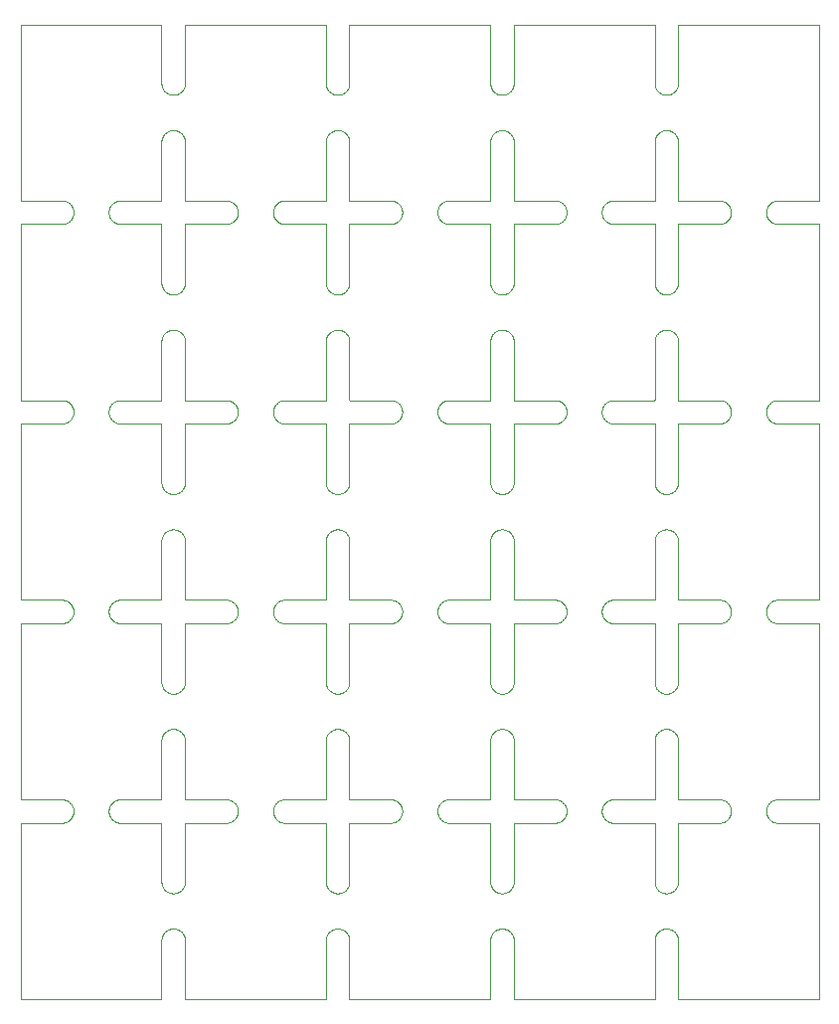
<source format=gbr>
%TF.GenerationSoftware,KiCad,Pcbnew,7.0.1*%
%TF.CreationDate,2024-10-11T23:35:26-04:00*%
%TF.ProjectId,TrackRing-panel,54726163-6b52-4696-9e67-2d70616e656c,rev?*%
%TF.SameCoordinates,Original*%
%TF.FileFunction,Profile,NP*%
%FSLAX46Y46*%
G04 Gerber Fmt 4.6, Leading zero omitted, Abs format (unit mm)*
G04 Created by KiCad (PCBNEW 7.0.1) date 2024-10-11 23:35:26*
%MOMM*%
%LPD*%
G01*
G04 APERTURE LIST*
%TA.AperFunction,Profile*%
%ADD10C,0.100000*%
%TD*%
G04 APERTURE END LIST*
D10*
X141499012Y-80000000D02*
X141500987Y-80000000D01*
X114500270Y-88001245D02*
X114500000Y-88012247D01*
X170382039Y-93471925D02*
X170357870Y-93514588D01*
X168758790Y-76671887D02*
X168726762Y-76634758D01*
X154696595Y-93596103D02*
X154668362Y-93556014D01*
X154726762Y-63365241D02*
X154758790Y-63328112D01*
X127304104Y-76980804D02*
X127256262Y-76970060D01*
X170489187Y-25147583D02*
X170480804Y-25195895D01*
X150058397Y-86662447D02*
X150076044Y-86616699D01*
X174337552Y-69058397D02*
X174383300Y-69076044D01*
X164616699Y-70923955D02*
X164571872Y-70904085D01*
X127598919Y-76995189D02*
X127550018Y-76998796D01*
X164000000Y-52999012D02*
X164001203Y-52949981D01*
X136443985Y-87831637D02*
X136403896Y-87803404D01*
X155743737Y-59970060D02*
X155695895Y-59980804D01*
X126519195Y-25195895D02*
X126510812Y-25147583D01*
X150029939Y-69756262D02*
X150043016Y-69709005D01*
X126595914Y-25428127D02*
X126576044Y-25383300D01*
X136258790Y-35328112D02*
X136292600Y-35292600D01*
X150226762Y-87634758D02*
X150196595Y-87596103D01*
X156500000Y-102987752D02*
X156500270Y-102998754D01*
X118882039Y-70471925D02*
X118857870Y-70514588D01*
X132000987Y-54000000D02*
X128512272Y-54000000D01*
X128456983Y-93290994D02*
X128441602Y-93337552D01*
X160290994Y-69043016D02*
X160337552Y-69058397D01*
X140504810Y-97901080D02*
X140510812Y-97852416D01*
X146098919Y-69004810D02*
X146147583Y-69010812D01*
X141499012Y-43000000D02*
X141449981Y-42998796D01*
X156303404Y-97403896D02*
X156331637Y-97443985D01*
X146980804Y-53195895D02*
X146970060Y-53243737D01*
X156489187Y-97852416D02*
X156495189Y-97901080D01*
X136709005Y-69043016D02*
X136756262Y-69029939D01*
X118556014Y-86168362D02*
X118596103Y-86196595D01*
X160471925Y-70882039D02*
X160428127Y-70904085D01*
X178709005Y-87956983D02*
X178662447Y-87941602D01*
X174000987Y-52000000D02*
X174050018Y-52001203D01*
X132773237Y-87634758D02*
X132741209Y-87671887D01*
X126498754Y-71000270D02*
X126487752Y-71000000D01*
X146556014Y-35168362D02*
X146596103Y-35196595D01*
X128273237Y-46365241D02*
X128303404Y-46403896D01*
X164528074Y-86117960D02*
X164571872Y-86095914D01*
X126758790Y-80328112D02*
X126792600Y-80292600D01*
X164029939Y-86756262D02*
X164043016Y-86709005D01*
X140558397Y-29662447D02*
X140576044Y-29616699D01*
X146995189Y-36098919D02*
X146989187Y-36147583D01*
X126543016Y-80709005D02*
X126558397Y-80662447D01*
X136403896Y-52196595D02*
X136443985Y-52168362D01*
X174741209Y-86328112D02*
X174773237Y-86365241D01*
X169500987Y-43000000D02*
X169499012Y-43000000D01*
X174596103Y-70803404D02*
X174556014Y-70831637D01*
X141928127Y-76904085D02*
X141883300Y-76923955D01*
X146098919Y-86004810D02*
X146147583Y-86010812D01*
X160383300Y-53923955D02*
X160337552Y-53941602D01*
X140501203Y-46949981D02*
X140504810Y-46901080D01*
X142357870Y-59514588D02*
X142331637Y-59556014D01*
X155401080Y-25995189D02*
X155352416Y-25989187D01*
X170500000Y-59000987D02*
X170498796Y-59050018D01*
X156501245Y-51999729D02*
X156512247Y-51999999D01*
X170096103Y-76803404D02*
X170056014Y-76831637D01*
X154576044Y-93383300D02*
X154558397Y-93337552D01*
X128241209Y-93671887D02*
X128207399Y-93707399D01*
X168943985Y-63168362D02*
X168985411Y-63142129D01*
X154642129Y-42514588D02*
X154617960Y-42471925D01*
X160471925Y-35117960D02*
X160514588Y-35142129D01*
X156096103Y-76803404D02*
X156056014Y-76831637D01*
X154529939Y-97756262D02*
X154543016Y-97709005D01*
X168758790Y-25671887D02*
X168726762Y-25634758D01*
X141028074Y-46117960D02*
X141071872Y-46095914D01*
X168499729Y-85998754D02*
X168499999Y-85987752D01*
X122403896Y-53803404D02*
X122365241Y-53773237D01*
X154504810Y-42098919D02*
X154501203Y-42050018D01*
X155401080Y-63004810D02*
X155449981Y-63001203D01*
X170273237Y-46365241D02*
X170303404Y-46403896D01*
X170456983Y-63709005D02*
X170470060Y-63756262D01*
X132098919Y-69004810D02*
X132147583Y-69010812D01*
X169304104Y-25980804D02*
X169256262Y-25970060D01*
X168865241Y-42773237D02*
X168828112Y-42741209D01*
X160941602Y-87337552D02*
X160923955Y-87383300D01*
X182498754Y-37000270D02*
X182487752Y-37000000D01*
X160514588Y-36857870D02*
X160471925Y-36882039D01*
X168865241Y-93773237D02*
X168828112Y-93741209D01*
X164196595Y-86403896D02*
X164226762Y-86365241D01*
X174941602Y-36337552D02*
X174923955Y-36383300D01*
X174147583Y-69010812D02*
X174195895Y-69019195D01*
X150058397Y-70337552D02*
X150043016Y-70290994D01*
X127598919Y-46004810D02*
X127647583Y-46010812D01*
X126558397Y-80662447D02*
X126576044Y-80616699D01*
X156500270Y-20001245D02*
X156500000Y-20012247D01*
X142134758Y-46226762D02*
X142171887Y-46258790D01*
X127499012Y-60000000D02*
X127449981Y-59998796D01*
X141647583Y-80010812D02*
X141695895Y-80019195D01*
X150168362Y-52443985D02*
X150196595Y-52403896D01*
X126543016Y-42290994D02*
X126529939Y-42243737D01*
X122095914Y-87428127D02*
X122076044Y-87383300D01*
X169598919Y-93995189D02*
X169550018Y-93998796D01*
X168519195Y-59195895D02*
X168510812Y-59147583D01*
X114501245Y-68999729D02*
X114512247Y-68999999D01*
X170134758Y-63226762D02*
X170171887Y-63258790D01*
X126499999Y-54012247D02*
X126499729Y-54001245D01*
X142241209Y-97328112D02*
X142273237Y-97365241D01*
X174773237Y-53634758D02*
X174741209Y-53671887D01*
X175000000Y-86999012D02*
X175000000Y-87000987D01*
X140519195Y-42195895D02*
X140510812Y-42147583D01*
X141550018Y-46001203D02*
X141598919Y-46004810D01*
X132383300Y-70923955D02*
X132337552Y-70941602D01*
X178365241Y-52226762D02*
X178403896Y-52196595D01*
X155971925Y-59882039D02*
X155928127Y-59904085D01*
X178258790Y-52328112D02*
X178292600Y-52292600D01*
X154828112Y-80258790D02*
X154865241Y-80226762D01*
X127743737Y-63029939D02*
X127790994Y-63043016D01*
X155695895Y-76980804D02*
X155647583Y-76989187D01*
X132634758Y-53773237D02*
X132596103Y-53803404D01*
X156331637Y-42556014D02*
X156303404Y-42596103D01*
X168543016Y-46709005D02*
X168558397Y-46662447D01*
X126576044Y-29616699D02*
X126595914Y-29571872D01*
X154828112Y-59741209D02*
X154792600Y-59707399D01*
X126865241Y-80226762D02*
X126903896Y-80196595D01*
X140576044Y-93383300D02*
X140558397Y-93337552D01*
X169071872Y-59904085D02*
X169028074Y-59882039D01*
X128423955Y-46616699D02*
X128441602Y-46662447D01*
X126504810Y-29901080D02*
X126510812Y-29852416D01*
X118956983Y-86709005D02*
X118970060Y-86756262D01*
X156273237Y-76634758D02*
X156241209Y-76671887D01*
X118995189Y-70098919D02*
X118989187Y-70147583D01*
X127598919Y-59995189D02*
X127550018Y-59998796D01*
X136443985Y-69168362D02*
X136485411Y-69142129D01*
X169695895Y-59980804D02*
X169647583Y-59989187D01*
X168504810Y-76098919D02*
X168501203Y-76050018D01*
X170456983Y-93290994D02*
X170441602Y-93337552D01*
X170241209Y-46328112D02*
X170273237Y-46365241D01*
X170456983Y-97709005D02*
X170470060Y-97756262D01*
X174098919Y-36995189D02*
X174050018Y-36998796D01*
X142331637Y-46443985D02*
X142357870Y-46485411D01*
X168529939Y-63756262D02*
X168543016Y-63709005D01*
X168595914Y-29571872D02*
X168617960Y-29528074D01*
X140903896Y-46196595D02*
X140943985Y-46168362D01*
X182499999Y-37012247D02*
X182499729Y-37001245D01*
X142404085Y-63571872D02*
X142423955Y-63616699D01*
X182487752Y-85999999D02*
X182498754Y-85999729D01*
X169352416Y-59989187D02*
X169304104Y-59980804D01*
X160773237Y-36634758D02*
X160741209Y-36671887D01*
X178001203Y-53050018D02*
X178000000Y-53000987D01*
X127837552Y-42941602D02*
X127790994Y-42956983D01*
X164010812Y-87147583D02*
X164004810Y-87098919D01*
X141598919Y-76995189D02*
X141550018Y-76998796D01*
X122528074Y-86117960D02*
X122571872Y-86095914D01*
X156207399Y-80292600D02*
X156241209Y-80328112D01*
X132956983Y-86709005D02*
X132970060Y-86756262D01*
X140758790Y-25671887D02*
X140726762Y-25634758D01*
X128480804Y-25195895D02*
X128470060Y-25243737D01*
X128207399Y-46292600D02*
X128241209Y-46328112D01*
X170096103Y-25803404D02*
X170056014Y-25831637D01*
X141071872Y-25904085D02*
X141028074Y-25882039D01*
X128489187Y-80852416D02*
X128495189Y-80901080D01*
X126617960Y-29528074D02*
X126642129Y-29485411D01*
X126985411Y-63142129D02*
X127028074Y-63117960D01*
X168865241Y-97226762D02*
X168903896Y-97196595D01*
X128480804Y-63804104D02*
X128489187Y-63852416D01*
X169647583Y-63010812D02*
X169695895Y-63019195D01*
X170470060Y-93243737D02*
X170456983Y-93290994D01*
X150226762Y-86365241D02*
X150258790Y-86328112D01*
X169647583Y-42989187D02*
X169598919Y-42995189D01*
X142096103Y-63196595D02*
X142134758Y-63226762D01*
X140519195Y-46804104D02*
X140529939Y-46756262D01*
X128241209Y-63328112D02*
X128273237Y-63365241D01*
X164058397Y-69662447D02*
X164076044Y-69616699D01*
X136019195Y-70195895D02*
X136010812Y-70147583D01*
X155256262Y-42970060D02*
X155209005Y-42956983D01*
X154519195Y-80804104D02*
X154529939Y-80756262D01*
X169695895Y-46019195D02*
X169743737Y-46029939D01*
X150000000Y-87000987D02*
X150000000Y-86999012D01*
X128404085Y-25428127D02*
X128382039Y-25471925D01*
X169647583Y-25989187D02*
X169598919Y-25995189D01*
X174923955Y-35616699D02*
X174941602Y-35662447D01*
X126642129Y-76514588D02*
X126617960Y-76471925D01*
X169883300Y-46076044D02*
X169928127Y-46095914D01*
X126501203Y-80949981D02*
X126504810Y-80901080D01*
X118428127Y-87904085D02*
X118383300Y-87923955D01*
X118596103Y-86196595D02*
X118634758Y-86226762D01*
X142500000Y-93000987D02*
X142498796Y-93050018D01*
X160707399Y-36707399D02*
X160671887Y-36741209D01*
X160980804Y-86804104D02*
X160989187Y-86852416D01*
X118050018Y-36998796D02*
X118000987Y-37000000D01*
X169071872Y-25904085D02*
X169028074Y-25882039D01*
X128500000Y-85987752D02*
X128500270Y-85998754D01*
X126696595Y-97403896D02*
X126726762Y-97365241D01*
X127971925Y-25882039D02*
X127928127Y-25904085D01*
X150485411Y-53857870D02*
X150443985Y-53831637D01*
X160147583Y-86010812D02*
X160195895Y-86019195D01*
X141304104Y-25980804D02*
X141256262Y-25970060D01*
X169743737Y-76970060D02*
X169695895Y-76980804D01*
X170441602Y-76337552D02*
X170423955Y-76383300D01*
X140558397Y-59337552D02*
X140543016Y-59290994D01*
X178528074Y-70882039D02*
X178485411Y-70857870D01*
X122616699Y-70923955D02*
X122571872Y-70904085D01*
X128456983Y-59290994D02*
X128441602Y-59337552D01*
X127028074Y-76882039D02*
X126985411Y-76857870D01*
X128512272Y-35000000D02*
X132000987Y-35000000D01*
X140499999Y-71012247D02*
X140499729Y-71001245D01*
X154668362Y-93556014D02*
X154642129Y-93514588D01*
X170495189Y-80901080D02*
X170498796Y-80949981D01*
X118803404Y-70596103D02*
X118773237Y-70634758D01*
X164226762Y-69365241D02*
X164258790Y-69328112D01*
X136168362Y-86443985D02*
X136196595Y-86403896D01*
X141695895Y-63019195D02*
X141743737Y-63029939D01*
X127256262Y-80029939D02*
X127304104Y-80019195D01*
X142241209Y-46328112D02*
X142273237Y-46365241D01*
X160857870Y-86485411D02*
X160882039Y-86528074D01*
X169401080Y-46004810D02*
X169449981Y-46001203D01*
X126668362Y-59556014D02*
X126642129Y-59514588D01*
X141028074Y-42882039D02*
X140985411Y-42857870D01*
X118596103Y-35196595D02*
X118634758Y-35226762D01*
X178709005Y-70956983D02*
X178662447Y-70941602D01*
X160471925Y-86117960D02*
X160514588Y-86142129D01*
X160923955Y-87383300D02*
X160904085Y-87428127D01*
X169028074Y-80117960D02*
X169071872Y-80095914D01*
X170056014Y-46168362D02*
X170096103Y-46196595D01*
X140543016Y-93290994D02*
X140529939Y-93243737D01*
X170096103Y-63196595D02*
X170134758Y-63226762D01*
X170480804Y-46804104D02*
X170489187Y-46852416D01*
X136662447Y-53941602D02*
X136616699Y-53923955D01*
X132195895Y-35019195D02*
X132243737Y-35029939D01*
X132707399Y-87707399D02*
X132671887Y-87741209D01*
X141116699Y-29076044D02*
X141162447Y-29058397D01*
X178043016Y-53290994D02*
X178029939Y-53243737D01*
X128441602Y-25337552D02*
X128423955Y-25383300D01*
X178756262Y-53970060D02*
X178709005Y-53956983D01*
X132882039Y-86528074D02*
X132904085Y-86571872D01*
X127928127Y-76904085D02*
X127883300Y-76923955D01*
X178043016Y-70290994D02*
X178029939Y-70243737D01*
X174147583Y-52010812D02*
X174195895Y-52019195D01*
X128331637Y-97443985D02*
X128357870Y-97485411D01*
X127028074Y-97117960D02*
X127071872Y-97095914D01*
X136043016Y-69709005D02*
X136058397Y-69662447D01*
X178616699Y-52076044D02*
X178662447Y-52058397D01*
X160998796Y-69949981D02*
X161000000Y-69999012D01*
X170303404Y-97403896D02*
X170331637Y-97443985D01*
X170241209Y-80328112D02*
X170273237Y-80365241D01*
X127550018Y-63001203D02*
X127598919Y-63004810D01*
X136001203Y-69949981D02*
X136004810Y-69901080D01*
X142134758Y-80226762D02*
X142171887Y-80258790D01*
X146831637Y-87556014D02*
X146803404Y-87596103D01*
X136999012Y-69000000D02*
X140487727Y-69000000D01*
X140500000Y-93000987D02*
X140500000Y-88012272D01*
X156273237Y-29365241D02*
X156303404Y-29403896D01*
X174941602Y-87337552D02*
X174923955Y-87383300D01*
X146050018Y-36998796D02*
X146000987Y-37000000D01*
X118923955Y-69616699D02*
X118941602Y-69662447D01*
X126758790Y-42671887D02*
X126726762Y-42634758D01*
X122043016Y-70290994D02*
X122029939Y-70243737D01*
X156241209Y-46328112D02*
X156273237Y-46365241D01*
X154758790Y-46328112D02*
X154792600Y-46292600D01*
X170331637Y-63443985D02*
X170357870Y-63485411D01*
X147000000Y-69999012D02*
X147000000Y-70000987D01*
X146556014Y-53831637D02*
X146514588Y-53857870D01*
X174995189Y-36098919D02*
X174989187Y-36147583D01*
X122019195Y-69804104D02*
X122029939Y-69756262D01*
X118195895Y-53980804D02*
X118147583Y-53989187D01*
X136999012Y-88000000D02*
X136949981Y-87998796D01*
X156441602Y-46662447D02*
X156456983Y-46709005D01*
X142423955Y-29616699D02*
X142441602Y-29662447D01*
X170134758Y-25773237D02*
X170096103Y-25803404D01*
X154985411Y-25857870D02*
X154943985Y-25831637D01*
X142456983Y-42290994D02*
X142441602Y-42337552D01*
X169647583Y-93989187D02*
X169598919Y-93995189D01*
X122196595Y-53596103D02*
X122168362Y-53556014D01*
X168504810Y-97901080D02*
X168510812Y-97852416D01*
X118904085Y-69571872D02*
X118923955Y-69616699D01*
X132741209Y-70671887D02*
X132707399Y-70707399D01*
X142303404Y-25596103D02*
X142273237Y-25634758D01*
X178142129Y-52485411D02*
X178168362Y-52443985D01*
X136804104Y-70980804D02*
X136756262Y-70970060D01*
X122485411Y-53857870D02*
X122443985Y-53831637D01*
X178949981Y-86001203D02*
X178999012Y-86000000D01*
X154576044Y-25383300D02*
X154558397Y-25337552D01*
X136804104Y-86019195D02*
X136852416Y-86010812D01*
X155550018Y-59998796D02*
X155500987Y-60000000D01*
X128014588Y-93857870D02*
X127971925Y-93882039D01*
X178901080Y-87995189D02*
X178852416Y-87989187D01*
X156423955Y-63616699D02*
X156441602Y-63662447D01*
X169209005Y-93956983D02*
X169162447Y-93941602D01*
X142500000Y-63999012D02*
X142500000Y-68987727D01*
X174998796Y-86949981D02*
X175000000Y-86999012D01*
X127695895Y-29019195D02*
X127743737Y-29029939D01*
X141647583Y-76989187D02*
X141598919Y-76995189D01*
X164004810Y-53098919D02*
X164001203Y-53050018D01*
X169928127Y-63095914D02*
X169971925Y-63117960D01*
X122852416Y-53989187D02*
X122804104Y-53980804D01*
X156456983Y-42290994D02*
X156441602Y-42337552D01*
X156096103Y-93803404D02*
X156056014Y-93831637D01*
X168828112Y-42741209D02*
X168792600Y-42707399D01*
X178852416Y-69010812D02*
X178901080Y-69004810D01*
X127449981Y-76998796D02*
X127401080Y-76995189D01*
X178365241Y-87773237D02*
X178328112Y-87741209D01*
X174773237Y-36634758D02*
X174741209Y-36671887D01*
X132882039Y-36471925D02*
X132857870Y-36514588D01*
X126558397Y-42337552D02*
X126543016Y-42290994D01*
X154576044Y-80616699D02*
X154595914Y-80571872D01*
X169071872Y-80095914D02*
X169116699Y-80076044D01*
X132882039Y-87471925D02*
X132857870Y-87514588D01*
X169790994Y-25956983D02*
X169743737Y-25970060D01*
X155304104Y-93980804D02*
X155256262Y-93970060D01*
X146831637Y-52443985D02*
X146857870Y-52485411D01*
X155116699Y-29076044D02*
X155162447Y-29058397D01*
X168726762Y-97365241D02*
X168758790Y-97328112D01*
X160941602Y-69662447D02*
X160956983Y-69709005D01*
X170056014Y-63168362D02*
X170096103Y-63196595D01*
X170134758Y-76773237D02*
X170096103Y-76803404D01*
X154529939Y-25243737D02*
X154519195Y-25195895D01*
X142470060Y-76243737D02*
X142456983Y-76290994D01*
X141550018Y-80001203D02*
X141598919Y-80004810D01*
X146741209Y-69328112D02*
X146773237Y-69365241D01*
X136616699Y-87923955D02*
X136571872Y-87904085D01*
X170500000Y-29999012D02*
X170500000Y-34987727D01*
X122095914Y-52571872D02*
X122117960Y-52528074D01*
X168726762Y-42634758D02*
X168696595Y-42596103D01*
X174428127Y-87904085D02*
X174383300Y-87923955D01*
X156273237Y-63365241D02*
X156303404Y-63403896D01*
X150662447Y-86058397D02*
X150709005Y-86043016D01*
X127162447Y-76941602D02*
X127116699Y-76923955D01*
X174195895Y-87980804D02*
X174147583Y-87989187D01*
X150804104Y-86019195D02*
X150852416Y-86010812D01*
X168543016Y-63709005D02*
X168558397Y-63662447D01*
X174857870Y-35485411D02*
X174882039Y-35528074D01*
X122443985Y-36831637D02*
X122403896Y-36803404D01*
X127256262Y-59970060D02*
X127209005Y-59956983D01*
X160956983Y-53290994D02*
X160941602Y-53337552D01*
X140510812Y-42147583D02*
X140504810Y-42098919D01*
X155352416Y-63010812D02*
X155401080Y-63004810D01*
X141971925Y-63117960D02*
X142014588Y-63142129D01*
X154642129Y-76514588D02*
X154617960Y-76471925D01*
X146904085Y-69571872D02*
X146923955Y-69616699D01*
X118428127Y-86095914D02*
X118471925Y-86117960D01*
X169071872Y-29095914D02*
X169116699Y-29076044D01*
X126668362Y-76556014D02*
X126642129Y-76514588D01*
X146857870Y-35485411D02*
X146882039Y-35528074D01*
X118147583Y-70989187D02*
X118098919Y-70995189D01*
X126529939Y-63756262D02*
X126543016Y-63709005D01*
X156382039Y-29528074D02*
X156404085Y-29571872D01*
X128441602Y-76337552D02*
X128423955Y-76383300D01*
X168865241Y-25773237D02*
X168828112Y-25741209D01*
X114512272Y-35000000D02*
X118000987Y-35000000D01*
X122004810Y-53098919D02*
X122001203Y-53050018D01*
X160831637Y-36556014D02*
X160803404Y-36596103D01*
X136292600Y-52292600D02*
X136328112Y-52258790D01*
X146000987Y-71000000D02*
X142512272Y-71000000D01*
X127598919Y-97004810D02*
X127647583Y-97010812D01*
X178095914Y-70428127D02*
X178076044Y-70383300D01*
X118514588Y-35142129D02*
X118556014Y-35168362D01*
X178292600Y-36707399D02*
X178258790Y-36671887D01*
X122443985Y-53831637D02*
X122403896Y-53803404D01*
X140668362Y-97443985D02*
X140696595Y-97403896D01*
X154519195Y-97804104D02*
X154529939Y-97756262D01*
X136004810Y-69901080D02*
X136010812Y-69852416D01*
X122043016Y-87290994D02*
X122029939Y-87243737D01*
X178901080Y-53995189D02*
X178852416Y-53989187D01*
X169028074Y-63117960D02*
X169071872Y-63095914D01*
X150292600Y-70707399D02*
X150258790Y-70671887D01*
X168499729Y-68998754D02*
X168499999Y-68987752D01*
X142096103Y-29196595D02*
X142134758Y-29226762D01*
X164117960Y-53471925D02*
X164095914Y-53428127D01*
X132956983Y-53290994D02*
X132941602Y-53337552D01*
X136571872Y-52095914D02*
X136616699Y-52076044D01*
X150076044Y-69616699D02*
X150095914Y-69571872D01*
X156456983Y-93290994D02*
X156441602Y-93337552D01*
X127500987Y-29000000D02*
X127550018Y-29001203D01*
X146596103Y-86196595D02*
X146634758Y-86226762D01*
X127401080Y-29004810D02*
X127449981Y-29001203D01*
X150804104Y-52019195D02*
X150852416Y-52010812D01*
X122000000Y-70000987D02*
X122000000Y-69999012D01*
X150528074Y-70882039D02*
X150485411Y-70857870D01*
X132831637Y-53556014D02*
X132803404Y-53596103D01*
X155743737Y-93970060D02*
X155695895Y-93980804D01*
X142056014Y-97168362D02*
X142096103Y-97196595D01*
X146970060Y-35756262D02*
X146980804Y-35804104D01*
X141743737Y-46029939D02*
X141790994Y-46043016D01*
X170273237Y-93634758D02*
X170241209Y-93671887D01*
X154595914Y-29571872D02*
X154617960Y-29528074D01*
X118970060Y-52756262D02*
X118980804Y-52804104D01*
X146941602Y-35662447D02*
X146956983Y-35709005D01*
X118989187Y-70147583D02*
X118980804Y-70195895D01*
X169256262Y-76970060D02*
X169209005Y-76956983D01*
X155209005Y-59956983D02*
X155162447Y-59941602D01*
X146514588Y-52142129D02*
X146556014Y-52168362D01*
X154726762Y-59634758D02*
X154696595Y-59596103D01*
X156056014Y-76831637D02*
X156014588Y-76857870D01*
X136117960Y-86528074D02*
X136142129Y-86485411D01*
X146904085Y-53428127D02*
X146882039Y-53471925D01*
X156382039Y-80528074D02*
X156404085Y-80571872D01*
X118195895Y-69019195D02*
X118243737Y-69029939D01*
X156404085Y-46571872D02*
X156423955Y-46616699D01*
X141971925Y-25882039D02*
X141928127Y-25904085D01*
X142498796Y-97949981D02*
X142500000Y-97999012D01*
X170207399Y-76707399D02*
X170171887Y-76741209D01*
X170241209Y-63328112D02*
X170273237Y-63365241D01*
X178095914Y-86571872D02*
X178117960Y-86528074D01*
X140696595Y-93596103D02*
X140668362Y-93556014D01*
X118514588Y-36857870D02*
X118471925Y-36882039D01*
X168792600Y-80292600D02*
X168828112Y-80258790D01*
X136076044Y-87383300D02*
X136058397Y-87337552D01*
X178485411Y-53857870D02*
X178443985Y-53831637D01*
X140726762Y-97365241D02*
X140758790Y-97328112D01*
X174243737Y-36970060D02*
X174195895Y-36980804D01*
X160989187Y-53147583D02*
X160980804Y-53195895D01*
X118857870Y-87514588D02*
X118831637Y-87556014D01*
X128303404Y-46403896D02*
X128331637Y-46443985D01*
X169971925Y-25882039D02*
X169928127Y-25904085D01*
X128500000Y-76000987D02*
X128498796Y-76050018D01*
X132471925Y-52117960D02*
X132514588Y-52142129D01*
X126792600Y-42707399D02*
X126758790Y-42671887D01*
X127499012Y-77000000D02*
X127449981Y-76998796D01*
X150804104Y-53980804D02*
X150756262Y-53970060D01*
X122258790Y-87671887D02*
X122226762Y-87634758D01*
X132671887Y-52258790D02*
X132707399Y-52292600D01*
X122528074Y-87882039D02*
X122485411Y-87857870D01*
X155743737Y-42970060D02*
X155695895Y-42980804D01*
X118050018Y-35001203D02*
X118098919Y-35004810D01*
X128512272Y-69000000D02*
X132000987Y-69000000D01*
X132471925Y-36882039D02*
X132428127Y-36904085D01*
X168543016Y-97709005D02*
X168558397Y-97662447D01*
X164292600Y-53707399D02*
X164258790Y-53671887D01*
X150365241Y-87773237D02*
X150328112Y-87741209D01*
X156096103Y-46196595D02*
X156134758Y-46226762D01*
X170207399Y-25707399D02*
X170171887Y-25741209D01*
X178443985Y-70831637D02*
X178403896Y-70803404D01*
X154668362Y-63443985D02*
X154696595Y-63403896D01*
X160634758Y-36773237D02*
X160596103Y-36803404D01*
X169116699Y-42923955D02*
X169071872Y-42904085D01*
X132741209Y-35328112D02*
X132773237Y-35365241D01*
X132970060Y-70243737D02*
X132956983Y-70290994D01*
X140726762Y-25634758D02*
X140696595Y-25596103D01*
X154828112Y-25741209D02*
X154792600Y-25707399D01*
X127449981Y-63001203D02*
X127499012Y-63000000D01*
X178709005Y-86043016D02*
X178756262Y-86029939D01*
X118970060Y-36243737D02*
X118956983Y-36290994D01*
X132904085Y-70428127D02*
X132882039Y-70471925D01*
X154499729Y-68998754D02*
X154499999Y-68987752D01*
X155883300Y-59923955D02*
X155837552Y-59941602D01*
X128470060Y-97756262D02*
X128480804Y-97804104D01*
X127162447Y-63058397D02*
X127209005Y-63043016D01*
X142404085Y-80571872D02*
X142423955Y-80616699D01*
X155071872Y-63095914D02*
X155116699Y-63076044D01*
X160857870Y-52485411D02*
X160882039Y-52528074D01*
X127928127Y-93904085D02*
X127883300Y-93923955D01*
X140668362Y-46443985D02*
X140696595Y-46403896D01*
X118383300Y-69076044D02*
X118428127Y-69095914D01*
X141695895Y-76980804D02*
X141647583Y-76989187D01*
X168558397Y-42337552D02*
X168543016Y-42290994D01*
X154487727Y-88000000D02*
X150999012Y-88000000D01*
X174514588Y-53857870D02*
X174471925Y-53882039D01*
X132243737Y-87970060D02*
X132195895Y-87980804D01*
X140617960Y-93471925D02*
X140595914Y-93428127D01*
X136001203Y-87050018D02*
X136000000Y-87000987D01*
X160707399Y-35292600D02*
X160741209Y-35328112D01*
X141116699Y-80076044D02*
X141162447Y-80058397D01*
X136949981Y-70998796D02*
X136901080Y-70995189D01*
X136076044Y-53383300D02*
X136058397Y-53337552D01*
X169162447Y-59941602D02*
X169116699Y-59923955D01*
X174773237Y-52365241D02*
X174803404Y-52403896D01*
X146803404Y-87596103D02*
X146773237Y-87634758D01*
X154504810Y-97901080D02*
X154510812Y-97852416D01*
X154500000Y-42000987D02*
X154500000Y-37012272D01*
X154504810Y-59098919D02*
X154501203Y-59050018D01*
X182500000Y-34987727D02*
X182500000Y-20012272D01*
X141550018Y-29001203D02*
X141598919Y-29004810D01*
X155401080Y-59995189D02*
X155352416Y-59989187D01*
X178528074Y-53882039D02*
X178485411Y-53857870D01*
X122999012Y-37000000D02*
X122949981Y-36998796D01*
X132514588Y-86142129D02*
X132556014Y-86168362D01*
X140543016Y-80709005D02*
X140558397Y-80662447D01*
X132904085Y-86571872D02*
X132923955Y-86616699D01*
X128489187Y-59147583D02*
X128480804Y-59195895D01*
X146471925Y-35117960D02*
X146514588Y-35142129D01*
X122852416Y-86010812D02*
X122901080Y-86004810D01*
X118995189Y-69901080D02*
X118998796Y-69949981D01*
X168500000Y-59000987D02*
X168500000Y-54012272D01*
X128134758Y-42773237D02*
X128096103Y-42803404D01*
X170382039Y-25471925D02*
X170357870Y-25514588D01*
X178328112Y-35258790D02*
X178365241Y-35226762D01*
X136019195Y-87195895D02*
X136010812Y-87147583D01*
X141928127Y-80095914D02*
X141971925Y-80117960D01*
X126668362Y-80443985D02*
X126696595Y-80403896D01*
X168487727Y-88000000D02*
X164999012Y-88000000D01*
X132147583Y-35010812D02*
X132195895Y-35019195D01*
X126487752Y-51999999D02*
X126498754Y-51999729D01*
X140510812Y-63852416D02*
X140519195Y-63804104D01*
X128500000Y-59000987D02*
X128498796Y-59050018D01*
X122000000Y-36000987D02*
X122000000Y-35999012D01*
X155162447Y-25941602D02*
X155116699Y-25923955D01*
X132980804Y-87195895D02*
X132970060Y-87243737D01*
X146243737Y-35029939D02*
X146290994Y-35043016D01*
X128489187Y-76147583D02*
X128480804Y-76195895D01*
X164000000Y-70000987D02*
X164000000Y-69999012D01*
X170501245Y-68999729D02*
X170512247Y-68999999D01*
X136000000Y-87000987D02*
X136000000Y-86999012D01*
X146556014Y-69168362D02*
X146596103Y-69196595D01*
X150403896Y-70803404D02*
X150365241Y-70773237D01*
X118000987Y-71000000D02*
X114512272Y-71000000D01*
X141162447Y-63058397D02*
X141209005Y-63043016D01*
X126642129Y-80485411D02*
X126668362Y-80443985D01*
X160741209Y-86328112D02*
X160773237Y-86365241D01*
X174995189Y-35901080D02*
X174998796Y-35949981D01*
X169449981Y-97001203D02*
X169499012Y-97000000D01*
X140943985Y-63168362D02*
X140985411Y-63142129D01*
X164258790Y-52328112D02*
X164292600Y-52292600D01*
X126576044Y-93383300D02*
X126558397Y-93337552D01*
X114501245Y-102999729D02*
X114512247Y-102999999D01*
X156303404Y-76596103D02*
X156273237Y-76634758D01*
X170441602Y-63662447D02*
X170456983Y-63709005D01*
X164662447Y-53941602D02*
X164616699Y-53923955D01*
X126758790Y-97328112D02*
X126792600Y-97292600D01*
X141647583Y-29010812D02*
X141695895Y-29019195D01*
X169647583Y-59989187D02*
X169598919Y-59995189D01*
X118980804Y-35804104D02*
X118989187Y-35852416D01*
X140617960Y-80528074D02*
X140642129Y-80485411D01*
X168576044Y-42383300D02*
X168558397Y-42337552D01*
X156500000Y-34987752D02*
X156500270Y-34998754D01*
X164571872Y-36904085D02*
X164528074Y-36882039D01*
X168501203Y-76050018D02*
X168500000Y-76000987D01*
X136076044Y-70383300D02*
X136058397Y-70337552D01*
X122443985Y-87831637D02*
X122403896Y-87803404D01*
X128171887Y-42741209D02*
X128134758Y-42773237D01*
X132147583Y-53989187D02*
X132098919Y-53995189D01*
X170498796Y-63949981D02*
X170500000Y-63999012D01*
X140504810Y-29901080D02*
X140510812Y-29852416D01*
X175000000Y-70000987D02*
X174998796Y-70050018D01*
X174995189Y-53098919D02*
X174989187Y-53147583D01*
X132904085Y-69571872D02*
X132923955Y-69616699D01*
X126499999Y-37012247D02*
X126499729Y-37001245D01*
X127028074Y-80117960D02*
X127071872Y-80095914D01*
X150168362Y-69443985D02*
X150196595Y-69403896D01*
X150528074Y-52117960D02*
X150571872Y-52095914D01*
X169598919Y-42995189D02*
X169550018Y-42998796D01*
X168529939Y-93243737D02*
X168519195Y-93195895D01*
X140903896Y-29196595D02*
X140943985Y-29168362D01*
X170480804Y-25195895D02*
X170470060Y-25243737D01*
X118998796Y-70050018D02*
X118995189Y-70098919D01*
X140558397Y-80662447D02*
X140576044Y-80616699D01*
X140985411Y-29142129D02*
X141028074Y-29117960D01*
X141304104Y-80019195D02*
X141352416Y-80010812D01*
X127352416Y-42989187D02*
X127304104Y-42980804D01*
X174941602Y-86662447D02*
X174956983Y-86709005D01*
X142331637Y-97443985D02*
X142357870Y-97485411D01*
X169500987Y-63000000D02*
X169550018Y-63001203D01*
X142500000Y-97999012D02*
X142500000Y-102987727D01*
X128489187Y-97852416D02*
X128495189Y-97901080D01*
X118383300Y-53923955D02*
X118337552Y-53941602D01*
X128404085Y-63571872D02*
X128423955Y-63616699D01*
X128404085Y-46571872D02*
X128423955Y-46616699D01*
X169449981Y-76998796D02*
X169401080Y-76995189D01*
X178485411Y-70857870D02*
X178443985Y-70831637D01*
X146195895Y-69019195D02*
X146243737Y-69029939D01*
X118147583Y-35010812D02*
X118195895Y-35019195D01*
X146243737Y-69029939D02*
X146290994Y-69043016D01*
X118243737Y-52029939D02*
X118290994Y-52043016D01*
X118882039Y-86528074D02*
X118904085Y-86571872D01*
X122019195Y-35804104D02*
X122029939Y-35756262D01*
X156171887Y-97258790D02*
X156207399Y-97292600D01*
X128331637Y-29443985D02*
X128357870Y-29485411D01*
X150328112Y-53741209D02*
X150292600Y-53707399D01*
X178258790Y-69328112D02*
X178292600Y-69292600D01*
X160000987Y-86000000D02*
X160050018Y-86001203D01*
X154985411Y-93857870D02*
X154943985Y-93831637D01*
X178403896Y-87803404D02*
X178365241Y-87773237D01*
X122852416Y-70989187D02*
X122804104Y-70980804D01*
X146741209Y-87671887D02*
X146707399Y-87707399D01*
X156495189Y-80901080D02*
X156498796Y-80949981D01*
X164292600Y-87707399D02*
X164258790Y-87671887D01*
X178756262Y-87970060D02*
X178709005Y-87956983D01*
X164058397Y-35662447D02*
X164076044Y-35616699D01*
X155162447Y-76941602D02*
X155116699Y-76923955D01*
X169401080Y-76995189D02*
X169352416Y-76989187D01*
X127256262Y-76970060D02*
X127209005Y-76956983D01*
X126865241Y-29226762D02*
X126903896Y-29196595D01*
X118857870Y-70514588D02*
X118831637Y-70556014D01*
X142096103Y-76803404D02*
X142056014Y-76831637D01*
X155790994Y-97043016D02*
X155837552Y-97058397D01*
X168726762Y-29365241D02*
X168758790Y-29328112D01*
X178095914Y-36428127D02*
X178076044Y-36383300D01*
X154500000Y-68987727D02*
X154500000Y-63999012D01*
X142489187Y-25147583D02*
X142480804Y-25195895D01*
X126543016Y-25290994D02*
X126529939Y-25243737D01*
X174741209Y-53671887D02*
X174707399Y-53707399D01*
X178196595Y-69403896D02*
X178226762Y-69365241D01*
X142512272Y-103000000D02*
X154487727Y-103000000D01*
X154543016Y-29709005D02*
X154558397Y-29662447D01*
X168504810Y-42098919D02*
X168501203Y-42050018D01*
X118741209Y-35328112D02*
X118773237Y-35365241D01*
X150901080Y-35004810D02*
X150949981Y-35001203D01*
X127071872Y-63095914D02*
X127116699Y-63076044D01*
X175000000Y-52999012D02*
X175000000Y-53000987D01*
X122365241Y-87773237D02*
X122328112Y-87741209D01*
X118803404Y-87596103D02*
X118773237Y-87634758D01*
X170500270Y-20001245D02*
X170500000Y-20012247D01*
X155116699Y-76923955D02*
X155071872Y-76904085D01*
X126726762Y-25634758D02*
X126696595Y-25596103D01*
X140519195Y-93195895D02*
X140510812Y-93147583D01*
X136662447Y-52058397D02*
X136709005Y-52043016D01*
X154504810Y-76098919D02*
X154501203Y-76050018D01*
X168543016Y-93290994D02*
X168529939Y-93243737D01*
X160000987Y-88000000D02*
X156512272Y-88000000D01*
X174882039Y-53471925D02*
X174857870Y-53514588D01*
X150117960Y-86528074D02*
X150142129Y-86485411D01*
X178258790Y-87671887D02*
X178226762Y-87634758D01*
X132980804Y-70195895D02*
X132970060Y-70243737D01*
X146956983Y-86709005D02*
X146970060Y-86756262D01*
X160634758Y-69226762D02*
X160671887Y-69258790D01*
X126529939Y-80756262D02*
X126543016Y-80709005D01*
X174471925Y-70882039D02*
X174428127Y-70904085D01*
X160741209Y-69328112D02*
X160773237Y-69365241D01*
X142495189Y-93098919D02*
X142489187Y-93147583D01*
X155971925Y-93882039D02*
X155928127Y-93904085D01*
X122292600Y-70707399D02*
X122258790Y-70671887D01*
X141598919Y-80004810D02*
X141647583Y-80010812D01*
X154617960Y-46528074D02*
X154642129Y-46485411D01*
X160998796Y-36050018D02*
X160995189Y-36098919D01*
X122226762Y-53634758D02*
X122196595Y-53596103D01*
X136004810Y-52901080D02*
X136010812Y-52852416D01*
X114500000Y-85987752D02*
X114500270Y-85998754D01*
X118941602Y-70337552D02*
X118923955Y-70383300D01*
X140504810Y-42098919D02*
X140501203Y-42050018D01*
X132998796Y-52949981D02*
X133000000Y-52999012D01*
X142241209Y-42671887D02*
X142207399Y-42707399D01*
X132428127Y-53904085D02*
X132383300Y-53923955D01*
X142456983Y-46709005D02*
X142470060Y-46756262D01*
X178852416Y-35010812D02*
X178901080Y-35004810D01*
X150571872Y-36904085D02*
X150528074Y-36882039D01*
X126642129Y-93514588D02*
X126617960Y-93471925D01*
X174998796Y-52949981D02*
X175000000Y-52999012D01*
X146970060Y-52756262D02*
X146980804Y-52804104D01*
X118980804Y-36195895D02*
X118970060Y-36243737D01*
X178365241Y-70773237D02*
X178328112Y-70741209D01*
X128495189Y-25098919D02*
X128489187Y-25147583D01*
X164000000Y-53000987D02*
X164000000Y-52999012D01*
X128512272Y-52000000D02*
X132000987Y-52000000D01*
X150001203Y-35949981D02*
X150004810Y-35901080D01*
X169256262Y-42970060D02*
X169209005Y-42956983D01*
X142134758Y-29226762D02*
X142171887Y-29258790D01*
X122756262Y-87970060D02*
X122709005Y-87956983D01*
X168865241Y-59773237D02*
X168828112Y-59741209D01*
X174147583Y-36989187D02*
X174098919Y-36995189D01*
X164949981Y-36998796D02*
X164901080Y-36995189D01*
X136000000Y-70000987D02*
X136000000Y-69999012D01*
X118941602Y-86662447D02*
X118956983Y-86709005D01*
X128441602Y-80662447D02*
X128456983Y-80709005D01*
X160741209Y-52328112D02*
X160773237Y-52365241D01*
X168576044Y-76383300D02*
X168558397Y-76337552D01*
X150328112Y-70741209D02*
X150292600Y-70707399D01*
X160634758Y-87773237D02*
X160596103Y-87803404D01*
X122010812Y-53147583D02*
X122004810Y-53098919D01*
X118471925Y-36882039D02*
X118428127Y-36904085D01*
X178000000Y-69999012D02*
X178001203Y-69949981D01*
X136443985Y-35168362D02*
X136485411Y-35142129D01*
X141500987Y-26000000D02*
X141499012Y-26000000D01*
X118989187Y-87147583D02*
X118980804Y-87195895D01*
X174980804Y-52804104D02*
X174989187Y-52852416D01*
X136616699Y-52076044D02*
X136662447Y-52058397D01*
X164019195Y-70195895D02*
X164010812Y-70147583D01*
X178485411Y-35142129D02*
X178528074Y-35117960D01*
X141401080Y-80004810D02*
X141449981Y-80001203D01*
X160337552Y-86058397D02*
X160383300Y-86076044D01*
X128357870Y-63485411D02*
X128382039Y-63528074D01*
X170480804Y-76195895D02*
X170470060Y-76243737D01*
X128134758Y-76773237D02*
X128096103Y-76803404D01*
X140487752Y-102999999D02*
X140498754Y-102999729D01*
X146741209Y-36671887D02*
X146707399Y-36707399D01*
X164662447Y-36941602D02*
X164616699Y-36923955D01*
X128273237Y-93634758D02*
X128241209Y-93671887D01*
X132970060Y-52756262D02*
X132980804Y-52804104D01*
X118857870Y-52485411D02*
X118882039Y-52528074D01*
X160882039Y-36471925D02*
X160857870Y-36514588D01*
X156273237Y-97365241D02*
X156303404Y-97403896D01*
X150000000Y-70000987D02*
X150000000Y-69999012D01*
X140828112Y-59741209D02*
X140792600Y-59707399D01*
X126668362Y-93556014D02*
X126642129Y-93514588D01*
X160904085Y-36428127D02*
X160882039Y-36471925D01*
X164076044Y-70383300D02*
X164058397Y-70337552D01*
X132941602Y-87337552D02*
X132923955Y-87383300D01*
X142331637Y-25556014D02*
X142303404Y-25596103D01*
X154529939Y-46756262D02*
X154543016Y-46709005D01*
X128171887Y-97258790D02*
X128207399Y-97292600D01*
X122142129Y-70514588D02*
X122117960Y-70471925D01*
X132428127Y-87904085D02*
X132383300Y-87923955D01*
X118857870Y-35485411D02*
X118882039Y-35528074D01*
X154943985Y-42831637D02*
X154903896Y-42803404D01*
X169304104Y-59980804D02*
X169256262Y-59970060D01*
X118383300Y-35076044D02*
X118428127Y-35095914D01*
X118882039Y-35528074D02*
X118904085Y-35571872D01*
X160634758Y-35226762D02*
X160671887Y-35258790D01*
X126576044Y-80616699D02*
X126595914Y-80571872D01*
X174882039Y-70471925D02*
X174857870Y-70514588D01*
X169304104Y-46019195D02*
X169352416Y-46010812D01*
X169883300Y-29076044D02*
X169928127Y-29095914D01*
X178292600Y-53707399D02*
X178258790Y-53671887D01*
X170096103Y-29196595D02*
X170134758Y-29226762D01*
X150142129Y-53514588D02*
X150117960Y-53471925D01*
X118803404Y-35403896D02*
X118831637Y-35443985D01*
X168865241Y-76773237D02*
X168828112Y-76741209D01*
X170014588Y-76857870D02*
X169971925Y-76882039D01*
X136528074Y-86117960D02*
X136571872Y-86095914D01*
X178999012Y-69000000D02*
X182487727Y-69000000D01*
X169401080Y-63004810D02*
X169449981Y-63001203D01*
X132671887Y-70741209D02*
X132634758Y-70773237D01*
X168668362Y-76556014D02*
X168642129Y-76514588D01*
X142404085Y-59428127D02*
X142382039Y-59471925D01*
X154617960Y-59471925D02*
X154595914Y-59428127D01*
X154642129Y-80485411D02*
X154668362Y-80443985D01*
X160773237Y-53634758D02*
X160741209Y-53671887D01*
X174956983Y-36290994D02*
X174941602Y-36337552D01*
X156500000Y-80999012D02*
X156500000Y-85987727D01*
X127304104Y-97019195D02*
X127352416Y-97010812D01*
X122756262Y-86029939D02*
X122804104Y-86019195D01*
X122485411Y-69142129D02*
X122528074Y-69117960D01*
X160098919Y-86004810D02*
X160147583Y-86010812D01*
X136058397Y-35662447D02*
X136076044Y-35616699D01*
X126500000Y-59000987D02*
X126500000Y-54012272D01*
X122901080Y-69004810D02*
X122949981Y-69001203D01*
X169790994Y-29043016D02*
X169837552Y-29058397D01*
X178168362Y-70556014D02*
X178142129Y-70514588D01*
X146383300Y-52076044D02*
X146428127Y-52095914D01*
X114501245Y-51999729D02*
X114512247Y-51999999D01*
X164328112Y-86258790D02*
X164365241Y-86226762D01*
X140595914Y-80571872D02*
X140617960Y-80528074D01*
X178010812Y-69852416D02*
X178019195Y-69804104D01*
X169256262Y-97029939D02*
X169304104Y-97019195D01*
X155695895Y-93980804D02*
X155647583Y-93989187D01*
X178029939Y-35756262D02*
X178043016Y-35709005D01*
X178076044Y-52616699D02*
X178095914Y-52571872D01*
X132243737Y-86029939D02*
X132290994Y-86043016D01*
X122292600Y-69292600D02*
X122328112Y-69258790D01*
X127209005Y-93956983D02*
X127162447Y-93941602D01*
X146707399Y-35292600D02*
X146741209Y-35328112D01*
X169695895Y-93980804D02*
X169647583Y-93989187D01*
X136292600Y-87707399D02*
X136258790Y-87671887D01*
X136949981Y-87998796D02*
X136901080Y-87995189D01*
X156404085Y-97571872D02*
X156423955Y-97616699D01*
X128134758Y-97226762D02*
X128171887Y-97258790D01*
X126510812Y-63852416D02*
X126519195Y-63804104D01*
X170500270Y-88001245D02*
X170500000Y-88012247D01*
X168576044Y-63616699D02*
X168595914Y-63571872D01*
X174831637Y-70556014D02*
X174803404Y-70596103D01*
X142303404Y-93596103D02*
X142273237Y-93634758D01*
X132995189Y-52901080D02*
X132998796Y-52949981D01*
X146882039Y-53471925D02*
X146857870Y-53514588D01*
X140792600Y-80292600D02*
X140828112Y-80258790D01*
X155743737Y-63029939D02*
X155790994Y-63043016D01*
X146195895Y-87980804D02*
X146147583Y-87989187D01*
X136403896Y-86196595D02*
X136443985Y-86168362D01*
X140726762Y-59634758D02*
X140696595Y-59596103D01*
X164485411Y-87857870D02*
X164443985Y-87831637D01*
X128273237Y-76634758D02*
X128241209Y-76671887D01*
X146428127Y-69095914D02*
X146471925Y-69117960D01*
X118290994Y-52043016D02*
X118337552Y-52058397D01*
X169499012Y-63000000D02*
X169500987Y-63000000D01*
X142470060Y-59243737D02*
X142456983Y-59290994D01*
X122709005Y-36956983D02*
X122662447Y-36941602D01*
X141352416Y-93989187D02*
X141304104Y-93980804D01*
X126668362Y-25556014D02*
X126642129Y-25514588D01*
X128056014Y-93831637D02*
X128014588Y-93857870D01*
X155971925Y-76882039D02*
X155928127Y-76904085D01*
X155500987Y-29000000D02*
X155550018Y-29001203D01*
X156498796Y-29949981D02*
X156500000Y-29999012D01*
X182487727Y-20000000D02*
X170512272Y-20000000D01*
X160970060Y-53243737D02*
X160956983Y-53290994D01*
X126985411Y-59857870D02*
X126943985Y-59831637D01*
X126865241Y-76773237D02*
X126828112Y-76741209D01*
X126828112Y-42741209D02*
X126792600Y-42707399D01*
X178616699Y-53923955D02*
X178571872Y-53904085D01*
X156470060Y-97756262D02*
X156480804Y-97804104D01*
X136528074Y-36882039D02*
X136485411Y-36857870D01*
X168504810Y-29901080D02*
X168510812Y-29852416D01*
X170134758Y-59773237D02*
X170096103Y-59803404D01*
X128382039Y-59471925D02*
X128357870Y-59514588D01*
X146941602Y-36337552D02*
X146923955Y-36383300D01*
X128489187Y-42147583D02*
X128480804Y-42195895D01*
X169352416Y-42989187D02*
X169304104Y-42980804D01*
X174471925Y-52117960D02*
X174514588Y-52142129D01*
X174634758Y-52226762D02*
X174671887Y-52258790D01*
X155401080Y-42995189D02*
X155352416Y-42989187D01*
X168499729Y-51998754D02*
X168499999Y-51987752D01*
X160471925Y-69117960D02*
X160514588Y-69142129D01*
X146383300Y-35076044D02*
X146428127Y-35095914D01*
X178142129Y-87514588D02*
X178117960Y-87471925D01*
X170441602Y-97662447D02*
X170456983Y-97709005D01*
X170056014Y-76831637D02*
X170014588Y-76857870D01*
X150226762Y-36634758D02*
X150196595Y-36596103D01*
X182487752Y-102999999D02*
X182498754Y-102999729D01*
X156500000Y-20012272D02*
X156500000Y-25000987D01*
X156456983Y-59290994D02*
X156441602Y-59337552D01*
X169743737Y-42970060D02*
X169695895Y-42980804D01*
X141256262Y-76970060D02*
X141209005Y-76956983D01*
X164058397Y-53337552D02*
X164043016Y-53290994D01*
X174514588Y-52142129D02*
X174556014Y-52168362D01*
X140487727Y-37000000D02*
X136999012Y-37000000D01*
X127028074Y-42882039D02*
X126985411Y-42857870D01*
X136403896Y-36803404D02*
X136365241Y-36773237D01*
X122058397Y-69662447D02*
X122076044Y-69616699D01*
X150443985Y-36831637D02*
X150403896Y-36803404D01*
X127304104Y-63019195D02*
X127352416Y-63010812D01*
X174428127Y-70904085D02*
X174383300Y-70923955D01*
X174634758Y-87773237D02*
X174596103Y-87803404D01*
X140668362Y-29443985D02*
X140696595Y-29403896D01*
X160882039Y-87471925D02*
X160857870Y-87514588D01*
X146671887Y-87741209D02*
X146634758Y-87773237D01*
X132556014Y-53831637D02*
X132514588Y-53857870D01*
X156207399Y-63292600D02*
X156241209Y-63328112D01*
X155256262Y-63029939D02*
X155304104Y-63019195D01*
X155028074Y-25882039D02*
X154985411Y-25857870D01*
X174904085Y-70428127D02*
X174882039Y-70471925D01*
X126543016Y-93290994D02*
X126529939Y-93243737D01*
X155790994Y-93956983D02*
X155743737Y-93970060D01*
X136328112Y-53741209D02*
X136292600Y-53707399D01*
X128500000Y-37012272D02*
X128500000Y-42000987D01*
X156331637Y-29443985D02*
X156357870Y-29485411D01*
X136756262Y-69029939D02*
X136804104Y-69019195D01*
X150709005Y-53956983D02*
X150662447Y-53941602D01*
X128441602Y-42337552D02*
X128423955Y-42383300D01*
X174741209Y-52328112D02*
X174773237Y-52365241D01*
X160337552Y-35058397D02*
X160383300Y-35076044D01*
X140943985Y-93831637D02*
X140903896Y-93803404D01*
X118290994Y-53956983D02*
X118243737Y-53970060D01*
X146998796Y-87050018D02*
X146995189Y-87098919D01*
X128500000Y-51987752D02*
X128500270Y-51998754D01*
X140500000Y-25000987D02*
X140500000Y-20012272D01*
X174428127Y-86095914D02*
X174471925Y-86117960D01*
X170500000Y-42000987D02*
X170498796Y-42050018D01*
X156056014Y-80168362D02*
X156096103Y-80196595D01*
X118634758Y-86226762D02*
X118671887Y-86258790D01*
X146970060Y-70243737D02*
X146956983Y-70290994D01*
X142056014Y-80168362D02*
X142096103Y-80196595D01*
X126543016Y-97709005D02*
X126558397Y-97662447D01*
X122949981Y-86001203D02*
X122999012Y-86000000D01*
X174857870Y-69485411D02*
X174882039Y-69528074D01*
X122949981Y-52001203D02*
X122999012Y-52000000D01*
X132923955Y-70383300D02*
X132904085Y-70428127D01*
X126865241Y-46226762D02*
X126903896Y-46196595D01*
X136196595Y-35403896D02*
X136226762Y-35365241D01*
X174514588Y-69142129D02*
X174556014Y-69168362D01*
X136528074Y-52117960D02*
X136571872Y-52095914D01*
X126617960Y-97528074D02*
X126642129Y-97485411D01*
X170470060Y-46756262D02*
X170480804Y-46804104D01*
X140903896Y-97196595D02*
X140943985Y-97168362D01*
X136485411Y-70857870D02*
X136443985Y-70831637D01*
X155028074Y-80117960D02*
X155071872Y-80095914D01*
X154499999Y-88012247D02*
X154499729Y-88001245D01*
X154865241Y-63226762D02*
X154903896Y-63196595D01*
X156171887Y-46258790D02*
X156207399Y-46292600D01*
X126487752Y-68999999D02*
X126498754Y-68999729D01*
X178662447Y-53941602D02*
X178616699Y-53923955D01*
X146956983Y-36290994D02*
X146941602Y-36337552D01*
X122756262Y-35029939D02*
X122804104Y-35019195D01*
X169449981Y-59998796D02*
X169401080Y-59995189D01*
X122117960Y-69528074D02*
X122142129Y-69485411D01*
X160383300Y-36923955D02*
X160337552Y-36941602D01*
X178852416Y-86010812D02*
X178901080Y-86004810D01*
X156470060Y-93243737D02*
X156456983Y-93290994D01*
X155304104Y-63019195D02*
X155352416Y-63010812D01*
X118995189Y-86901080D02*
X118998796Y-86949981D01*
X146857870Y-36514588D02*
X146831637Y-36556014D01*
X122058397Y-87337552D02*
X122043016Y-87290994D01*
X128056014Y-25831637D02*
X128014588Y-25857870D01*
X182498754Y-71000270D02*
X182487752Y-71000000D01*
X178010812Y-86852416D02*
X178019195Y-86804104D01*
X150709005Y-70956983D02*
X150662447Y-70941602D01*
X174707399Y-36707399D02*
X174671887Y-36741209D01*
X164004810Y-36098919D02*
X164001203Y-36050018D01*
X128357870Y-93514588D02*
X128331637Y-93556014D01*
X178168362Y-35443985D02*
X178196595Y-35403896D01*
X146098919Y-87995189D02*
X146050018Y-87998796D01*
X122076044Y-86616699D02*
X122095914Y-86571872D01*
X142501245Y-51999729D02*
X142512247Y-51999999D01*
X156512247Y-88000000D02*
X156501245Y-88000270D01*
X170423955Y-80616699D02*
X170441602Y-80662447D01*
X141647583Y-59989187D02*
X141598919Y-59995189D01*
X155401080Y-46004810D02*
X155449981Y-46001203D01*
X146998796Y-35949981D02*
X147000000Y-35999012D01*
X141837552Y-59941602D02*
X141790994Y-59956983D01*
X174290994Y-52043016D02*
X174337552Y-52058397D01*
X168758790Y-42671887D02*
X168726762Y-42634758D01*
X168792600Y-93707399D02*
X168758790Y-93671887D01*
X118195895Y-87980804D02*
X118147583Y-87989187D01*
X168558397Y-97662447D02*
X168576044Y-97616699D01*
X168500000Y-68987727D02*
X168500000Y-63999012D01*
X127116699Y-76923955D02*
X127071872Y-76904085D01*
X128056014Y-63168362D02*
X128096103Y-63196595D01*
X127401080Y-25995189D02*
X127352416Y-25989187D01*
X126487727Y-88000000D02*
X122999012Y-88000000D01*
X154543016Y-93290994D02*
X154529939Y-93243737D01*
X126576044Y-46616699D02*
X126595914Y-46571872D01*
X146514588Y-86142129D02*
X146556014Y-86168362D01*
X161000000Y-53000987D02*
X160998796Y-53050018D01*
X169743737Y-25970060D02*
X169695895Y-25980804D01*
X168903896Y-93803404D02*
X168865241Y-93773237D01*
X127116699Y-80076044D02*
X127162447Y-80058397D01*
X174428127Y-35095914D02*
X174471925Y-35117960D01*
X126595914Y-76428127D02*
X126576044Y-76383300D01*
X141743737Y-59970060D02*
X141695895Y-59980804D01*
X136292600Y-69292600D02*
X136328112Y-69258790D01*
X164365241Y-36773237D02*
X164328112Y-36741209D01*
X150058397Y-69662447D02*
X150076044Y-69616699D01*
X132337552Y-36941602D02*
X132290994Y-36956983D01*
X132243737Y-53970060D02*
X132195895Y-53980804D01*
X174707399Y-52292600D02*
X174741209Y-52328112D01*
X146556014Y-86168362D02*
X146596103Y-86196595D01*
X178485411Y-36857870D02*
X178443985Y-36831637D01*
X156014588Y-59857870D02*
X155971925Y-59882039D01*
X178000000Y-36000987D02*
X178000000Y-35999012D01*
X154696595Y-46403896D02*
X154726762Y-46365241D01*
X126758790Y-76671887D02*
X126726762Y-76634758D01*
X169028074Y-25882039D02*
X168985411Y-25857870D01*
X141883300Y-29076044D02*
X141928127Y-29095914D01*
X150949981Y-35001203D02*
X150999012Y-35000000D01*
X132956983Y-69709005D02*
X132970060Y-69756262D01*
X170423955Y-97616699D02*
X170441602Y-97662447D01*
X150076044Y-35616699D02*
X150095914Y-35571872D01*
X118923955Y-35616699D02*
X118941602Y-35662447D01*
X126529939Y-97756262D02*
X126543016Y-97709005D01*
X160337552Y-36941602D02*
X160290994Y-36956983D01*
X142207399Y-80292600D02*
X142241209Y-80328112D01*
X126758790Y-25671887D02*
X126726762Y-25634758D01*
X150019195Y-35804104D02*
X150029939Y-35756262D01*
X126500000Y-68987727D02*
X126500000Y-63999012D01*
X126500000Y-25000987D02*
X126500000Y-20012272D01*
X128470060Y-46756262D02*
X128480804Y-46804104D01*
X136365241Y-70773237D02*
X136328112Y-70741209D01*
X142495189Y-80901080D02*
X142498796Y-80949981D01*
X127790994Y-25956983D02*
X127743737Y-25970060D01*
X126510812Y-29852416D02*
X126519195Y-29804104D01*
X154510812Y-42147583D02*
X154504810Y-42098919D01*
X142495189Y-42098919D02*
X142489187Y-42147583D01*
X127790994Y-46043016D02*
X127837552Y-46058397D01*
X128096103Y-42803404D02*
X128056014Y-42831637D01*
X126617960Y-93471925D02*
X126595914Y-93428127D01*
X128056014Y-97168362D02*
X128096103Y-97196595D01*
X164043016Y-36290994D02*
X164029939Y-36243737D01*
X142056014Y-46168362D02*
X142096103Y-46196595D01*
X146671887Y-70741209D02*
X146634758Y-70773237D01*
X154576044Y-97616699D02*
X154595914Y-97571872D01*
X154510812Y-63852416D02*
X154519195Y-63804104D01*
X127209005Y-80043016D02*
X127256262Y-80029939D01*
X174989187Y-69852416D02*
X174995189Y-69901080D01*
X126985411Y-97142129D02*
X127028074Y-97117960D01*
X142470060Y-46756262D02*
X142480804Y-46804104D01*
X155071872Y-25904085D02*
X155028074Y-25882039D01*
X154500000Y-59000987D02*
X154500000Y-54012272D01*
X136226762Y-53634758D02*
X136196595Y-53596103D01*
X155971925Y-25882039D02*
X155928127Y-25904085D01*
X132514588Y-35142129D02*
X132556014Y-35168362D01*
X154696595Y-25596103D02*
X154668362Y-25556014D01*
X169499012Y-97000000D02*
X169500987Y-97000000D01*
X114501245Y-85999729D02*
X114512247Y-85999999D01*
X126642129Y-97485411D02*
X126668362Y-97443985D01*
X164095914Y-86571872D02*
X164117960Y-86528074D01*
X126943985Y-29168362D02*
X126985411Y-29142129D01*
X169209005Y-46043016D02*
X169256262Y-46029939D01*
X140943985Y-97168362D02*
X140985411Y-97142129D01*
X156241209Y-76671887D02*
X156207399Y-76707399D01*
X126558397Y-29662447D02*
X126576044Y-29616699D01*
X122709005Y-87956983D02*
X122662447Y-87941602D01*
X164328112Y-87741209D02*
X164292600Y-87707399D01*
X178709005Y-53956983D02*
X178662447Y-53941602D01*
X154865241Y-29226762D02*
X154903896Y-29196595D01*
X168499999Y-71012247D02*
X168499729Y-71001245D01*
X164010812Y-69852416D02*
X164019195Y-69804104D01*
X146428127Y-70904085D02*
X146383300Y-70923955D01*
X164443985Y-86168362D02*
X164485411Y-86142129D01*
X122004810Y-52901080D02*
X122010812Y-52852416D01*
X154985411Y-80142129D02*
X155028074Y-80117960D01*
X170303404Y-80403896D02*
X170331637Y-80443985D01*
X156498796Y-42050018D02*
X156495189Y-42098919D01*
X168696595Y-80403896D02*
X168726762Y-80365241D01*
X126985411Y-29142129D02*
X127028074Y-29117960D01*
X164226762Y-87634758D02*
X164196595Y-87596103D01*
X161000000Y-35999012D02*
X161000000Y-36000987D01*
X150485411Y-69142129D02*
X150528074Y-69117960D01*
X132383300Y-36923955D02*
X132337552Y-36941602D01*
X128500270Y-37001245D02*
X128500000Y-37012247D01*
X141837552Y-76941602D02*
X141790994Y-76956983D01*
X155028074Y-42882039D02*
X154985411Y-42857870D01*
X126865241Y-93773237D02*
X126828112Y-93741209D01*
X154501203Y-29949981D02*
X154504810Y-29901080D01*
X136485411Y-69142129D02*
X136528074Y-69117960D01*
X150616699Y-53923955D02*
X150571872Y-53904085D01*
X127928127Y-59904085D02*
X127883300Y-59923955D01*
X122095914Y-69571872D02*
X122117960Y-69528074D01*
X132000987Y-71000000D02*
X128512272Y-71000000D01*
X141071872Y-46095914D02*
X141116699Y-46076044D01*
X155790994Y-25956983D02*
X155743737Y-25970060D01*
X142489187Y-46852416D02*
X142495189Y-46901080D01*
X146671887Y-36741209D02*
X146634758Y-36773237D01*
X140943985Y-46168362D02*
X140985411Y-46142129D01*
X168498754Y-54000270D02*
X168487752Y-54000000D01*
X175000000Y-53000987D02*
X174998796Y-53050018D01*
X156382039Y-76471925D02*
X156357870Y-76514588D01*
X170404085Y-97571872D02*
X170423955Y-97616699D01*
X174803404Y-70596103D02*
X174773237Y-70634758D01*
X154543016Y-46709005D02*
X154558397Y-46662447D01*
X126985411Y-80142129D02*
X127028074Y-80117960D01*
X164756262Y-70970060D02*
X164709005Y-70956983D01*
X174383300Y-35076044D02*
X174428127Y-35095914D01*
X132514588Y-70857870D02*
X132471925Y-70882039D01*
X127743737Y-80029939D02*
X127790994Y-80043016D01*
X154499999Y-71012247D02*
X154499729Y-71001245D01*
X128014588Y-97142129D02*
X128056014Y-97168362D01*
X140529939Y-63756262D02*
X140543016Y-63709005D01*
X178001203Y-70050018D02*
X178000000Y-70000987D01*
X178804104Y-70980804D02*
X178756262Y-70970060D01*
X160956983Y-69709005D02*
X160970060Y-69756262D01*
X154500000Y-93000987D02*
X154500000Y-88012272D01*
X164999012Y-86000000D02*
X168487727Y-86000000D01*
X156207399Y-42707399D02*
X156171887Y-42741209D01*
X140726762Y-46365241D02*
X140758790Y-46328112D01*
X126510812Y-80852416D02*
X126519195Y-80804104D01*
X154696595Y-76596103D02*
X154668362Y-76556014D01*
X127837552Y-59941602D02*
X127790994Y-59956983D01*
X150168362Y-70556014D02*
X150142129Y-70514588D01*
X122485411Y-87857870D02*
X122443985Y-87831637D01*
X140985411Y-46142129D02*
X141028074Y-46117960D01*
X140828112Y-80258790D02*
X140865241Y-80226762D01*
X128498796Y-59050018D02*
X128495189Y-59098919D01*
X170489187Y-29852416D02*
X170495189Y-29901080D01*
X136365241Y-35226762D02*
X136403896Y-35196595D01*
X141837552Y-93941602D02*
X141790994Y-93956983D01*
X136004810Y-86901080D02*
X136010812Y-86852416D01*
X127352416Y-29010812D02*
X127401080Y-29004810D01*
X155550018Y-63001203D02*
X155598919Y-63004810D01*
X132831637Y-36556014D02*
X132803404Y-36596103D01*
X142404085Y-93428127D02*
X142382039Y-93471925D01*
X155162447Y-80058397D02*
X155209005Y-80043016D01*
X128495189Y-63901080D02*
X128498796Y-63949981D01*
X119000000Y-69999012D02*
X119000000Y-70000987D01*
X118671887Y-86258790D02*
X118707399Y-86292600D01*
X169028074Y-93882039D02*
X168985411Y-93857870D01*
X146803404Y-86403896D02*
X146831637Y-86443985D01*
X178000000Y-35999012D02*
X178001203Y-35949981D01*
X170241209Y-59671887D02*
X170207399Y-59707399D01*
X127550018Y-76998796D02*
X127500987Y-77000000D01*
X141028074Y-25882039D02*
X140985411Y-25857870D01*
X146831637Y-69443985D02*
X146857870Y-69485411D01*
X178365241Y-86226762D02*
X178403896Y-86196595D01*
X156096103Y-25803404D02*
X156056014Y-25831637D01*
X174995189Y-87098919D02*
X174989187Y-87147583D01*
X178168362Y-36556014D02*
X178142129Y-36514588D01*
X126487727Y-54000000D02*
X122999012Y-54000000D01*
X118941602Y-69662447D02*
X118956983Y-69709005D01*
X178168362Y-69443985D02*
X178196595Y-69403896D01*
X114500270Y-71001245D02*
X114500000Y-71012247D01*
X160995189Y-87098919D02*
X160989187Y-87147583D01*
X150662447Y-69058397D02*
X150709005Y-69043016D01*
X169695895Y-97019195D02*
X169743737Y-97029939D01*
X132995189Y-35901080D02*
X132998796Y-35949981D01*
X170241209Y-29328112D02*
X170273237Y-29365241D01*
X178901080Y-52004810D02*
X178949981Y-52001203D01*
X154943985Y-59831637D02*
X154903896Y-59803404D01*
X154519195Y-29804104D02*
X154529939Y-29756262D01*
X118803404Y-36596103D02*
X118773237Y-36634758D01*
X140758790Y-93671887D02*
X140726762Y-93634758D01*
X164142129Y-69485411D02*
X164168362Y-69443985D01*
X128014588Y-46142129D02*
X128056014Y-46168362D01*
X126792600Y-25707399D02*
X126758790Y-25671887D01*
X150292600Y-36707399D02*
X150258790Y-36671887D01*
X126529939Y-29756262D02*
X126543016Y-29709005D01*
X170303404Y-46403896D02*
X170331637Y-46443985D01*
X150571872Y-70904085D02*
X150528074Y-70882039D01*
X174803404Y-52403896D02*
X174831637Y-52443985D01*
X127499012Y-94000000D02*
X127449981Y-93998796D01*
X168510812Y-93147583D02*
X168504810Y-93098919D01*
X168903896Y-29196595D02*
X168943985Y-29168362D01*
X132998796Y-69949981D02*
X133000000Y-69999012D01*
X126617960Y-80528074D02*
X126642129Y-80485411D01*
X132857870Y-87514588D02*
X132831637Y-87556014D01*
X160923955Y-52616699D02*
X160941602Y-52662447D01*
X126558397Y-25337552D02*
X126543016Y-25290994D01*
X150196595Y-35403896D02*
X150226762Y-35365241D01*
X182499729Y-51998754D02*
X182499999Y-51987752D01*
X140668362Y-93556014D02*
X140642129Y-93514588D01*
X126792600Y-46292600D02*
X126828112Y-46258790D01*
X128404085Y-42428127D02*
X128382039Y-42471925D01*
X178901080Y-86004810D02*
X178949981Y-86001203D01*
X142171887Y-42741209D02*
X142134758Y-42773237D01*
X174980804Y-86804104D02*
X174989187Y-86852416D01*
X132904085Y-87428127D02*
X132882039Y-87471925D01*
X150076044Y-86616699D02*
X150095914Y-86571872D01*
X174147583Y-87989187D02*
X174098919Y-87995189D01*
X170382039Y-42471925D02*
X170357870Y-42514588D01*
X118831637Y-52443985D02*
X118857870Y-52485411D01*
X122168362Y-36556014D02*
X122142129Y-36514588D01*
X155449981Y-29001203D02*
X155499012Y-29000000D01*
X156480804Y-59195895D02*
X156470060Y-59243737D01*
X160671887Y-52258790D02*
X160707399Y-52292600D01*
X160428127Y-52095914D02*
X160471925Y-52117960D01*
X178058397Y-53337552D02*
X178043016Y-53290994D01*
X142495189Y-63901080D02*
X142498796Y-63949981D01*
X142498796Y-25050018D02*
X142495189Y-25098919D01*
X168985411Y-29142129D02*
X169028074Y-29117960D01*
X140576044Y-76383300D02*
X140558397Y-76337552D01*
X169500987Y-97000000D02*
X169550018Y-97001203D01*
X168758790Y-93671887D02*
X168726762Y-93634758D01*
X156423955Y-29616699D02*
X156441602Y-29662447D01*
X178616699Y-35076044D02*
X178662447Y-35058397D01*
X155162447Y-42941602D02*
X155116699Y-42923955D01*
X128512247Y-37000000D02*
X128501245Y-37000270D01*
X169647583Y-97010812D02*
X169695895Y-97019195D01*
X132383300Y-86076044D02*
X132428127Y-86095914D01*
X146514588Y-70857870D02*
X146471925Y-70882039D01*
X174000987Y-54000000D02*
X170512272Y-54000000D01*
X174337552Y-36941602D02*
X174290994Y-36956983D01*
X126576044Y-97616699D02*
X126595914Y-97571872D01*
X146243737Y-86029939D02*
X146290994Y-86043016D01*
X178662447Y-69058397D02*
X178709005Y-69043016D01*
X142423955Y-63616699D02*
X142441602Y-63662447D01*
X140499729Y-34998754D02*
X140499999Y-34987752D01*
X169928127Y-76904085D02*
X169883300Y-76923955D01*
X160904085Y-35571872D02*
X160923955Y-35616699D01*
X155598919Y-29004810D02*
X155647583Y-29010812D01*
X178142129Y-36514588D02*
X178117960Y-36471925D01*
X141401080Y-97004810D02*
X141449981Y-97001203D01*
X168576044Y-80616699D02*
X168595914Y-80571872D01*
X127256262Y-93970060D02*
X127209005Y-93956983D01*
X141209005Y-76956983D02*
X141162447Y-76941602D01*
X118556014Y-53831637D02*
X118514588Y-53857870D01*
X178058397Y-52662447D02*
X178076044Y-52616699D01*
X122076044Y-36383300D02*
X122058397Y-36337552D01*
X169883300Y-93923955D02*
X169837552Y-93941602D01*
X160995189Y-69901080D02*
X160998796Y-69949981D01*
X142480804Y-80804104D02*
X142489187Y-80852416D01*
X126828112Y-76741209D02*
X126792600Y-76707399D01*
X132707399Y-70707399D02*
X132671887Y-70741209D01*
X122058397Y-70337552D02*
X122043016Y-70290994D01*
X150999012Y-69000000D02*
X154487727Y-69000000D01*
X127928127Y-97095914D02*
X127971925Y-97117960D01*
X160147583Y-69010812D02*
X160195895Y-69019195D01*
X160882039Y-86528074D02*
X160904085Y-86571872D01*
X126519195Y-42195895D02*
X126510812Y-42147583D01*
X126985411Y-76857870D02*
X126943985Y-76831637D01*
X127550018Y-80001203D02*
X127598919Y-80004810D01*
X150756262Y-36970060D02*
X150709005Y-36956983D01*
X118050018Y-70998796D02*
X118000987Y-71000000D01*
X150485411Y-36857870D02*
X150443985Y-36831637D01*
X140726762Y-63365241D02*
X140758790Y-63328112D01*
X164029939Y-69756262D02*
X164043016Y-69709005D01*
X150571872Y-52095914D02*
X150616699Y-52076044D01*
X178196595Y-36596103D02*
X178168362Y-36556014D01*
X118773237Y-87634758D02*
X118741209Y-87671887D01*
X146707399Y-52292600D02*
X146741209Y-52328112D01*
X164000000Y-86999012D02*
X164001203Y-86949981D01*
X178029939Y-36243737D02*
X178019195Y-36195895D01*
X118471925Y-52117960D02*
X118514588Y-52142129D01*
X122168362Y-52443985D02*
X122196595Y-52403896D01*
X150949981Y-36998796D02*
X150901080Y-36995189D01*
X126642129Y-63485411D02*
X126668362Y-63443985D01*
X140758790Y-80328112D02*
X140792600Y-80292600D01*
X146383300Y-86076044D02*
X146428127Y-86095914D01*
X128500000Y-80999012D02*
X128500000Y-85987727D01*
X141883300Y-76923955D02*
X141837552Y-76941602D01*
X127743737Y-42970060D02*
X127695895Y-42980804D01*
X142512247Y-88000000D02*
X142501245Y-88000270D01*
X160923955Y-35616699D02*
X160941602Y-35662447D01*
X169598919Y-63004810D02*
X169647583Y-63010812D01*
X168943985Y-80168362D02*
X168985411Y-80142129D01*
X127883300Y-63076044D02*
X127928127Y-63095914D01*
X136365241Y-52226762D02*
X136403896Y-52196595D01*
X126500000Y-29999012D02*
X126501203Y-29949981D01*
X142470060Y-29756262D02*
X142480804Y-29804104D01*
X154510812Y-80852416D02*
X154519195Y-80804104D01*
X170489187Y-63852416D02*
X170495189Y-63901080D01*
X156423955Y-80616699D02*
X156441602Y-80662447D01*
X155883300Y-42923955D02*
X155837552Y-42941602D01*
X150328112Y-87741209D02*
X150292600Y-87707399D01*
X132741209Y-87671887D02*
X132707399Y-87707399D01*
X156495189Y-63901080D02*
X156498796Y-63949981D01*
X169550018Y-76998796D02*
X169500987Y-77000000D01*
X174000987Y-71000000D02*
X170512272Y-71000000D01*
X122001203Y-35949981D02*
X122004810Y-35901080D01*
X156489187Y-63852416D02*
X156495189Y-63901080D01*
X122365241Y-36773237D02*
X122328112Y-36741209D01*
X168828112Y-59741209D02*
X168792600Y-59707399D01*
X178756262Y-69029939D02*
X178804104Y-69019195D01*
X178095914Y-69571872D02*
X178117960Y-69528074D01*
X168865241Y-80226762D02*
X168903896Y-80196595D01*
X174596103Y-86196595D02*
X174634758Y-86226762D01*
X169883300Y-76923955D02*
X169837552Y-76941602D01*
X164000000Y-87000987D02*
X164000000Y-86999012D01*
X118556014Y-36831637D02*
X118514588Y-36857870D01*
X170423955Y-42383300D02*
X170404085Y-42428127D01*
X127256262Y-46029939D02*
X127304104Y-46019195D01*
X142207399Y-59707399D02*
X142171887Y-59741209D01*
X155598919Y-93995189D02*
X155550018Y-93998796D01*
X178010812Y-36147583D02*
X178004810Y-36098919D01*
X154985411Y-29142129D02*
X155028074Y-29117960D01*
X154487752Y-51999999D02*
X154498754Y-51999729D01*
X136709005Y-87956983D02*
X136662447Y-87941602D01*
X118337552Y-70941602D02*
X118290994Y-70956983D01*
X154865241Y-76773237D02*
X154828112Y-76741209D01*
X122852416Y-35010812D02*
X122901080Y-35004810D01*
X164076044Y-69616699D02*
X164095914Y-69571872D01*
X168487727Y-37000000D02*
X164999012Y-37000000D01*
X154668362Y-29443985D02*
X154696595Y-29403896D01*
X118098919Y-87995189D02*
X118050018Y-87998796D01*
X174970060Y-69756262D02*
X174980804Y-69804104D01*
X140985411Y-63142129D02*
X141028074Y-63117960D01*
X142498796Y-29949981D02*
X142500000Y-29999012D01*
X154865241Y-25773237D02*
X154828112Y-25741209D01*
X127304104Y-46019195D02*
X127352416Y-46010812D01*
X146050018Y-69001203D02*
X146098919Y-69004810D01*
X155352416Y-29010812D02*
X155401080Y-29004810D01*
X150365241Y-86226762D02*
X150403896Y-86196595D01*
X140985411Y-97142129D02*
X141028074Y-97117960D01*
X169598919Y-46004810D02*
X169647583Y-46010812D01*
X155028074Y-29117960D02*
X155071872Y-29095914D01*
X141304104Y-59980804D02*
X141256262Y-59970060D01*
X154943985Y-25831637D02*
X154903896Y-25803404D01*
X178043016Y-36290994D02*
X178029939Y-36243737D01*
X142273237Y-25634758D02*
X142241209Y-25671887D01*
X168617960Y-25471925D02*
X168595914Y-25428127D01*
X160098919Y-70995189D02*
X160050018Y-70998796D01*
X169883300Y-59923955D02*
X169837552Y-59941602D01*
X168501203Y-80949981D02*
X168504810Y-80901080D01*
X178328112Y-69258790D02*
X178365241Y-69226762D01*
X174671887Y-69258790D02*
X174707399Y-69292600D01*
X132671887Y-53741209D02*
X132634758Y-53773237D01*
X168529939Y-46756262D02*
X168543016Y-46709005D01*
X160050018Y-86001203D02*
X160098919Y-86004810D01*
X154487727Y-54000000D02*
X150999012Y-54000000D01*
X122804104Y-36980804D02*
X122756262Y-36970060D01*
X164029939Y-70243737D02*
X164019195Y-70195895D01*
X168668362Y-63443985D02*
X168696595Y-63403896D01*
X168595914Y-76428127D02*
X168576044Y-76383300D01*
X146671887Y-86258790D02*
X146707399Y-86292600D01*
X126519195Y-46804104D02*
X126529939Y-46756262D01*
X126500000Y-34987727D02*
X126500000Y-29999012D01*
X156512247Y-54000000D02*
X156501245Y-54000270D01*
X146707399Y-87707399D02*
X146671887Y-87741209D01*
X122226762Y-52365241D02*
X122258790Y-52328112D01*
X127790994Y-29043016D02*
X127837552Y-29058397D01*
X122226762Y-70634758D02*
X122196595Y-70596103D01*
X169116699Y-59923955D02*
X169071872Y-59904085D01*
X126985411Y-25857870D02*
X126943985Y-25831637D01*
X122043016Y-86709005D02*
X122058397Y-86662447D01*
X170495189Y-93098919D02*
X170489187Y-93147583D01*
X118147583Y-53989187D02*
X118098919Y-53995189D01*
X174634758Y-36773237D02*
X174596103Y-36803404D01*
X164328112Y-69258790D02*
X164365241Y-69226762D01*
X178616699Y-87923955D02*
X178571872Y-87904085D01*
X142456983Y-93290994D02*
X142441602Y-93337552D01*
X174147583Y-86010812D02*
X174195895Y-86019195D01*
X142495189Y-46901080D02*
X142498796Y-46949981D01*
X127647583Y-97010812D02*
X127695895Y-97019195D01*
X164196595Y-87596103D02*
X164168362Y-87556014D01*
X140696595Y-46403896D02*
X140726762Y-46365241D01*
X168595914Y-59428127D02*
X168576044Y-59383300D01*
X170456983Y-46709005D02*
X170470060Y-46756262D01*
X118998796Y-53050018D02*
X118995189Y-53098919D01*
X126668362Y-29443985D02*
X126696595Y-29403896D01*
X170357870Y-80485411D02*
X170382039Y-80528074D01*
X164709005Y-86043016D02*
X164756262Y-86029939D01*
X140865241Y-29226762D02*
X140903896Y-29196595D01*
X128207399Y-80292600D02*
X128241209Y-80328112D01*
X132556014Y-86168362D02*
X132596103Y-86196595D01*
X140543016Y-25290994D02*
X140529939Y-25243737D01*
X154943985Y-80168362D02*
X154985411Y-80142129D01*
X170501245Y-102999729D02*
X170512247Y-102999999D01*
X127162447Y-80058397D02*
X127209005Y-80043016D01*
X178949981Y-53998796D02*
X178901080Y-53995189D01*
X136043016Y-87290994D02*
X136029939Y-87243737D01*
X140865241Y-63226762D02*
X140903896Y-63196595D01*
X122029939Y-87243737D02*
X122019195Y-87195895D01*
X128498796Y-93050018D02*
X128495189Y-93098919D01*
X126792600Y-97292600D02*
X126828112Y-97258790D01*
X141449981Y-29001203D02*
X141499012Y-29000000D01*
X168903896Y-63196595D02*
X168943985Y-63168362D01*
X170134758Y-97226762D02*
X170171887Y-97258790D01*
X178010812Y-70147583D02*
X178004810Y-70098919D01*
X155837552Y-97058397D02*
X155883300Y-97076044D01*
X150571872Y-86095914D02*
X150616699Y-86076044D01*
X140510812Y-76147583D02*
X140504810Y-76098919D01*
X114500000Y-71012272D02*
X114500000Y-85987727D01*
X164443985Y-35168362D02*
X164485411Y-35142129D01*
X118471925Y-35117960D02*
X118514588Y-35142129D01*
X142241209Y-59671887D02*
X142207399Y-59707399D01*
X156096103Y-29196595D02*
X156134758Y-29226762D01*
X141790994Y-80043016D02*
X141837552Y-80058397D01*
X169971925Y-46117960D02*
X170014588Y-46142129D01*
X118803404Y-52403896D02*
X118831637Y-52443985D01*
X128480804Y-29804104D02*
X128489187Y-29852416D01*
X142500000Y-42000987D02*
X142498796Y-42050018D01*
X132882039Y-69528074D02*
X132904085Y-69571872D01*
X146634758Y-70773237D02*
X146596103Y-70803404D01*
X146050018Y-86001203D02*
X146098919Y-86004810D01*
X146995189Y-35901080D02*
X146998796Y-35949981D01*
X156014588Y-76857870D02*
X155971925Y-76882039D01*
X154595914Y-59428127D02*
X154576044Y-59383300D01*
X132383300Y-52076044D02*
X132428127Y-52095914D01*
X118050018Y-87998796D02*
X118000987Y-88000000D01*
X169162447Y-25941602D02*
X169116699Y-25923955D01*
X141401080Y-42995189D02*
X141352416Y-42989187D01*
X141304104Y-29019195D02*
X141352416Y-29010812D01*
X178168362Y-87556014D02*
X178142129Y-87514588D01*
X146989187Y-87147583D02*
X146980804Y-87195895D01*
X118098919Y-36995189D02*
X118050018Y-36998796D01*
X126519195Y-59195895D02*
X126510812Y-59147583D01*
X126499729Y-51998754D02*
X126499999Y-51987752D01*
X168696595Y-76596103D02*
X168668362Y-76556014D01*
X140943985Y-80168362D02*
X140985411Y-80142129D01*
X168487727Y-54000000D02*
X164999012Y-54000000D01*
X122999012Y-71000000D02*
X122949981Y-70998796D01*
X142207399Y-63292600D02*
X142241209Y-63328112D01*
X178662447Y-86058397D02*
X178709005Y-86043016D01*
X169550018Y-93998796D02*
X169500987Y-94000000D01*
X122004810Y-86901080D02*
X122010812Y-86852416D01*
X156500000Y-42000987D02*
X156498796Y-42050018D01*
X160290994Y-53956983D02*
X160243737Y-53970060D01*
X164804104Y-53980804D02*
X164756262Y-53970060D01*
X155401080Y-97004810D02*
X155449981Y-97001203D01*
X132773237Y-70634758D02*
X132741209Y-70671887D01*
X155647583Y-29010812D02*
X155695895Y-29019195D01*
X156423955Y-25383300D02*
X156404085Y-25428127D01*
X140696595Y-63403896D02*
X140726762Y-63365241D01*
X122901080Y-87995189D02*
X122852416Y-87989187D01*
X156056014Y-63168362D02*
X156096103Y-63196595D01*
X141209005Y-63043016D02*
X141256262Y-63029939D01*
X122019195Y-86804104D02*
X122029939Y-86756262D01*
X126501203Y-29949981D02*
X126504810Y-29901080D01*
X168500000Y-97999012D02*
X168501203Y-97949981D01*
X132050018Y-70998796D02*
X132000987Y-71000000D01*
X146882039Y-87471925D02*
X146857870Y-87514588D01*
X156404085Y-42428127D02*
X156382039Y-42471925D01*
X122142129Y-35485411D02*
X122168362Y-35443985D01*
X136029939Y-69756262D02*
X136043016Y-69709005D01*
X118741209Y-70671887D02*
X118707399Y-70707399D01*
X132634758Y-86226762D02*
X132671887Y-86258790D01*
X156241209Y-63328112D02*
X156273237Y-63365241D01*
X156500000Y-97999012D02*
X156500000Y-102987727D01*
X128500000Y-42000987D02*
X128498796Y-42050018D01*
X126529939Y-76243737D02*
X126519195Y-76195895D01*
X141162447Y-59941602D02*
X141116699Y-59923955D01*
X141971925Y-42882039D02*
X141928127Y-42904085D01*
X119000000Y-36000987D02*
X118998796Y-36050018D01*
X178043016Y-69709005D02*
X178058397Y-69662447D01*
X136852416Y-69010812D02*
X136901080Y-69004810D01*
X170500000Y-71012272D02*
X170500000Y-76000987D01*
X141971925Y-29117960D02*
X142014588Y-29142129D01*
X174904085Y-87428127D02*
X174882039Y-87471925D01*
X126499729Y-68998754D02*
X126499999Y-68987752D01*
X160634758Y-70773237D02*
X160596103Y-70803404D01*
X156500000Y-46999012D02*
X156500000Y-51987727D01*
X150443985Y-86168362D02*
X150485411Y-86142129D01*
X156500000Y-76000987D02*
X156498796Y-76050018D01*
X142456983Y-76290994D02*
X142441602Y-76337552D01*
X164226762Y-53634758D02*
X164196595Y-53596103D01*
X146904085Y-36428127D02*
X146882039Y-36471925D01*
X154519195Y-93195895D02*
X154510812Y-93147583D01*
X178571872Y-69095914D02*
X178616699Y-69076044D01*
X146857870Y-53514588D02*
X146831637Y-53556014D01*
X164004810Y-69901080D02*
X164010812Y-69852416D01*
X128480804Y-76195895D02*
X128470060Y-76243737D01*
X169401080Y-59995189D02*
X169352416Y-59989187D01*
X178258790Y-53671887D02*
X178226762Y-53634758D01*
X140558397Y-25337552D02*
X140543016Y-25290994D01*
X155028074Y-76882039D02*
X154985411Y-76857870D01*
X132995189Y-86901080D02*
X132998796Y-86949981D01*
X142207399Y-97292600D02*
X142241209Y-97328112D01*
X150901080Y-87995189D02*
X150852416Y-87989187D01*
X146337552Y-52058397D02*
X146383300Y-52076044D01*
X164852416Y-70989187D02*
X164804104Y-70980804D01*
X164076044Y-35616699D02*
X164095914Y-35571872D01*
X118428127Y-35095914D02*
X118471925Y-35117960D01*
X164095914Y-70428127D02*
X164076044Y-70383300D01*
X122616699Y-87923955D02*
X122571872Y-87904085D01*
X174098919Y-53995189D02*
X174050018Y-53998796D01*
X146290994Y-87956983D02*
X146243737Y-87970060D01*
X156404085Y-29571872D02*
X156423955Y-29616699D01*
X118923955Y-86616699D02*
X118941602Y-86662447D01*
X178292600Y-86292600D02*
X178328112Y-86258790D01*
X168696595Y-93596103D02*
X168668362Y-93556014D01*
X174956983Y-69709005D02*
X174970060Y-69756262D01*
X155598919Y-46004810D02*
X155647583Y-46010812D01*
X154487752Y-68999999D02*
X154498754Y-68999729D01*
X160998796Y-35949981D02*
X161000000Y-35999012D01*
X140903896Y-76803404D02*
X140865241Y-76773237D01*
X142382039Y-25471925D02*
X142357870Y-25514588D01*
X146857870Y-87514588D02*
X146831637Y-87556014D01*
X146098919Y-35004810D02*
X146147583Y-35010812D01*
X156096103Y-80196595D02*
X156134758Y-80226762D01*
X168828112Y-46258790D02*
X168865241Y-46226762D01*
X141071872Y-59904085D02*
X141028074Y-59882039D01*
X132707399Y-86292600D02*
X132741209Y-86328112D01*
X140828112Y-76741209D02*
X140792600Y-76707399D01*
X136292600Y-70707399D02*
X136258790Y-70671887D01*
X169499012Y-43000000D02*
X169449981Y-42998796D01*
X146195895Y-70980804D02*
X146147583Y-70989187D01*
X160050018Y-87998796D02*
X160000987Y-88000000D01*
X132050018Y-35001203D02*
X132098919Y-35004810D01*
X122004810Y-35901080D02*
X122010812Y-35852416D01*
X160428127Y-70904085D02*
X160383300Y-70923955D01*
X169695895Y-76980804D02*
X169647583Y-76989187D01*
X128171887Y-93741209D02*
X128134758Y-93773237D01*
X126617960Y-46528074D02*
X126642129Y-46485411D01*
X142331637Y-63443985D02*
X142357870Y-63485411D01*
X141500987Y-46000000D02*
X141550018Y-46001203D01*
X154487727Y-71000000D02*
X150999012Y-71000000D01*
X146671887Y-53741209D02*
X146634758Y-53773237D01*
X150258790Y-70671887D02*
X150226762Y-70634758D01*
X127695895Y-97019195D02*
X127743737Y-97029939D01*
X168498754Y-37000270D02*
X168487752Y-37000000D01*
X122852416Y-36989187D02*
X122804104Y-36980804D01*
X168758790Y-63328112D02*
X168792600Y-63292600D01*
X118923955Y-53383300D02*
X118904085Y-53428127D01*
X140668362Y-76556014D02*
X140642129Y-76514588D01*
X122029939Y-52756262D02*
X122043016Y-52709005D01*
X142500000Y-34987752D02*
X142500270Y-34998754D01*
X174195895Y-36980804D02*
X174147583Y-36989187D01*
X156500000Y-88012272D02*
X156500000Y-93000987D01*
X128096103Y-93803404D02*
X128056014Y-93831637D01*
X170470060Y-59243737D02*
X170456983Y-59290994D01*
X136403896Y-70803404D02*
X136365241Y-70773237D01*
X154792600Y-42707399D02*
X154758790Y-42671887D01*
X136004810Y-53098919D02*
X136001203Y-53050018D01*
X164999012Y-52000000D02*
X168487727Y-52000000D01*
X178004810Y-35901080D02*
X178010812Y-35852416D01*
X136901080Y-86004810D02*
X136949981Y-86001203D01*
X126504810Y-42098919D02*
X126501203Y-42050018D01*
X146671887Y-52258790D02*
X146707399Y-52292600D01*
X170498796Y-97949981D02*
X170500000Y-97999012D01*
X160831637Y-70556014D02*
X160803404Y-70596103D01*
X155550018Y-25998796D02*
X155500987Y-26000000D01*
X128382039Y-93471925D02*
X128357870Y-93514588D01*
X154617960Y-93471925D02*
X154595914Y-93428127D01*
X156480804Y-76195895D02*
X156470060Y-76243737D01*
X141928127Y-97095914D02*
X141971925Y-97117960D01*
X136852416Y-35010812D02*
X136901080Y-35004810D01*
X122662447Y-52058397D02*
X122709005Y-52043016D01*
X168943985Y-42831637D02*
X168903896Y-42803404D01*
X141499012Y-94000000D02*
X141449981Y-93998796D01*
X122901080Y-52004810D02*
X122949981Y-52001203D01*
X136949981Y-36998796D02*
X136901080Y-36995189D01*
X160596103Y-35196595D02*
X160634758Y-35226762D01*
X182499999Y-20012247D02*
X182499729Y-20001245D01*
X178901080Y-36995189D02*
X178852416Y-36989187D01*
X132995189Y-69901080D02*
X132998796Y-69949981D01*
X122901080Y-70995189D02*
X122852416Y-70989187D01*
X122709005Y-52043016D02*
X122756262Y-52029939D01*
X126499999Y-88012247D02*
X126499729Y-88001245D01*
X170512272Y-35000000D02*
X174000987Y-35000000D01*
X170303404Y-93596103D02*
X170273237Y-93634758D01*
X114500000Y-54012272D02*
X114500000Y-68987727D01*
X174556014Y-87831637D02*
X174514588Y-87857870D01*
X160428127Y-86095914D02*
X160471925Y-86117960D01*
X164571872Y-53904085D02*
X164528074Y-53882039D01*
X136226762Y-36634758D02*
X136196595Y-36596103D01*
X155116699Y-93923955D02*
X155071872Y-93904085D01*
X118923955Y-87383300D02*
X118904085Y-87428127D01*
X156441602Y-25337552D02*
X156423955Y-25383300D01*
X160741209Y-35328112D02*
X160773237Y-35365241D01*
X156498796Y-93050018D02*
X156495189Y-93098919D01*
X127598919Y-80004810D02*
X127647583Y-80010812D01*
X136004810Y-35901080D02*
X136010812Y-35852416D01*
X178328112Y-36741209D02*
X178292600Y-36707399D01*
X132989187Y-69852416D02*
X132995189Y-69901080D01*
X154726762Y-42634758D02*
X154696595Y-42596103D01*
X178403896Y-86196595D02*
X178443985Y-86168362D01*
X126696595Y-25596103D02*
X126668362Y-25556014D01*
X164443985Y-53831637D02*
X164403896Y-53803404D01*
X178571872Y-52095914D02*
X178616699Y-52076044D01*
X154903896Y-59803404D02*
X154865241Y-59773237D01*
X146147583Y-70989187D02*
X146098919Y-70995189D01*
X132989187Y-70147583D02*
X132980804Y-70195895D01*
X128495189Y-76098919D02*
X128489187Y-76147583D01*
X141790994Y-46043016D02*
X141837552Y-46058397D01*
X150029939Y-70243737D02*
X150019195Y-70195895D01*
X154501203Y-42050018D02*
X154500000Y-42000987D01*
X132773237Y-36634758D02*
X132741209Y-36671887D01*
X141550018Y-93998796D02*
X141500987Y-94000000D01*
X160243737Y-87970060D02*
X160195895Y-87980804D01*
X154828112Y-76741209D02*
X154792600Y-76707399D01*
X178010812Y-53147583D02*
X178004810Y-53098919D01*
X126726762Y-76634758D02*
X126696595Y-76596103D01*
X126903896Y-29196595D02*
X126943985Y-29168362D01*
X155550018Y-97001203D02*
X155598919Y-97004810D01*
X118634758Y-35226762D02*
X118671887Y-35258790D01*
X142512272Y-52000000D02*
X146000987Y-52000000D01*
X160195895Y-35019195D02*
X160243737Y-35029939D01*
X168558397Y-46662447D02*
X168576044Y-46616699D01*
X155743737Y-80029939D02*
X155790994Y-80043016D01*
X150328112Y-69258790D02*
X150365241Y-69226762D01*
X141116699Y-76923955D02*
X141071872Y-76904085D01*
X136142129Y-69485411D02*
X136168362Y-69443985D01*
X122662447Y-36941602D02*
X122616699Y-36923955D01*
X154558397Y-93337552D02*
X154543016Y-93290994D01*
X168529939Y-29756262D02*
X168543016Y-29709005D01*
X178058397Y-70337552D02*
X178043016Y-70290994D01*
X164662447Y-35058397D02*
X164709005Y-35043016D01*
X147000000Y-70000987D02*
X146998796Y-70050018D01*
X146831637Y-86443985D02*
X146857870Y-86485411D01*
X122196595Y-70596103D02*
X122168362Y-70556014D01*
X127695895Y-80019195D02*
X127743737Y-80029939D01*
X128014588Y-29142129D02*
X128056014Y-29168362D01*
X140595914Y-93428127D02*
X140576044Y-93383300D01*
X150528074Y-86117960D02*
X150571872Y-86095914D01*
X169304104Y-29019195D02*
X169352416Y-29010812D01*
X154501203Y-97949981D02*
X154504810Y-97901080D01*
X160989187Y-69852416D02*
X160995189Y-69901080D01*
X141598919Y-59995189D02*
X141550018Y-59998796D01*
X136010812Y-69852416D02*
X136019195Y-69804104D01*
X170273237Y-97365241D02*
X170303404Y-97403896D01*
X126529939Y-59243737D02*
X126519195Y-59195895D01*
X168504810Y-46901080D02*
X168510812Y-46852416D01*
X140696595Y-97403896D02*
X140726762Y-97365241D01*
X146634758Y-35226762D02*
X146671887Y-35258790D01*
X126668362Y-63443985D02*
X126696595Y-63403896D01*
X164901080Y-86004810D02*
X164949981Y-86001203D01*
X126617960Y-76471925D02*
X126595914Y-76428127D01*
X140668362Y-59556014D02*
X140642129Y-59514588D01*
X132383300Y-53923955D02*
X132337552Y-53941602D01*
X178571872Y-35095914D02*
X178616699Y-35076044D01*
X170404085Y-46571872D02*
X170423955Y-46616699D01*
X142056014Y-76831637D02*
X142014588Y-76857870D01*
X141209005Y-59956983D02*
X141162447Y-59941602D01*
X118904085Y-35571872D02*
X118923955Y-35616699D01*
X178010812Y-87147583D02*
X178004810Y-87098919D01*
X140903896Y-59803404D02*
X140865241Y-59773237D01*
X118290994Y-86043016D02*
X118337552Y-86058397D01*
X127162447Y-29058397D02*
X127209005Y-29043016D01*
X156500000Y-59000987D02*
X156498796Y-59050018D01*
X142501245Y-85999729D02*
X142512247Y-85999999D01*
X160803404Y-86403896D02*
X160831637Y-86443985D01*
X127116699Y-63076044D02*
X127162447Y-63058397D01*
X128501245Y-68999729D02*
X128512247Y-68999999D01*
X122168362Y-87556014D02*
X122142129Y-87514588D01*
X118831637Y-87556014D02*
X118803404Y-87596103D01*
X169790994Y-80043016D02*
X169837552Y-80058397D01*
X132050018Y-52001203D02*
X132098919Y-52004810D01*
X126696595Y-29403896D02*
X126726762Y-29365241D01*
X155209005Y-63043016D02*
X155256262Y-63029939D01*
X128171887Y-76741209D02*
X128134758Y-76773237D01*
X122258790Y-69328112D02*
X122292600Y-69292600D01*
X142456983Y-25290994D02*
X142441602Y-25337552D01*
X150662447Y-53941602D02*
X150616699Y-53923955D01*
X142495189Y-25098919D02*
X142489187Y-25147583D01*
X178010812Y-35852416D02*
X178019195Y-35804104D01*
X178949981Y-87998796D02*
X178901080Y-87995189D01*
X140504810Y-80901080D02*
X140510812Y-80852416D01*
X128501245Y-34999729D02*
X128512247Y-34999999D01*
X156500000Y-85987752D02*
X156500270Y-85998754D01*
X178528074Y-35117960D02*
X178571872Y-35095914D01*
X126668362Y-46443985D02*
X126696595Y-46403896D01*
X178616699Y-70923955D02*
X178571872Y-70904085D01*
X142014588Y-59857870D02*
X141971925Y-59882039D01*
X169256262Y-63029939D02*
X169304104Y-63019195D01*
X118773237Y-36634758D02*
X118741209Y-36671887D01*
X174098919Y-86004810D02*
X174147583Y-86010812D01*
X141209005Y-29043016D02*
X141256262Y-29029939D01*
X155598919Y-97004810D02*
X155647583Y-97010812D01*
X169971925Y-80117960D02*
X170014588Y-80142129D01*
X156331637Y-63443985D02*
X156357870Y-63485411D01*
X178804104Y-87980804D02*
X178756262Y-87970060D01*
X150004810Y-70098919D02*
X150001203Y-70050018D01*
X174741209Y-36671887D02*
X174707399Y-36707399D01*
X122043016Y-69709005D02*
X122058397Y-69662447D01*
X146556014Y-87831637D02*
X146514588Y-87857870D01*
X122443985Y-69168362D02*
X122485411Y-69142129D01*
X128423955Y-25383300D02*
X128404085Y-25428127D01*
X168498754Y-20000270D02*
X168487752Y-20000000D01*
X136999012Y-37000000D02*
X136949981Y-36998796D01*
X174773237Y-70634758D02*
X174741209Y-70671887D01*
X160147583Y-70989187D02*
X160098919Y-70995189D01*
X168519195Y-93195895D02*
X168510812Y-93147583D01*
X156456983Y-29709005D02*
X156470060Y-29756262D01*
X128495189Y-59098919D02*
X128489187Y-59147583D01*
X136010812Y-35852416D02*
X136019195Y-35804104D01*
X126758790Y-29328112D02*
X126792600Y-29292600D01*
X155883300Y-97076044D02*
X155928127Y-97095914D01*
X164756262Y-86029939D02*
X164804104Y-86019195D01*
X178443985Y-35168362D02*
X178485411Y-35142129D01*
X118882039Y-53471925D02*
X118857870Y-53514588D01*
X122226762Y-69365241D02*
X122258790Y-69328112D01*
X128500270Y-54001245D02*
X128500000Y-54012247D01*
X141499012Y-29000000D02*
X141500987Y-29000000D01*
X168828112Y-80258790D02*
X168865241Y-80226762D01*
X118337552Y-36941602D02*
X118290994Y-36956983D01*
X122616699Y-86076044D02*
X122662447Y-86058397D01*
X140758790Y-76671887D02*
X140726762Y-76634758D01*
X142441602Y-80662447D02*
X142456983Y-80709005D01*
X164043016Y-53290994D02*
X164029939Y-53243737D01*
X160195895Y-53980804D02*
X160147583Y-53989187D01*
X170500000Y-51987752D02*
X170500270Y-51998754D01*
X150142129Y-52485411D02*
X150168362Y-52443985D01*
X146980804Y-52804104D02*
X146989187Y-52852416D01*
X128134758Y-29226762D02*
X128171887Y-29258790D01*
X140617960Y-63528074D02*
X140642129Y-63485411D01*
X154828112Y-42741209D02*
X154792600Y-42707399D01*
X160290994Y-36956983D02*
X160243737Y-36970060D01*
X146428127Y-87904085D02*
X146383300Y-87923955D01*
X132773237Y-69365241D02*
X132803404Y-69403896D01*
X174956983Y-87290994D02*
X174941602Y-87337552D01*
X141695895Y-59980804D02*
X141647583Y-59989187D01*
X128456983Y-80709005D02*
X128470060Y-80756262D01*
X164485411Y-36857870D02*
X164443985Y-36831637D01*
X154865241Y-59773237D02*
X154828112Y-59741209D01*
X140668362Y-42556014D02*
X140642129Y-42514588D01*
X170096103Y-42803404D02*
X170056014Y-42831637D01*
X140828112Y-42741209D02*
X140792600Y-42707399D01*
X168504810Y-93098919D02*
X168501203Y-93050018D01*
X155790994Y-29043016D02*
X155837552Y-29058397D01*
X122485411Y-35142129D02*
X122528074Y-35117960D01*
X140903896Y-80196595D02*
X140943985Y-80168362D01*
X168642129Y-59514588D02*
X168617960Y-59471925D01*
X169928127Y-97095914D02*
X169971925Y-97117960D01*
X154696595Y-63403896D02*
X154726762Y-63365241D01*
X150095914Y-36428127D02*
X150076044Y-36383300D01*
X140529939Y-93243737D02*
X140519195Y-93195895D01*
X154668362Y-25556014D02*
X154642129Y-25514588D01*
X164019195Y-35804104D02*
X164029939Y-35756262D01*
X168828112Y-97258790D02*
X168865241Y-97226762D01*
X170423955Y-93383300D02*
X170404085Y-93428127D01*
X178043016Y-35709005D02*
X178058397Y-35662447D01*
X154510812Y-46852416D02*
X154519195Y-46804104D01*
X128014588Y-42857870D02*
X127971925Y-42882039D01*
X156273237Y-25634758D02*
X156241209Y-25671887D01*
X141449981Y-97001203D02*
X141499012Y-97000000D01*
X122226762Y-36634758D02*
X122196595Y-36596103D01*
X169837552Y-80058397D02*
X169883300Y-80076044D01*
X142500000Y-85987752D02*
X142500270Y-85998754D01*
X156500000Y-54012272D02*
X156500000Y-59000987D01*
X150328112Y-86258790D02*
X150365241Y-86226762D01*
X136043016Y-52709005D02*
X136058397Y-52662447D01*
X169500987Y-46000000D02*
X169550018Y-46001203D01*
X174741209Y-87671887D02*
X174707399Y-87707399D01*
X146995189Y-87098919D02*
X146989187Y-87147583D01*
X141695895Y-93980804D02*
X141647583Y-93989187D01*
X164949981Y-53998796D02*
X164901080Y-53995189D01*
X128134758Y-59773237D02*
X128096103Y-59803404D01*
X118956983Y-69709005D02*
X118970060Y-69756262D01*
X156303404Y-63403896D02*
X156331637Y-63443985D01*
X156134758Y-63226762D02*
X156171887Y-63258790D01*
X140696595Y-80403896D02*
X140726762Y-80365241D01*
X118428127Y-70904085D02*
X118383300Y-70923955D01*
X127352416Y-80010812D02*
X127401080Y-80004810D01*
X160970060Y-86756262D02*
X160980804Y-86804104D01*
X114500000Y-34987752D02*
X114500270Y-34998754D01*
X155971925Y-29117960D02*
X156014588Y-29142129D01*
X168985411Y-42857870D02*
X168943985Y-42831637D01*
X178756262Y-86029939D02*
X178804104Y-86019195D01*
X169401080Y-29004810D02*
X169449981Y-29001203D01*
X174050018Y-69001203D02*
X174098919Y-69004810D01*
X127401080Y-76995189D02*
X127352416Y-76989187D01*
X155028074Y-97117960D02*
X155071872Y-97095914D01*
X155352416Y-97010812D02*
X155401080Y-97004810D01*
X122571872Y-35095914D02*
X122616699Y-35076044D01*
X170014588Y-97142129D02*
X170056014Y-97168362D01*
X122196595Y-69403896D02*
X122226762Y-69365241D01*
X154500000Y-51987727D02*
X154500000Y-46999012D01*
X178076044Y-69616699D02*
X178095914Y-69571872D01*
X122043016Y-36290994D02*
X122029939Y-36243737D01*
X178443985Y-52168362D02*
X178485411Y-52142129D01*
X141162447Y-80058397D02*
X141209005Y-80043016D01*
X164804104Y-87980804D02*
X164756262Y-87970060D01*
X141883300Y-25923955D02*
X141837552Y-25941602D01*
X118995189Y-52901080D02*
X118998796Y-52949981D01*
X169352416Y-93989187D02*
X169304104Y-93980804D01*
X128207399Y-59707399D02*
X128171887Y-59741209D01*
X140595914Y-46571872D02*
X140617960Y-46528074D01*
X169928127Y-25904085D02*
X169883300Y-25923955D01*
X154943985Y-29168362D02*
X154985411Y-29142129D01*
X118383300Y-86076044D02*
X118428127Y-86095914D01*
X122168362Y-53556014D02*
X122142129Y-53514588D01*
X154696595Y-29403896D02*
X154726762Y-29365241D01*
X155550018Y-93998796D02*
X155500987Y-94000000D01*
X150019195Y-87195895D02*
X150010812Y-87147583D01*
X140943985Y-59831637D02*
X140903896Y-59803404D01*
X154558397Y-42337552D02*
X154543016Y-42290994D01*
X128331637Y-63443985D02*
X128357870Y-63485411D01*
X140501203Y-29949981D02*
X140504810Y-29901080D01*
X169837552Y-42941602D02*
X169790994Y-42956983D01*
X140501203Y-93050018D02*
X140500000Y-93000987D01*
X132556014Y-69168362D02*
X132596103Y-69196595D01*
X136443985Y-52168362D02*
X136485411Y-52142129D01*
X155028074Y-93882039D02*
X154985411Y-93857870D01*
X156273237Y-42634758D02*
X156241209Y-42671887D01*
X146741209Y-86328112D02*
X146773237Y-86365241D01*
X168943985Y-59831637D02*
X168903896Y-59803404D01*
X169209005Y-25956983D02*
X169162447Y-25941602D01*
X164292600Y-69292600D02*
X164328112Y-69258790D01*
X127695895Y-63019195D02*
X127743737Y-63029939D01*
X142512272Y-35000000D02*
X146000987Y-35000000D01*
X122000000Y-87000987D02*
X122000000Y-86999012D01*
X164949981Y-69001203D02*
X164999012Y-69000000D01*
X136662447Y-70941602D02*
X136616699Y-70923955D01*
X141449981Y-25998796D02*
X141401080Y-25995189D01*
X170512272Y-103000000D02*
X182487727Y-103000000D01*
X155304104Y-97019195D02*
X155352416Y-97010812D01*
X168529939Y-25243737D02*
X168519195Y-25195895D01*
X146831637Y-70556014D02*
X146803404Y-70596103D01*
X141500987Y-94000000D02*
X141499012Y-94000000D01*
X128357870Y-25514588D02*
X128331637Y-25556014D01*
X136756262Y-52029939D02*
X136804104Y-52019195D01*
X150804104Y-36980804D02*
X150756262Y-36970060D01*
X146243737Y-36970060D02*
X146195895Y-36980804D01*
X142273237Y-76634758D02*
X142241209Y-76671887D01*
X164852416Y-53989187D02*
X164804104Y-53980804D01*
X164901080Y-36995189D02*
X164852416Y-36989187D01*
X168510812Y-29852416D02*
X168519195Y-29804104D01*
X132098919Y-70995189D02*
X132050018Y-70998796D01*
X170303404Y-29403896D02*
X170331637Y-29443985D01*
X122168362Y-35443985D02*
X122196595Y-35403896D01*
X160904085Y-87428127D02*
X160882039Y-87471925D01*
X122019195Y-87195895D02*
X122010812Y-87147583D01*
X122662447Y-35058397D02*
X122709005Y-35043016D01*
X136571872Y-53904085D02*
X136528074Y-53882039D01*
X160428127Y-35095914D02*
X160471925Y-35117960D01*
X128014588Y-59857870D02*
X127971925Y-59882039D01*
X142500000Y-51987752D02*
X142500270Y-51998754D01*
X168500000Y-76000987D02*
X168500000Y-71012272D01*
X169209005Y-80043016D02*
X169256262Y-80029939D01*
X118195895Y-36980804D02*
X118147583Y-36989187D01*
X178058397Y-36337552D02*
X178043016Y-36290994D01*
X136043016Y-53290994D02*
X136029939Y-53243737D01*
X128134758Y-80226762D02*
X128171887Y-80258790D01*
X122001203Y-70050018D02*
X122000000Y-70000987D01*
X126504810Y-76098919D02*
X126501203Y-76050018D01*
X127162447Y-97058397D02*
X127209005Y-97043016D01*
X178001203Y-52949981D02*
X178004810Y-52901080D01*
X136756262Y-70970060D02*
X136709005Y-70956983D01*
X146428127Y-86095914D02*
X146471925Y-86117960D01*
X146989187Y-52852416D02*
X146995189Y-52901080D01*
X142207399Y-93707399D02*
X142171887Y-93741209D01*
X141304104Y-46019195D02*
X141352416Y-46010812D01*
X174857870Y-70514588D02*
X174831637Y-70556014D01*
X127028074Y-59882039D02*
X126985411Y-59857870D01*
X174998796Y-70050018D02*
X174995189Y-70098919D01*
X128382039Y-25471925D02*
X128357870Y-25514588D01*
X136616699Y-53923955D02*
X136571872Y-53904085D01*
X164485411Y-35142129D02*
X164528074Y-35117960D01*
X174290994Y-36956983D02*
X174243737Y-36970060D01*
X140865241Y-59773237D02*
X140828112Y-59741209D01*
X154943985Y-93831637D02*
X154903896Y-93803404D01*
X122328112Y-70741209D02*
X122292600Y-70707399D01*
X178999012Y-35000000D02*
X182487727Y-35000000D01*
X128096103Y-97196595D02*
X128134758Y-97226762D01*
X126501203Y-25050018D02*
X126500000Y-25000987D01*
X164999012Y-35000000D02*
X168487727Y-35000000D01*
X122019195Y-36195895D02*
X122010812Y-36147583D01*
X146428127Y-36904085D02*
X146383300Y-36923955D01*
X136292600Y-36707399D02*
X136258790Y-36671887D01*
X178029939Y-52756262D02*
X178043016Y-52709005D01*
X164949981Y-52001203D02*
X164999012Y-52000000D01*
X174195895Y-69019195D02*
X174243737Y-69029939D01*
X150485411Y-35142129D02*
X150528074Y-35117960D01*
X178443985Y-69168362D02*
X178485411Y-69142129D01*
X168595914Y-97571872D02*
X168617960Y-97528074D01*
X136019195Y-35804104D02*
X136029939Y-35756262D01*
X126500000Y-102987727D02*
X126500000Y-97999012D01*
X168529939Y-76243737D02*
X168519195Y-76195895D01*
X164117960Y-70471925D02*
X164095914Y-70428127D01*
X182499999Y-88012247D02*
X182499729Y-88001245D01*
X170512247Y-71000000D02*
X170501245Y-71000270D01*
X168758790Y-97328112D02*
X168792600Y-97292600D01*
X164142129Y-52485411D02*
X164168362Y-52443985D01*
X169028074Y-29117960D02*
X169071872Y-29095914D01*
X156441602Y-29662447D02*
X156456983Y-29709005D01*
X132980804Y-36195895D02*
X132970060Y-36243737D01*
X126617960Y-59471925D02*
X126595914Y-59428127D01*
X132000987Y-69000000D02*
X132050018Y-69001203D01*
X136000000Y-53000987D02*
X136000000Y-52999012D01*
X174195895Y-86019195D02*
X174243737Y-86029939D01*
X160243737Y-52029939D02*
X160290994Y-52043016D01*
X118998796Y-36050018D02*
X118995189Y-36098919D01*
X170470060Y-80756262D02*
X170480804Y-80804104D01*
X128331637Y-46443985D02*
X128357870Y-46485411D01*
X132707399Y-52292600D02*
X132741209Y-52328112D01*
X140504810Y-76098919D02*
X140501203Y-76050018D01*
X154501203Y-76050018D02*
X154500000Y-76000987D01*
X150043016Y-52709005D02*
X150058397Y-52662447D01*
X140903896Y-93803404D02*
X140865241Y-93773237D01*
X168696595Y-63403896D02*
X168726762Y-63365241D01*
X127401080Y-80004810D02*
X127449981Y-80001203D01*
X127695895Y-42980804D02*
X127647583Y-42989187D01*
X156500000Y-68987752D02*
X156500270Y-68998754D01*
X164258790Y-69328112D02*
X164292600Y-69292600D01*
X136528074Y-69117960D02*
X136571872Y-69095914D01*
X169790994Y-59956983D02*
X169743737Y-59970060D01*
X178117960Y-35528074D02*
X178142129Y-35485411D01*
X169352416Y-80010812D02*
X169401080Y-80004810D01*
X174980804Y-69804104D02*
X174989187Y-69852416D01*
X136076044Y-36383300D02*
X136058397Y-36337552D01*
X127071872Y-76904085D02*
X127028074Y-76882039D01*
X142480804Y-97804104D02*
X142489187Y-97852416D01*
X118998796Y-35949981D02*
X119000000Y-35999012D01*
X146970060Y-36243737D02*
X146956983Y-36290994D01*
X142357870Y-93514588D02*
X142331637Y-93556014D01*
X133000000Y-53000987D02*
X132998796Y-53050018D01*
X128501245Y-51999729D02*
X128512247Y-51999999D01*
X127499012Y-46000000D02*
X127500987Y-46000000D01*
X126726762Y-63365241D02*
X126758790Y-63328112D01*
X140529939Y-80756262D02*
X140543016Y-80709005D01*
X178258790Y-70671887D02*
X178226762Y-70634758D01*
X118803404Y-69403896D02*
X118831637Y-69443985D01*
X160989187Y-70147583D02*
X160980804Y-70195895D01*
X118989187Y-52852416D02*
X118995189Y-52901080D01*
X156441602Y-42337552D02*
X156423955Y-42383300D01*
X136043016Y-36290994D02*
X136029939Y-36243737D01*
X127500987Y-26000000D02*
X127499012Y-26000000D01*
X140499999Y-54012247D02*
X140499729Y-54001245D01*
X155499012Y-43000000D02*
X155449981Y-42998796D01*
X170498796Y-29949981D02*
X170500000Y-29999012D01*
X136168362Y-70556014D02*
X136142129Y-70514588D01*
X156512247Y-20000000D02*
X156501245Y-20000270D01*
X118195895Y-86019195D02*
X118243737Y-86029939D01*
X140504810Y-46901080D02*
X140510812Y-46852416D01*
X126943985Y-59831637D02*
X126903896Y-59803404D01*
X160556014Y-86168362D02*
X160596103Y-86196595D01*
X128241209Y-46328112D02*
X128273237Y-46365241D01*
X118556014Y-70831637D02*
X118514588Y-70857870D01*
X146596103Y-69196595D02*
X146634758Y-69226762D01*
X141695895Y-80019195D02*
X141743737Y-80029939D01*
X140500000Y-51987727D02*
X140500000Y-46999012D01*
X140792600Y-63292600D02*
X140828112Y-63258790D01*
X169071872Y-76904085D02*
X169028074Y-76882039D01*
X164804104Y-69019195D02*
X164852416Y-69010812D01*
X170331637Y-76556014D02*
X170303404Y-76596103D01*
X174243737Y-53970060D02*
X174195895Y-53980804D01*
X174596103Y-53803404D02*
X174556014Y-53831637D01*
X118428127Y-52095914D02*
X118471925Y-52117960D01*
X132290994Y-70956983D02*
X132243737Y-70970060D01*
X156331637Y-59556014D02*
X156303404Y-59596103D01*
X150528074Y-87882039D02*
X150485411Y-87857870D01*
X136029939Y-35756262D02*
X136043016Y-35709005D01*
X136142129Y-52485411D02*
X136168362Y-52443985D01*
X132671887Y-86258790D02*
X132707399Y-86292600D01*
X142303404Y-46403896D02*
X142331637Y-46443985D01*
X141256262Y-25970060D02*
X141209005Y-25956983D01*
X142096103Y-93803404D02*
X142056014Y-93831637D01*
X126792600Y-63292600D02*
X126828112Y-63258790D01*
X155071872Y-29095914D02*
X155116699Y-29076044D01*
X142489187Y-29852416D02*
X142495189Y-29901080D01*
X160337552Y-69058397D02*
X160383300Y-69076044D01*
X154617960Y-42471925D02*
X154595914Y-42428127D01*
X154510812Y-59147583D02*
X154504810Y-59098919D01*
X136226762Y-87634758D02*
X136196595Y-87596103D01*
X150403896Y-35196595D02*
X150443985Y-35168362D01*
X146989187Y-53147583D02*
X146980804Y-53195895D01*
X127500987Y-43000000D02*
X127499012Y-43000000D01*
X169790994Y-63043016D02*
X169837552Y-63058397D01*
X142096103Y-46196595D02*
X142134758Y-46226762D01*
X155209005Y-97043016D02*
X155256262Y-97029939D01*
X132941602Y-70337552D02*
X132923955Y-70383300D01*
X170241209Y-25671887D02*
X170207399Y-25707399D01*
X154500000Y-97999012D02*
X154501203Y-97949981D01*
X150616699Y-69076044D02*
X150662447Y-69058397D01*
X150019195Y-36195895D02*
X150010812Y-36147583D01*
X156441602Y-63662447D02*
X156456983Y-63709005D01*
X150528074Y-69117960D02*
X150571872Y-69095914D01*
X170171887Y-46258790D02*
X170207399Y-46292600D01*
X156423955Y-93383300D02*
X156404085Y-93428127D01*
X122196595Y-36596103D02*
X122168362Y-36556014D01*
X128456983Y-76290994D02*
X128441602Y-76337552D01*
X132428127Y-36904085D02*
X132383300Y-36923955D01*
X141598919Y-93995189D02*
X141550018Y-93998796D01*
X128273237Y-63365241D02*
X128303404Y-63403896D01*
X155837552Y-63058397D02*
X155883300Y-63076044D01*
X156273237Y-46365241D02*
X156303404Y-46403896D01*
X174831637Y-86443985D02*
X174857870Y-86485411D01*
X160596103Y-70803404D02*
X160556014Y-70831637D01*
X122076044Y-53383300D02*
X122058397Y-53337552D01*
X141256262Y-80029939D02*
X141304104Y-80019195D01*
X118707399Y-69292600D02*
X118741209Y-69328112D01*
X132098919Y-53995189D02*
X132050018Y-53998796D01*
X146556014Y-70831637D02*
X146514588Y-70857870D01*
X127209005Y-63043016D02*
X127256262Y-63029939D01*
X156171887Y-63258790D02*
X156207399Y-63292600D01*
X136226762Y-35365241D02*
X136258790Y-35328112D01*
X128404085Y-76428127D02*
X128382039Y-76471925D01*
X142495189Y-59098919D02*
X142489187Y-59147583D01*
X174671887Y-70741209D02*
X174634758Y-70773237D01*
X136949981Y-35001203D02*
X136999012Y-35000000D01*
X160337552Y-52058397D02*
X160383300Y-52076044D01*
X168519195Y-97804104D02*
X168529939Y-97756262D01*
X122258790Y-35328112D02*
X122292600Y-35292600D01*
X141647583Y-97010812D02*
X141695895Y-97019195D01*
X174741209Y-69328112D02*
X174773237Y-69365241D01*
X132904085Y-36428127D02*
X132882039Y-36471925D01*
X126500000Y-63999012D02*
X126501203Y-63949981D01*
X164142129Y-86485411D02*
X164168362Y-86443985D01*
X174514588Y-70857870D02*
X174471925Y-70882039D01*
X154519195Y-25195895D02*
X154510812Y-25147583D01*
X132980804Y-52804104D02*
X132989187Y-52852416D01*
X150709005Y-35043016D02*
X150756262Y-35029939D01*
X164001203Y-52949981D02*
X164004810Y-52901080D01*
X140903896Y-63196595D02*
X140943985Y-63168362D01*
X169743737Y-63029939D02*
X169790994Y-63043016D01*
X122196595Y-87596103D02*
X122168362Y-87556014D01*
X132596103Y-53803404D02*
X132556014Y-53831637D01*
X154617960Y-29528074D02*
X154642129Y-29485411D01*
X146980804Y-86804104D02*
X146989187Y-86852416D01*
X164058397Y-86662447D02*
X164076044Y-86616699D01*
X155449981Y-93998796D02*
X155401080Y-93995189D01*
X155550018Y-46001203D02*
X155598919Y-46004810D01*
X169401080Y-97004810D02*
X169449981Y-97001203D01*
X132831637Y-86443985D02*
X132857870Y-86485411D01*
X142241209Y-29328112D02*
X142273237Y-29365241D01*
X128500000Y-93000987D02*
X128498796Y-93050018D01*
X160098919Y-52004810D02*
X160147583Y-52010812D01*
X146596103Y-53803404D02*
X146556014Y-53831637D01*
X122403896Y-87803404D02*
X122365241Y-87773237D01*
X141401080Y-46004810D02*
X141449981Y-46001203D01*
X122142129Y-86485411D02*
X122168362Y-86443985D01*
X169790994Y-76956983D02*
X169743737Y-76970060D01*
X136029939Y-70243737D02*
X136019195Y-70195895D01*
X141647583Y-25989187D02*
X141598919Y-25995189D01*
X156056014Y-97168362D02*
X156096103Y-97196595D01*
X132923955Y-86616699D02*
X132941602Y-86662447D01*
X146980804Y-36195895D02*
X146970060Y-36243737D01*
X150528074Y-36882039D02*
X150485411Y-36857870D01*
X155449981Y-97001203D02*
X155499012Y-97000000D01*
X132995189Y-36098919D02*
X132989187Y-36147583D01*
X122528074Y-35117960D02*
X122571872Y-35095914D01*
X141256262Y-63029939D02*
X141304104Y-63019195D01*
X114500000Y-68987752D02*
X114500270Y-68998754D01*
X140519195Y-80804104D02*
X140529939Y-80756262D01*
X160000987Y-52000000D02*
X160050018Y-52001203D01*
X160989187Y-86852416D02*
X160995189Y-86901080D01*
X140487727Y-20000000D02*
X128512272Y-20000000D01*
X178058397Y-69662447D02*
X178076044Y-69616699D01*
X160980804Y-69804104D02*
X160989187Y-69852416D01*
X164756262Y-35029939D02*
X164804104Y-35019195D01*
X150485411Y-87857870D02*
X150443985Y-87831637D01*
X164142129Y-87514588D02*
X164117960Y-87471925D01*
X127500987Y-46000000D02*
X127550018Y-46001203D01*
X160741209Y-53671887D02*
X160707399Y-53707399D01*
X126668362Y-42556014D02*
X126642129Y-42514588D01*
X132050018Y-69001203D02*
X132098919Y-69004810D01*
X170423955Y-63616699D02*
X170441602Y-63662447D01*
X132471925Y-86117960D02*
X132514588Y-86142129D01*
X128495189Y-42098919D02*
X128489187Y-42147583D01*
X122365241Y-53773237D02*
X122328112Y-53741209D01*
X160514588Y-69142129D02*
X160556014Y-69168362D01*
X174383300Y-70923955D02*
X174337552Y-70941602D01*
X168985411Y-59857870D02*
X168943985Y-59831637D01*
X174383300Y-87923955D02*
X174337552Y-87941602D01*
X178019195Y-87195895D02*
X178010812Y-87147583D01*
X141837552Y-25941602D02*
X141790994Y-25956983D01*
X146904085Y-35571872D02*
X146923955Y-35616699D01*
X118970060Y-70243737D02*
X118956983Y-70290994D01*
X146989187Y-35852416D02*
X146995189Y-35901080D01*
X154595914Y-42428127D02*
X154576044Y-42383300D01*
X164196595Y-35403896D02*
X164226762Y-35365241D01*
X141116699Y-63076044D02*
X141162447Y-63058397D01*
X156495189Y-42098919D02*
X156489187Y-42147583D01*
X126576044Y-42383300D02*
X126558397Y-42337552D01*
X169837552Y-59941602D02*
X169790994Y-59956983D01*
X169162447Y-76941602D02*
X169116699Y-76923955D01*
X140499729Y-85998754D02*
X140499999Y-85987752D01*
X122117960Y-52528074D02*
X122142129Y-52485411D01*
X178852416Y-52010812D02*
X178901080Y-52004810D01*
X136058397Y-87337552D02*
X136043016Y-87290994D01*
X174803404Y-86403896D02*
X174831637Y-86443985D01*
X118857870Y-86485411D02*
X118882039Y-86528074D01*
X142207399Y-42707399D02*
X142171887Y-42741209D01*
X178662447Y-36941602D02*
X178616699Y-36923955D01*
X174195895Y-70980804D02*
X174147583Y-70989187D01*
X126510812Y-97852416D02*
X126519195Y-97804104D01*
X126519195Y-80804104D02*
X126529939Y-80756262D01*
X168498754Y-88000270D02*
X168487752Y-88000000D01*
X136616699Y-86076044D02*
X136662447Y-86058397D01*
X146989187Y-69852416D02*
X146995189Y-69901080D01*
X141883300Y-46076044D02*
X141928127Y-46095914D01*
X136852416Y-87989187D02*
X136804104Y-87980804D01*
X132634758Y-70773237D02*
X132596103Y-70803404D01*
X126487727Y-20000000D02*
X114512272Y-20000000D01*
X142056014Y-63168362D02*
X142096103Y-63196595D01*
X118923955Y-70383300D02*
X118904085Y-70428127D01*
X168985411Y-80142129D02*
X169028074Y-80117960D01*
X128171887Y-46258790D02*
X128207399Y-46292600D01*
X150443985Y-69168362D02*
X150485411Y-69142129D01*
X160000987Y-54000000D02*
X156512272Y-54000000D01*
X160803404Y-36596103D02*
X160773237Y-36634758D01*
X154865241Y-42773237D02*
X154828112Y-42741209D01*
X147000000Y-53000987D02*
X146998796Y-53050018D01*
X150901080Y-53995189D02*
X150852416Y-53989187D01*
X160857870Y-87514588D02*
X160831637Y-87556014D01*
X132383300Y-87923955D02*
X132337552Y-87941602D01*
X132741209Y-53671887D02*
X132707399Y-53707399D01*
X128331637Y-25556014D02*
X128303404Y-25596103D01*
X168558397Y-76337552D02*
X168543016Y-76290994D01*
X156207399Y-29292600D02*
X156241209Y-29328112D01*
X156357870Y-46485411D02*
X156382039Y-46528074D01*
X170498796Y-76050018D02*
X170495189Y-76098919D01*
X128498796Y-29949981D02*
X128500000Y-29999012D01*
X126595914Y-46571872D02*
X126617960Y-46528074D01*
X178076044Y-87383300D02*
X178058397Y-87337552D01*
X150292600Y-35292600D02*
X150328112Y-35258790D01*
X154500000Y-34987727D02*
X154500000Y-29999012D01*
X164662447Y-87941602D02*
X164616699Y-87923955D01*
X168500000Y-34987727D02*
X168500000Y-29999012D01*
X142423955Y-93383300D02*
X142404085Y-93428127D01*
X140501203Y-76050018D02*
X140500000Y-76000987D01*
X154558397Y-46662447D02*
X154576044Y-46616699D01*
X127695895Y-93980804D02*
X127647583Y-93989187D01*
X150196595Y-36596103D02*
X150168362Y-36556014D01*
X122095914Y-35571872D02*
X122117960Y-35528074D01*
X154758790Y-25671887D02*
X154726762Y-25634758D01*
X128441602Y-59337552D02*
X128423955Y-59383300D01*
X122804104Y-87980804D02*
X122756262Y-87970060D01*
X140487727Y-88000000D02*
X136999012Y-88000000D01*
X164443985Y-70831637D02*
X164403896Y-70803404D01*
X154558397Y-29662447D02*
X154576044Y-29616699D01*
X170470060Y-25243737D02*
X170456983Y-25290994D01*
X127401080Y-46004810D02*
X127449981Y-46001203D01*
X164010812Y-36147583D02*
X164004810Y-36098919D01*
X141028074Y-97117960D02*
X141071872Y-97095914D01*
X154595914Y-46571872D02*
X154617960Y-46528074D01*
X127449981Y-42998796D02*
X127401080Y-42995189D01*
X141883300Y-59923955D02*
X141837552Y-59941602D01*
X154903896Y-42803404D02*
X154865241Y-42773237D01*
X174383300Y-86076044D02*
X174428127Y-86095914D01*
X140501203Y-80949981D02*
X140504810Y-80901080D01*
X128382039Y-76471925D02*
X128357870Y-76514588D01*
X141500987Y-60000000D02*
X141499012Y-60000000D01*
X150043016Y-86709005D02*
X150058397Y-86662447D01*
X156331637Y-93556014D02*
X156303404Y-93596103D01*
X118000987Y-86000000D02*
X118050018Y-86001203D01*
X122804104Y-35019195D02*
X122852416Y-35010812D01*
X170207399Y-46292600D02*
X170241209Y-46328112D01*
X150117960Y-52528074D02*
X150142129Y-52485411D01*
X118773237Y-70634758D02*
X118741209Y-70671887D01*
X122001203Y-87050018D02*
X122000000Y-87000987D01*
X154558397Y-25337552D02*
X154543016Y-25290994D01*
X142171887Y-80258790D02*
X142207399Y-80292600D01*
X175000000Y-69999012D02*
X175000000Y-70000987D01*
X168903896Y-76803404D02*
X168865241Y-76773237D01*
X170500270Y-54001245D02*
X170500000Y-54012247D01*
X141550018Y-97001203D02*
X141598919Y-97004810D01*
X155928127Y-59904085D02*
X155883300Y-59923955D01*
X128441602Y-63662447D02*
X128456983Y-63709005D01*
X127162447Y-42941602D02*
X127116699Y-42923955D01*
X155256262Y-25970060D02*
X155209005Y-25956983D01*
X170500000Y-80999012D02*
X170500000Y-85987727D01*
X142241209Y-63328112D02*
X142273237Y-63365241D01*
X128357870Y-42514588D02*
X128331637Y-42556014D01*
X141116699Y-25923955D02*
X141071872Y-25904085D01*
X161000000Y-70000987D02*
X160998796Y-70050018D01*
X174428127Y-53904085D02*
X174383300Y-53923955D01*
X136000000Y-52999012D02*
X136001203Y-52949981D01*
X169695895Y-80019195D02*
X169743737Y-80029939D01*
X122292600Y-52292600D02*
X122328112Y-52258790D01*
X142241209Y-93671887D02*
X142207399Y-93707399D01*
X155304104Y-59980804D02*
X155256262Y-59970060D01*
X178403896Y-36803404D02*
X178365241Y-36773237D01*
X141401080Y-25995189D02*
X141352416Y-25989187D01*
X132923955Y-87383300D02*
X132904085Y-87428127D01*
X169304104Y-63019195D02*
X169352416Y-63010812D01*
X170171887Y-42741209D02*
X170134758Y-42773237D01*
X122258790Y-53671887D02*
X122226762Y-53634758D01*
X178117960Y-69528074D02*
X178142129Y-69485411D01*
X174956983Y-70290994D02*
X174941602Y-70337552D01*
X122076044Y-87383300D02*
X122058397Y-87337552D01*
X164756262Y-52029939D02*
X164804104Y-52019195D01*
X174882039Y-86528074D02*
X174904085Y-86571872D01*
X156207399Y-59707399D02*
X156171887Y-59741209D01*
X122004810Y-70098919D02*
X122001203Y-70050018D01*
X154903896Y-80196595D02*
X154943985Y-80168362D01*
X155971925Y-97117960D02*
X156014588Y-97142129D01*
X160989187Y-35852416D02*
X160995189Y-35901080D01*
X155695895Y-80019195D02*
X155743737Y-80029939D01*
X122328112Y-87741209D02*
X122292600Y-87707399D01*
X156382039Y-42471925D02*
X156357870Y-42514588D01*
X141790994Y-25956983D02*
X141743737Y-25970060D01*
X136709005Y-52043016D02*
X136756262Y-52029939D01*
X141743737Y-97029939D02*
X141790994Y-97043016D01*
X170500000Y-85987752D02*
X170500270Y-85998754D01*
X169743737Y-97029939D02*
X169790994Y-97043016D01*
X127550018Y-97001203D02*
X127598919Y-97004810D01*
X127500987Y-63000000D02*
X127550018Y-63001203D01*
X150709005Y-87956983D02*
X150662447Y-87941602D01*
X160803404Y-52403896D02*
X160831637Y-52443985D01*
X150000000Y-53000987D02*
X150000000Y-52999012D01*
X128470060Y-25243737D02*
X128456983Y-25290994D01*
X126903896Y-63196595D02*
X126943985Y-63168362D01*
X169499012Y-77000000D02*
X169449981Y-76998796D01*
X160998796Y-86949981D02*
X161000000Y-86999012D01*
X140510812Y-93147583D02*
X140504810Y-93098919D01*
X122019195Y-53195895D02*
X122010812Y-53147583D01*
X146904085Y-86571872D02*
X146923955Y-86616699D01*
X127647583Y-63010812D02*
X127695895Y-63019195D01*
X182498754Y-20000270D02*
X182487752Y-20000000D01*
X170382039Y-97528074D02*
X170404085Y-97571872D01*
X142303404Y-80403896D02*
X142331637Y-80443985D01*
X132596103Y-52196595D02*
X132634758Y-52226762D01*
X146290994Y-36956983D02*
X146243737Y-36970060D01*
X174290994Y-53956983D02*
X174243737Y-53970060D01*
X118831637Y-35443985D02*
X118857870Y-35485411D01*
X140758790Y-97328112D02*
X140792600Y-97292600D01*
X170331637Y-46443985D02*
X170357870Y-46485411D01*
X168792600Y-29292600D02*
X168828112Y-29258790D01*
X150142129Y-87514588D02*
X150117960Y-87471925D01*
X141790994Y-63043016D02*
X141837552Y-63058397D01*
X141837552Y-97058397D02*
X141883300Y-97076044D01*
X168519195Y-63804104D02*
X168529939Y-63756262D01*
X160741209Y-36671887D02*
X160707399Y-36707399D01*
X142382039Y-63528074D02*
X142404085Y-63571872D01*
X127598919Y-93995189D02*
X127550018Y-93998796D01*
X156134758Y-42773237D02*
X156096103Y-42803404D01*
X122662447Y-86058397D02*
X122709005Y-86043016D01*
X122804104Y-86019195D02*
X122852416Y-86010812D01*
X150756262Y-53970060D02*
X150709005Y-53956983D01*
X128423955Y-97616699D02*
X128441602Y-97662447D01*
X118741209Y-87671887D02*
X118707399Y-87707399D01*
X150117960Y-53471925D02*
X150095914Y-53428127D01*
X132995189Y-87098919D02*
X132989187Y-87147583D01*
X127499012Y-97000000D02*
X127500987Y-97000000D01*
X118471925Y-70882039D02*
X118428127Y-70904085D01*
X141028074Y-80117960D02*
X141071872Y-80095914D01*
X118290994Y-36956983D02*
X118243737Y-36970060D01*
X155071872Y-59904085D02*
X155028074Y-59882039D01*
X140595914Y-59428127D02*
X140576044Y-59383300D01*
X156056014Y-29168362D02*
X156096103Y-29196595D01*
X170500270Y-37001245D02*
X170500000Y-37012247D01*
X150258790Y-87671887D02*
X150226762Y-87634758D01*
X168500000Y-46999012D02*
X168501203Y-46949981D01*
X155500987Y-60000000D02*
X155499012Y-60000000D01*
X114512272Y-52000000D02*
X118000987Y-52000000D01*
X154519195Y-63804104D02*
X154529939Y-63756262D01*
X164365241Y-69226762D02*
X164403896Y-69196595D01*
X122949981Y-36998796D02*
X122901080Y-36995189D01*
X136000000Y-69999012D02*
X136001203Y-69949981D01*
X154758790Y-76671887D02*
X154726762Y-76634758D01*
X142500000Y-54012272D02*
X142500000Y-59000987D01*
X140500000Y-76000987D02*
X140500000Y-71012272D01*
X132290994Y-35043016D02*
X132337552Y-35058397D01*
X146195895Y-52019195D02*
X146243737Y-52029939D01*
X126985411Y-42857870D02*
X126943985Y-42831637D01*
X136058397Y-52662447D02*
X136076044Y-52616699D01*
X114500270Y-20001245D02*
X114500000Y-20012247D01*
X170171887Y-76741209D02*
X170134758Y-76773237D01*
X170456983Y-42290994D02*
X170441602Y-42337552D01*
X178852416Y-53989187D02*
X178804104Y-53980804D01*
X160471925Y-53882039D02*
X160428127Y-53904085D01*
X127695895Y-25980804D02*
X127647583Y-25989187D01*
X164058397Y-70337552D02*
X164043016Y-70290994D01*
X126903896Y-80196595D02*
X126943985Y-80168362D01*
X170357870Y-25514588D02*
X170331637Y-25556014D01*
X122571872Y-52095914D02*
X122616699Y-52076044D01*
X128512247Y-71000000D02*
X128501245Y-71000270D01*
X168499999Y-37012247D02*
X168499729Y-37001245D01*
X140519195Y-59195895D02*
X140510812Y-59147583D01*
X150095914Y-86571872D02*
X150117960Y-86528074D01*
X169028074Y-42882039D02*
X168985411Y-42857870D01*
X174923955Y-69616699D02*
X174941602Y-69662447D01*
X164095914Y-52571872D02*
X164117960Y-52528074D01*
X168726762Y-46365241D02*
X168758790Y-46328112D01*
X154529939Y-80756262D02*
X154543016Y-80709005D01*
X150010812Y-86852416D02*
X150019195Y-86804104D01*
X142500000Y-20012272D02*
X142500000Y-25000987D01*
X127647583Y-93989187D02*
X127598919Y-93995189D01*
X150117960Y-69528074D02*
X150142129Y-69485411D01*
X141790994Y-93956983D02*
X141743737Y-93970060D01*
X154498754Y-88000270D02*
X154487752Y-88000000D01*
X132956983Y-52709005D02*
X132970060Y-52756262D01*
X126642129Y-59514588D02*
X126617960Y-59471925D01*
X164756262Y-69029939D02*
X164804104Y-69019195D01*
X156500270Y-37001245D02*
X156500000Y-37012247D01*
X141883300Y-80076044D02*
X141928127Y-80095914D01*
X140529939Y-46756262D02*
X140543016Y-46709005D01*
X160514588Y-53857870D02*
X160471925Y-53882039D01*
X136292600Y-53707399D02*
X136258790Y-53671887D01*
X174857870Y-86485411D02*
X174882039Y-86528074D01*
X169647583Y-80010812D02*
X169695895Y-80019195D01*
X146970060Y-86756262D02*
X146980804Y-86804104D01*
X156241209Y-29328112D02*
X156273237Y-29365241D01*
X170273237Y-25634758D02*
X170241209Y-25671887D01*
X118195895Y-52019195D02*
X118243737Y-52029939D01*
X150168362Y-87556014D02*
X150142129Y-87514588D01*
X128470060Y-29756262D02*
X128480804Y-29804104D01*
X132243737Y-52029939D02*
X132290994Y-52043016D01*
X154792600Y-80292600D02*
X154828112Y-80258790D01*
X118000987Y-35000000D02*
X118050018Y-35001203D01*
X160707399Y-52292600D02*
X160741209Y-52328112D01*
X126642129Y-46485411D02*
X126668362Y-46443985D01*
X146882039Y-86528074D02*
X146904085Y-86571872D01*
X128456983Y-25290994D02*
X128441602Y-25337552D01*
X128056014Y-46168362D02*
X128096103Y-46196595D01*
X156241209Y-25671887D02*
X156207399Y-25707399D01*
X174831637Y-36556014D02*
X174803404Y-36596103D01*
X155695895Y-97019195D02*
X155743737Y-97029939D01*
X150616699Y-70923955D02*
X150571872Y-70904085D01*
X128512247Y-88000000D02*
X128501245Y-88000270D01*
X126487727Y-37000000D02*
X122999012Y-37000000D01*
X174831637Y-52443985D02*
X174857870Y-52485411D01*
X140726762Y-29365241D02*
X140758790Y-29328112D01*
X142303404Y-97403896D02*
X142331637Y-97443985D01*
X146831637Y-36556014D02*
X146803404Y-36596103D01*
X127500987Y-94000000D02*
X127499012Y-94000000D01*
X156241209Y-59671887D02*
X156207399Y-59707399D01*
X156014588Y-97142129D02*
X156056014Y-97168362D01*
X160671887Y-36741209D02*
X160634758Y-36773237D01*
X164528074Y-52117960D02*
X164571872Y-52095914D01*
X136142129Y-70514588D02*
X136117960Y-70471925D01*
X127971925Y-97117960D02*
X128014588Y-97142129D01*
X142171887Y-97258790D02*
X142207399Y-97292600D01*
X126498754Y-54000270D02*
X126487752Y-54000000D01*
X142498796Y-80949981D02*
X142500000Y-80999012D01*
X170207399Y-80292600D02*
X170241209Y-80328112D01*
X156500000Y-71012272D02*
X156500000Y-76000987D01*
X150328112Y-52258790D02*
X150365241Y-52226762D01*
X170495189Y-97901080D02*
X170498796Y-97949981D01*
X168668362Y-59556014D02*
X168642129Y-59514588D01*
X146428127Y-35095914D02*
X146471925Y-35117960D01*
X140595914Y-42428127D02*
X140576044Y-42383300D01*
X155971925Y-42882039D02*
X155928127Y-42904085D01*
X170512247Y-54000000D02*
X170501245Y-54000270D01*
X140726762Y-80365241D02*
X140758790Y-80328112D01*
X178001203Y-35949981D02*
X178004810Y-35901080D01*
X142489187Y-63852416D02*
X142495189Y-63901080D01*
X155256262Y-80029939D02*
X155304104Y-80019195D01*
X142498796Y-76050018D02*
X142495189Y-76098919D01*
X136117960Y-52528074D02*
X136142129Y-52485411D01*
X160514588Y-87857870D02*
X160471925Y-87882039D01*
X156404085Y-80571872D02*
X156423955Y-80616699D01*
X155790994Y-80043016D02*
X155837552Y-80058397D01*
X150756262Y-87970060D02*
X150709005Y-87956983D01*
X155304104Y-29019195D02*
X155352416Y-29010812D01*
X118098919Y-53995189D02*
X118050018Y-53998796D01*
X140500000Y-42000987D02*
X140500000Y-37012272D01*
X127304104Y-29019195D02*
X127352416Y-29010812D01*
X168519195Y-29804104D02*
X168529939Y-29756262D01*
X140510812Y-59147583D02*
X140504810Y-59098919D01*
X174956983Y-52709005D02*
X174970060Y-52756262D01*
X136999012Y-54000000D02*
X136949981Y-53998796D01*
X174634758Y-86226762D02*
X174671887Y-86258790D01*
X164043016Y-52709005D02*
X164058397Y-52662447D01*
X155598919Y-76995189D02*
X155550018Y-76998796D01*
X155598919Y-80004810D02*
X155647583Y-80010812D01*
X146989187Y-86852416D02*
X146995189Y-86901080D01*
X118980804Y-69804104D02*
X118989187Y-69852416D01*
X154510812Y-25147583D02*
X154504810Y-25098919D01*
X141256262Y-29029939D02*
X141304104Y-29019195D01*
X128500000Y-68987752D02*
X128500270Y-68998754D01*
X168576044Y-59383300D02*
X168558397Y-59337552D01*
X118773237Y-52365241D02*
X118803404Y-52403896D01*
X128500000Y-97999012D02*
X128500000Y-102987727D01*
X170512272Y-69000000D02*
X174000987Y-69000000D01*
X174243737Y-86029939D02*
X174290994Y-86043016D01*
X154828112Y-63258790D02*
X154865241Y-63226762D01*
X164901080Y-87995189D02*
X164852416Y-87989187D01*
X126642129Y-25514588D02*
X126617960Y-25471925D01*
X160803404Y-87596103D02*
X160773237Y-87634758D01*
X146998796Y-86949981D02*
X147000000Y-86999012D01*
X122328112Y-35258790D02*
X122365241Y-35226762D01*
X178571872Y-53904085D02*
X178528074Y-53882039D01*
X178443985Y-86168362D02*
X178485411Y-86142129D01*
X164709005Y-87956983D02*
X164662447Y-87941602D01*
X140865241Y-97226762D02*
X140903896Y-97196595D01*
X127837552Y-46058397D02*
X127883300Y-46076044D01*
X164226762Y-35365241D02*
X164258790Y-35328112D01*
X136804104Y-53980804D02*
X136756262Y-53970060D01*
X136292600Y-35292600D02*
X136328112Y-35258790D01*
X132634758Y-87773237D02*
X132596103Y-87803404D01*
X156489187Y-46852416D02*
X156495189Y-46901080D01*
X146514588Y-53857870D02*
X146471925Y-53882039D01*
X132290994Y-36956983D02*
X132243737Y-36970060D01*
X164095914Y-36428127D02*
X164076044Y-36383300D01*
X146556014Y-52168362D02*
X146596103Y-52196595D01*
X160923955Y-70383300D02*
X160904085Y-70428127D01*
X136196595Y-36596103D02*
X136168362Y-36556014D01*
X128241209Y-76671887D02*
X128207399Y-76707399D01*
X150226762Y-52365241D02*
X150258790Y-52328112D01*
X128014588Y-25857870D02*
X127971925Y-25882039D01*
X141647583Y-42989187D02*
X141598919Y-42995189D01*
X170500000Y-97999012D02*
X170500000Y-102987727D01*
X136029939Y-53243737D02*
X136019195Y-53195895D01*
X136142129Y-36514588D02*
X136117960Y-36471925D01*
X156489187Y-29852416D02*
X156495189Y-29901080D01*
X142480804Y-63804104D02*
X142489187Y-63852416D01*
X160904085Y-70428127D02*
X160882039Y-70471925D01*
X122076044Y-69616699D02*
X122095914Y-69571872D01*
X170501245Y-34999729D02*
X170512247Y-34999999D01*
X168903896Y-25803404D02*
X168865241Y-25773237D01*
X136571872Y-36904085D02*
X136528074Y-36882039D01*
X170207399Y-42707399D02*
X170171887Y-42741209D01*
X154501203Y-59050018D02*
X154500000Y-59000987D01*
X150949981Y-70998796D02*
X150901080Y-70995189D01*
X169500987Y-26000000D02*
X169499012Y-26000000D01*
X154519195Y-59195895D02*
X154510812Y-59147583D01*
X160243737Y-53970060D02*
X160195895Y-53980804D01*
X118995189Y-36098919D02*
X118989187Y-36147583D01*
X178756262Y-36970060D02*
X178709005Y-36956983D01*
X118989187Y-53147583D02*
X118980804Y-53195895D01*
X178709005Y-69043016D02*
X178756262Y-69029939D01*
X154500000Y-25000987D02*
X154500000Y-20012272D01*
X150142129Y-69485411D02*
X150168362Y-69443985D01*
X114500000Y-37012272D02*
X114500000Y-51987727D01*
X150076044Y-52616699D02*
X150095914Y-52571872D01*
X132904085Y-35571872D02*
X132923955Y-35616699D01*
X178004810Y-86901080D02*
X178010812Y-86852416D01*
X182498754Y-54000270D02*
X182487752Y-54000000D01*
X168558397Y-25337552D02*
X168543016Y-25290994D01*
X119000000Y-35999012D02*
X119000000Y-36000987D01*
X132098919Y-86004810D02*
X132147583Y-86010812D01*
X174941602Y-69662447D02*
X174956983Y-69709005D01*
X118000987Y-52000000D02*
X118050018Y-52001203D01*
X168498754Y-71000270D02*
X168487752Y-71000000D01*
X164076044Y-86616699D02*
X164095914Y-86571872D01*
X154792600Y-93707399D02*
X154758790Y-93671887D01*
X178196595Y-70596103D02*
X178168362Y-70556014D01*
X155500987Y-94000000D02*
X155499012Y-94000000D01*
X164019195Y-52804104D02*
X164029939Y-52756262D01*
X127071872Y-25904085D02*
X127028074Y-25882039D01*
X127971925Y-59882039D02*
X127928127Y-59904085D01*
X150196595Y-87596103D02*
X150168362Y-87556014D01*
X127500987Y-77000000D02*
X127499012Y-77000000D01*
X126642129Y-42514588D02*
X126617960Y-42471925D01*
X140529939Y-76243737D02*
X140519195Y-76195895D01*
X178168362Y-53556014D02*
X178142129Y-53514588D01*
X160989187Y-36147583D02*
X160980804Y-36195895D01*
X132147583Y-52010812D02*
X132195895Y-52019195D01*
X150999012Y-54000000D02*
X150949981Y-53998796D01*
X146383300Y-69076044D02*
X146428127Y-69095914D01*
X154792600Y-29292600D02*
X154828112Y-29258790D01*
X142096103Y-59803404D02*
X142056014Y-59831637D01*
X146995189Y-69901080D02*
X146998796Y-69949981D01*
X150142129Y-35485411D02*
X150168362Y-35443985D01*
X128241209Y-29328112D02*
X128273237Y-29365241D01*
X155162447Y-59941602D02*
X155116699Y-59923955D01*
X155647583Y-59989187D02*
X155598919Y-59995189D01*
X150117960Y-70471925D02*
X150095914Y-70428127D01*
X170498796Y-59050018D02*
X170495189Y-59098919D01*
X168792600Y-97292600D02*
X168828112Y-97258790D01*
X141209005Y-25956983D02*
X141162447Y-25941602D01*
X156357870Y-59514588D02*
X156331637Y-59556014D01*
X156495189Y-93098919D02*
X156489187Y-93147583D01*
X136709005Y-53956983D02*
X136662447Y-53941602D01*
X169743737Y-29029939D02*
X169790994Y-29043016D01*
X164403896Y-53803404D02*
X164365241Y-53773237D01*
X178095914Y-53428127D02*
X178076044Y-53383300D01*
X168529939Y-97756262D02*
X168543016Y-97709005D01*
X132098919Y-52004810D02*
X132147583Y-52010812D01*
X136196595Y-52403896D02*
X136226762Y-52365241D01*
X155209005Y-42956983D02*
X155162447Y-42941602D01*
X122804104Y-53980804D02*
X122756262Y-53970060D01*
X136010812Y-70147583D02*
X136004810Y-70098919D01*
X168617960Y-97528074D02*
X168642129Y-97485411D01*
X174941602Y-52662447D02*
X174956983Y-52709005D01*
X132803404Y-69403896D02*
X132831637Y-69443985D01*
X122901080Y-35004810D02*
X122949981Y-35001203D01*
X156498796Y-97949981D02*
X156500000Y-97999012D01*
X114512247Y-37000000D02*
X114501245Y-37000270D01*
X178616699Y-86076044D02*
X178662447Y-86058397D01*
X140529939Y-42243737D02*
X140519195Y-42195895D01*
X128382039Y-46528074D02*
X128404085Y-46571872D01*
X150571872Y-53904085D02*
X150528074Y-53882039D01*
X136365241Y-87773237D02*
X136328112Y-87741209D01*
X168943985Y-76831637D02*
X168903896Y-76803404D01*
X160773237Y-35365241D02*
X160803404Y-35403896D01*
X141971925Y-59882039D02*
X141928127Y-59904085D01*
X174471925Y-69117960D02*
X174514588Y-69142129D01*
X170500000Y-25000987D02*
X170498796Y-25050018D01*
X146773237Y-69365241D02*
X146803404Y-69403896D01*
X161000000Y-86999012D02*
X161000000Y-87000987D01*
X154529939Y-29756262D02*
X154543016Y-29709005D01*
X118596103Y-52196595D02*
X118634758Y-52226762D01*
X156014588Y-93857870D02*
X155971925Y-93882039D01*
X156134758Y-80226762D02*
X156171887Y-80258790D01*
X170382039Y-63528074D02*
X170404085Y-63571872D01*
X140792600Y-29292600D02*
X140828112Y-29258790D01*
X127209005Y-25956983D02*
X127162447Y-25941602D01*
X154500000Y-102987727D02*
X154500000Y-97999012D01*
X170480804Y-93195895D02*
X170470060Y-93243737D01*
X178000000Y-86999012D02*
X178001203Y-86949981D01*
X170480804Y-63804104D02*
X170489187Y-63852416D01*
X156382039Y-93471925D02*
X156357870Y-93514588D01*
X146243737Y-70970060D02*
X146195895Y-70980804D01*
X178804104Y-52019195D02*
X178852416Y-52010812D01*
X178196595Y-87596103D02*
X178168362Y-87556014D01*
X155209005Y-46043016D02*
X155256262Y-46029939D01*
X178328112Y-53741209D02*
X178292600Y-53707399D01*
X174904085Y-53428127D02*
X174882039Y-53471925D01*
X132803404Y-86403896D02*
X132831637Y-86443985D01*
X126558397Y-93337552D02*
X126543016Y-93290994D01*
X127971925Y-93882039D02*
X127928127Y-93904085D01*
X169401080Y-80004810D02*
X169449981Y-80001203D01*
X126943985Y-76831637D02*
X126903896Y-76803404D01*
X168510812Y-46852416D02*
X168519195Y-46804104D01*
X142096103Y-25803404D02*
X142056014Y-25831637D01*
X154499729Y-85998754D02*
X154499999Y-85987752D01*
X164226762Y-36634758D02*
X164196595Y-36596103D01*
X118707399Y-86292600D02*
X118741209Y-86328112D01*
X126595914Y-29571872D02*
X126617960Y-29528074D01*
X132195895Y-70980804D02*
X132147583Y-70989187D01*
X174671887Y-86258790D02*
X174707399Y-86292600D01*
X154487752Y-85999999D02*
X154498754Y-85999729D01*
X170500000Y-102987752D02*
X170500270Y-102998754D01*
X126696595Y-42596103D02*
X126668362Y-42556014D01*
X178528074Y-87882039D02*
X178485411Y-87857870D01*
X155401080Y-93995189D02*
X155352416Y-93989187D01*
X140529939Y-29756262D02*
X140543016Y-29709005D01*
X154726762Y-80365241D02*
X154758790Y-80328112D01*
X146970060Y-87243737D02*
X146956983Y-87290994D01*
X178365241Y-36773237D02*
X178328112Y-36741209D01*
X174995189Y-70098919D02*
X174989187Y-70147583D01*
X170382039Y-59471925D02*
X170357870Y-59514588D01*
X122001203Y-52949981D02*
X122004810Y-52901080D01*
X156423955Y-59383300D02*
X156404085Y-59428127D01*
X170331637Y-80443985D02*
X170357870Y-80485411D01*
X140668362Y-80443985D02*
X140696595Y-80403896D01*
X142273237Y-42634758D02*
X142241209Y-42671887D01*
X160596103Y-87803404D02*
X160556014Y-87831637D01*
X156498796Y-63949981D02*
X156500000Y-63999012D01*
X127743737Y-59970060D02*
X127695895Y-59980804D01*
X122756262Y-70970060D02*
X122709005Y-70956983D01*
X126510812Y-46852416D02*
X126519195Y-46804104D01*
X168642129Y-42514588D02*
X168617960Y-42471925D01*
X122043016Y-53290994D02*
X122029939Y-53243737D01*
X150616699Y-36923955D02*
X150571872Y-36904085D01*
X155647583Y-76989187D02*
X155598919Y-76995189D01*
X170441602Y-42337552D02*
X170423955Y-42383300D01*
X160882039Y-35528074D02*
X160904085Y-35571872D01*
X154510812Y-97852416D02*
X154519195Y-97804104D01*
X170512247Y-88000000D02*
X170501245Y-88000270D01*
X178901080Y-69004810D02*
X178949981Y-69001203D01*
X132857870Y-53514588D02*
X132831637Y-53556014D01*
X150328112Y-35258790D02*
X150365241Y-35226762D01*
X118147583Y-69010812D02*
X118195895Y-69019195D01*
X128495189Y-93098919D02*
X128489187Y-93147583D01*
X118741209Y-53671887D02*
X118707399Y-53707399D01*
X164258790Y-36671887D02*
X164226762Y-36634758D01*
X146050018Y-70998796D02*
X146000987Y-71000000D01*
X150095914Y-87428127D02*
X150076044Y-87383300D01*
X154642129Y-93514588D02*
X154617960Y-93471925D01*
X174904085Y-36428127D02*
X174882039Y-36471925D01*
X140642129Y-29485411D02*
X140668362Y-29443985D01*
X155449981Y-80001203D02*
X155499012Y-80000000D01*
X170404085Y-25428127D02*
X170382039Y-25471925D01*
X136142129Y-87514588D02*
X136117960Y-87471925D01*
X122528074Y-70882039D02*
X122485411Y-70857870D01*
X150571872Y-69095914D02*
X150616699Y-69076044D01*
X140595914Y-29571872D02*
X140617960Y-29528074D01*
X136000000Y-35999012D02*
X136001203Y-35949981D01*
X118773237Y-35365241D02*
X118803404Y-35403896D01*
X128331637Y-59556014D02*
X128303404Y-59596103D01*
X156171887Y-76741209D02*
X156134758Y-76773237D01*
X140642129Y-59514588D02*
X140617960Y-59471925D01*
X122616699Y-69076044D02*
X122662447Y-69058397D01*
X122852416Y-87989187D02*
X122804104Y-87980804D01*
X132337552Y-86058397D02*
X132383300Y-86076044D01*
X155695895Y-29019195D02*
X155743737Y-29029939D01*
X141071872Y-93904085D02*
X141028074Y-93882039D01*
X140985411Y-59857870D02*
X140943985Y-59831637D01*
X128096103Y-25803404D02*
X128056014Y-25831637D01*
X155116699Y-25923955D02*
X155071872Y-25904085D01*
X160147583Y-36989187D02*
X160098919Y-36995189D01*
X141401080Y-59995189D02*
X141352416Y-59989187D01*
X156489187Y-80852416D02*
X156495189Y-80901080D01*
X160904085Y-69571872D02*
X160923955Y-69616699D01*
X168758790Y-59671887D02*
X168726762Y-59634758D01*
X154642129Y-46485411D02*
X154668362Y-46443985D01*
X174147583Y-70989187D02*
X174098919Y-70995189D01*
X127162447Y-59941602D02*
X127116699Y-59923955D01*
X118514588Y-70857870D02*
X118471925Y-70882039D01*
X155790994Y-46043016D02*
X155837552Y-46058397D01*
X136852416Y-70989187D02*
X136804104Y-70980804D01*
X122001203Y-69949981D02*
X122004810Y-69901080D01*
X150019195Y-52804104D02*
X150029939Y-52756262D01*
X136196595Y-87596103D02*
X136168362Y-87556014D01*
X156470060Y-29756262D02*
X156480804Y-29804104D01*
X122004810Y-69901080D02*
X122010812Y-69852416D01*
X170456983Y-29709005D02*
X170470060Y-29756262D01*
X156303404Y-25596103D02*
X156273237Y-25634758D01*
X164168362Y-87556014D02*
X164142129Y-87514588D01*
X118956983Y-35709005D02*
X118970060Y-35756262D01*
X178999012Y-71000000D02*
X178949981Y-70998796D01*
X169837552Y-93941602D02*
X169790994Y-93956983D01*
X164010812Y-86852416D02*
X164019195Y-86804104D01*
X156134758Y-59773237D02*
X156096103Y-59803404D01*
X126558397Y-46662447D02*
X126576044Y-46616699D01*
X147000000Y-87000987D02*
X146998796Y-87050018D01*
X140498754Y-20000270D02*
X140487752Y-20000000D01*
X160428127Y-53904085D02*
X160383300Y-53923955D01*
X170056014Y-97168362D02*
X170096103Y-97196595D01*
X160671887Y-70741209D02*
X160634758Y-70773237D01*
X132514588Y-87857870D02*
X132471925Y-87882039D01*
X150043016Y-87290994D02*
X150029939Y-87243737D01*
X126792600Y-29292600D02*
X126828112Y-29258790D01*
X118741209Y-36671887D02*
X118707399Y-36707399D01*
X122443985Y-52168362D02*
X122485411Y-52142129D01*
X170501245Y-85999729D02*
X170512247Y-85999999D01*
X156241209Y-93671887D02*
X156207399Y-93707399D01*
X128489187Y-63852416D02*
X128495189Y-63901080D01*
X141304104Y-63019195D02*
X141352416Y-63010812D01*
X178365241Y-69226762D02*
X178403896Y-69196595D01*
X160803404Y-69403896D02*
X160831637Y-69443985D01*
X164019195Y-86804104D02*
X164029939Y-86756262D01*
X164365241Y-35226762D02*
X164403896Y-35196595D01*
X170489187Y-97852416D02*
X170495189Y-97901080D01*
X127028074Y-29117960D02*
X127071872Y-29095914D01*
X126500000Y-85987727D02*
X126500000Y-80999012D01*
X140498754Y-54000270D02*
X140487752Y-54000000D01*
X132428127Y-69095914D02*
X132471925Y-69117960D01*
X126501203Y-93050018D02*
X126500000Y-93000987D01*
X122528074Y-69117960D02*
X122571872Y-69095914D01*
X128500000Y-25000987D02*
X128498796Y-25050018D01*
X122852416Y-69010812D02*
X122901080Y-69004810D01*
X156441602Y-97662447D02*
X156456983Y-97709005D01*
X168500000Y-29999012D02*
X168501203Y-29949981D01*
X154726762Y-46365241D02*
X154758790Y-46328112D01*
X136010812Y-36147583D02*
X136004810Y-36098919D01*
X154543016Y-63709005D02*
X154558397Y-63662447D01*
X141162447Y-93941602D02*
X141116699Y-93923955D01*
X141209005Y-97043016D02*
X141256262Y-97029939D01*
X155695895Y-46019195D02*
X155743737Y-46029939D01*
X136142129Y-35485411D02*
X136168362Y-35443985D01*
X150709005Y-86043016D02*
X150756262Y-86029939D01*
X156500000Y-29999012D02*
X156500000Y-34987727D01*
X150443985Y-35168362D02*
X150485411Y-35142129D01*
X132831637Y-87556014D02*
X132803404Y-87596103D01*
X160098919Y-35004810D02*
X160147583Y-35010812D01*
X174428127Y-69095914D02*
X174471925Y-69117960D01*
X155883300Y-46076044D02*
X155928127Y-46095914D01*
X174989187Y-70147583D02*
X174980804Y-70195895D01*
X168504810Y-25098919D02*
X168501203Y-25050018D01*
X178901080Y-70995189D02*
X178852416Y-70989187D01*
X160050018Y-69001203D02*
X160098919Y-69004810D01*
X146290994Y-35043016D02*
X146337552Y-35058397D01*
X136852416Y-36989187D02*
X136804104Y-36980804D01*
X174980804Y-35804104D02*
X174989187Y-35852416D01*
X156056014Y-46168362D02*
X156096103Y-46196595D01*
X142423955Y-46616699D02*
X142441602Y-46662447D01*
X140903896Y-42803404D02*
X140865241Y-42773237D01*
X170056014Y-29168362D02*
X170096103Y-29196595D01*
X122571872Y-87904085D02*
X122528074Y-87882039D01*
X127647583Y-25989187D02*
X127598919Y-25995189D01*
X122142129Y-52485411D02*
X122168362Y-52443985D01*
X164043016Y-87290994D02*
X164029939Y-87243737D01*
X141352416Y-97010812D02*
X141401080Y-97004810D01*
X154499729Y-102998754D02*
X154499999Y-102987752D01*
X128441602Y-93337552D02*
X128423955Y-93383300D01*
X164403896Y-35196595D02*
X164443985Y-35168362D01*
X122485411Y-52142129D02*
X122528074Y-52117960D01*
X178142129Y-53514588D02*
X178117960Y-53471925D01*
X127256262Y-25970060D02*
X127209005Y-25956983D01*
X136571872Y-69095914D02*
X136616699Y-69076044D01*
X170171887Y-59741209D02*
X170134758Y-59773237D01*
X141162447Y-76941602D02*
X141116699Y-76923955D01*
X169256262Y-80029939D02*
X169304104Y-80019195D01*
X156512272Y-86000000D02*
X160000987Y-86000000D01*
X169695895Y-25980804D02*
X169647583Y-25989187D01*
X136095914Y-53428127D02*
X136076044Y-53383300D01*
X160980804Y-70195895D02*
X160970060Y-70243737D01*
X118980804Y-70195895D02*
X118970060Y-70243737D01*
X128134758Y-46226762D02*
X128171887Y-46258790D01*
X174803404Y-69403896D02*
X174831637Y-69443985D01*
X127928127Y-80095914D02*
X127971925Y-80117960D01*
X174383300Y-53923955D02*
X174337552Y-53941602D01*
X156241209Y-97328112D02*
X156273237Y-97365241D01*
X178403896Y-69196595D02*
X178443985Y-69168362D01*
X169883300Y-42923955D02*
X169837552Y-42941602D01*
X132556014Y-35168362D02*
X132596103Y-35196595D01*
X128056014Y-59831637D02*
X128014588Y-59857870D01*
X122029939Y-36243737D02*
X122019195Y-36195895D01*
X128501245Y-85999729D02*
X128512247Y-85999999D01*
X174882039Y-35528074D02*
X174904085Y-35571872D01*
X136949981Y-53998796D02*
X136901080Y-53995189D01*
X154828112Y-93741209D02*
X154792600Y-93707399D01*
X169500987Y-94000000D02*
X169499012Y-94000000D01*
X141352416Y-25989187D02*
X141304104Y-25980804D01*
X122168362Y-69443985D02*
X122196595Y-69403896D01*
X178403896Y-70803404D02*
X178365241Y-70773237D01*
X140519195Y-76195895D02*
X140510812Y-76147583D01*
X136616699Y-35076044D02*
X136662447Y-35058397D01*
X168903896Y-42803404D02*
X168865241Y-42773237D01*
X136168362Y-87556014D02*
X136142129Y-87514588D01*
X178571872Y-36904085D02*
X178528074Y-36882039D01*
X141209005Y-42956983D02*
X141162447Y-42941602D01*
X141971925Y-93882039D02*
X141928127Y-93904085D01*
X150004810Y-86901080D02*
X150010812Y-86852416D01*
X127116699Y-93923955D02*
X127071872Y-93904085D01*
X122001203Y-86949981D02*
X122004810Y-86901080D01*
X146773237Y-70634758D02*
X146741209Y-70671887D01*
X168500000Y-25000987D02*
X168500000Y-20012272D01*
X142207399Y-76707399D02*
X142171887Y-76741209D01*
X170495189Y-42098919D02*
X170489187Y-42147583D01*
X170382039Y-29528074D02*
X170404085Y-29571872D01*
X170512247Y-37000000D02*
X170501245Y-37000270D01*
X119000000Y-52999012D02*
X119000000Y-53000987D01*
X160383300Y-52076044D02*
X160428127Y-52095914D01*
X146634758Y-69226762D02*
X146671887Y-69258790D01*
X168903896Y-46196595D02*
X168943985Y-46168362D01*
X118000987Y-54000000D02*
X114512272Y-54000000D01*
X142498796Y-59050018D02*
X142495189Y-59098919D01*
X136000000Y-36000987D02*
X136000000Y-35999012D01*
X150756262Y-86029939D02*
X150804104Y-86019195D01*
X126943985Y-42831637D02*
X126903896Y-42803404D01*
X160428127Y-69095914D02*
X160471925Y-69117960D01*
X150292600Y-87707399D02*
X150258790Y-87671887D01*
X118671887Y-87741209D02*
X118634758Y-87773237D01*
X160941602Y-53337552D02*
X160923955Y-53383300D01*
X136019195Y-86804104D02*
X136029939Y-86756262D01*
X164616699Y-52076044D02*
X164662447Y-52058397D01*
X156207399Y-97292600D02*
X156241209Y-97328112D01*
X142357870Y-97485411D02*
X142382039Y-97528074D01*
X164226762Y-52365241D02*
X164258790Y-52328112D01*
X136901080Y-69004810D02*
X136949981Y-69001203D01*
X118634758Y-53773237D02*
X118596103Y-53803404D01*
X156207399Y-25707399D02*
X156171887Y-25741209D01*
X146471925Y-53882039D02*
X146428127Y-53904085D01*
X155499012Y-80000000D02*
X155500987Y-80000000D01*
X174243737Y-69029939D02*
X174290994Y-69043016D01*
X122403896Y-70803404D02*
X122365241Y-70773237D01*
X126943985Y-80168362D02*
X126985411Y-80142129D01*
X132773237Y-52365241D02*
X132803404Y-52403896D01*
X164616699Y-86076044D02*
X164662447Y-86058397D01*
X142480804Y-42195895D02*
X142470060Y-42243737D01*
X122168362Y-86443985D02*
X122196595Y-86403896D01*
X140576044Y-25383300D02*
X140558397Y-25337552D01*
X174980804Y-87195895D02*
X174970060Y-87243737D01*
X164852416Y-36989187D02*
X164804104Y-36980804D01*
X154696595Y-97403896D02*
X154726762Y-97365241D01*
X127837552Y-29058397D02*
X127883300Y-29076044D01*
X128331637Y-76556014D02*
X128303404Y-76596103D01*
X178226762Y-87634758D02*
X178196595Y-87596103D01*
X169209005Y-29043016D02*
X169256262Y-29029939D01*
X169790994Y-93956983D02*
X169743737Y-93970060D01*
X136058397Y-69662447D02*
X136076044Y-69616699D01*
X156207399Y-46292600D02*
X156241209Y-46328112D01*
X118471925Y-53882039D02*
X118428127Y-53904085D01*
X126529939Y-93243737D02*
X126519195Y-93195895D01*
X170500000Y-93000987D02*
X170498796Y-93050018D01*
X132998796Y-53050018D02*
X132995189Y-53098919D01*
X174471925Y-87882039D02*
X174428127Y-87904085D01*
X122403896Y-86196595D02*
X122443985Y-86168362D01*
X126510812Y-59147583D02*
X126504810Y-59098919D01*
X174514588Y-35142129D02*
X174556014Y-35168362D01*
X156501245Y-34999729D02*
X156512247Y-34999999D01*
X160707399Y-53707399D02*
X160671887Y-53741209D01*
X168500000Y-93000987D02*
X168500000Y-88012272D01*
X140595914Y-63571872D02*
X140617960Y-63528074D01*
X140519195Y-63804104D02*
X140529939Y-63756262D01*
X170456983Y-59290994D02*
X170441602Y-59337552D01*
X136058397Y-36337552D02*
X136043016Y-36290994D01*
X150528074Y-53882039D02*
X150485411Y-53857870D01*
X150852416Y-70989187D02*
X150804104Y-70980804D01*
X128096103Y-59803404D02*
X128056014Y-59831637D01*
X169550018Y-29001203D02*
X169598919Y-29004810D01*
X169499012Y-26000000D02*
X169449981Y-25998796D01*
X132671887Y-35258790D02*
X132707399Y-35292600D01*
X146970060Y-69756262D02*
X146980804Y-69804104D01*
X122571872Y-36904085D02*
X122528074Y-36882039D01*
X170441602Y-25337552D02*
X170423955Y-25383300D01*
X156096103Y-59803404D02*
X156056014Y-59831637D01*
X132471925Y-69117960D02*
X132514588Y-69142129D01*
X122328112Y-86258790D02*
X122365241Y-86226762D01*
X132831637Y-70556014D02*
X132803404Y-70596103D01*
X142470060Y-93243737D02*
X142456983Y-93290994D01*
X122043016Y-35709005D02*
X122058397Y-35662447D01*
X154642129Y-97485411D02*
X154668362Y-97443985D01*
X136528074Y-53882039D02*
X136485411Y-53857870D01*
X155500987Y-46000000D02*
X155550018Y-46001203D01*
X126943985Y-46168362D02*
X126985411Y-46142129D01*
X122196595Y-86403896D02*
X122226762Y-86365241D01*
X164117960Y-36471925D02*
X164095914Y-36428127D01*
X150058397Y-36337552D02*
X150043016Y-36290994D01*
X118471925Y-69117960D02*
X118514588Y-69142129D01*
X164292600Y-35292600D02*
X164328112Y-35258790D01*
X126504810Y-59098919D02*
X126501203Y-59050018D01*
X136365241Y-53773237D02*
X136328112Y-53741209D01*
X178058397Y-86662447D02*
X178076044Y-86616699D01*
X182487752Y-34999999D02*
X182498754Y-34999729D01*
X156441602Y-76337552D02*
X156423955Y-76383300D01*
X140504810Y-63901080D02*
X140510812Y-63852416D01*
X164000000Y-36000987D02*
X164000000Y-35999012D01*
X150142129Y-86485411D02*
X150168362Y-86443985D01*
X168726762Y-80365241D02*
X168758790Y-80328112D01*
X174998796Y-53050018D02*
X174995189Y-53098919D01*
X150292600Y-52292600D02*
X150328112Y-52258790D01*
X156456983Y-97709005D02*
X156470060Y-97756262D01*
X118195895Y-35019195D02*
X118243737Y-35029939D01*
X168487727Y-20000000D02*
X156512272Y-20000000D01*
X150095914Y-69571872D02*
X150117960Y-69528074D01*
X146428127Y-52095914D02*
X146471925Y-52117960D01*
X169209005Y-63043016D02*
X169256262Y-63029939D01*
X136365241Y-86226762D02*
X136403896Y-86196595D01*
X156501245Y-102999729D02*
X156512247Y-102999999D01*
X174989187Y-36147583D02*
X174980804Y-36195895D01*
X141695895Y-46019195D02*
X141743737Y-46029939D01*
X155971925Y-80117960D02*
X156014588Y-80142129D01*
X146923955Y-36383300D02*
X146904085Y-36428127D01*
X118514588Y-52142129D02*
X118556014Y-52168362D01*
X156512272Y-69000000D02*
X160000987Y-69000000D01*
X168726762Y-76634758D02*
X168696595Y-76596103D01*
X154828112Y-29258790D02*
X154865241Y-29226762D01*
X142382039Y-97528074D02*
X142404085Y-97571872D01*
X141304104Y-93980804D02*
X141256262Y-93970060D01*
X164365241Y-52226762D02*
X164403896Y-52196595D01*
X132428127Y-70904085D02*
X132383300Y-70923955D01*
X140758790Y-59671887D02*
X140726762Y-59634758D01*
X126501203Y-63949981D02*
X126504810Y-63901080D01*
X127209005Y-42956983D02*
X127162447Y-42941602D01*
X118634758Y-87773237D02*
X118596103Y-87803404D01*
X146773237Y-52365241D02*
X146803404Y-52403896D01*
X156500000Y-93000987D02*
X156498796Y-93050018D01*
X128331637Y-80443985D02*
X128357870Y-80485411D01*
X164365241Y-87773237D02*
X164328112Y-87741209D01*
X128331637Y-42556014D02*
X128303404Y-42596103D01*
X141071872Y-63095914D02*
X141116699Y-63076044D01*
X141162447Y-46058397D02*
X141209005Y-46043016D01*
X174556014Y-53831637D02*
X174514588Y-53857870D01*
X155256262Y-76970060D02*
X155209005Y-76956983D01*
X126903896Y-42803404D02*
X126865241Y-42773237D01*
X169598919Y-25995189D02*
X169550018Y-25998796D01*
X146671887Y-69258790D02*
X146707399Y-69292600D01*
X170470060Y-63756262D02*
X170480804Y-63804104D01*
X127304104Y-93980804D02*
X127256262Y-93970060D01*
X127499012Y-63000000D02*
X127500987Y-63000000D01*
X118970060Y-87243737D02*
X118956983Y-87290994D01*
X136949981Y-52001203D02*
X136999012Y-52000000D01*
X126828112Y-46258790D02*
X126865241Y-46226762D01*
X160556014Y-53831637D02*
X160514588Y-53857870D01*
X178709005Y-35043016D02*
X178756262Y-35029939D01*
X178443985Y-87831637D02*
X178403896Y-87803404D01*
X156273237Y-80365241D02*
X156303404Y-80403896D01*
X155071872Y-93904085D02*
X155028074Y-93882039D01*
X174923955Y-36383300D02*
X174904085Y-36428127D01*
X142470060Y-97756262D02*
X142480804Y-97804104D01*
X164001203Y-86949981D02*
X164004810Y-86901080D01*
X164168362Y-36556014D02*
X164142129Y-36514588D01*
X142096103Y-97196595D02*
X142134758Y-97226762D01*
X178756262Y-52029939D02*
X178804104Y-52019195D01*
X154498754Y-71000270D02*
X154487752Y-71000000D01*
X141352416Y-29010812D02*
X141401080Y-29004810D01*
X154617960Y-80528074D02*
X154642129Y-80485411D01*
X136117960Y-69528074D02*
X136142129Y-69485411D01*
X160923955Y-86616699D02*
X160941602Y-86662447D01*
X118707399Y-36707399D02*
X118671887Y-36741209D01*
X127500987Y-97000000D02*
X127550018Y-97001203D01*
X155304104Y-42980804D02*
X155256262Y-42970060D01*
X174098919Y-87995189D02*
X174050018Y-87998796D01*
X169401080Y-93995189D02*
X169352416Y-93989187D01*
X136168362Y-52443985D02*
X136196595Y-52403896D01*
X122292600Y-35292600D02*
X122328112Y-35258790D01*
X118857870Y-53514588D02*
X118831637Y-53556014D01*
X142500000Y-46999012D02*
X142500000Y-51987727D01*
X170498796Y-93050018D02*
X170495189Y-93098919D01*
X160596103Y-69196595D02*
X160634758Y-69226762D01*
X164258790Y-70671887D02*
X164226762Y-70634758D01*
X146337552Y-86058397D02*
X146383300Y-86076044D01*
X154529939Y-93243737D02*
X154519195Y-93195895D01*
X168668362Y-97443985D02*
X168696595Y-97403896D01*
X164804104Y-35019195D02*
X164852416Y-35010812D01*
X132831637Y-35443985D02*
X132857870Y-35485411D01*
X164328112Y-36741209D02*
X164292600Y-36707399D01*
X127971925Y-80117960D02*
X128014588Y-80142129D01*
X156480804Y-63804104D02*
X156489187Y-63852416D01*
X122095914Y-53428127D02*
X122076044Y-53383300D01*
X132989187Y-87147583D02*
X132980804Y-87195895D01*
X118383300Y-87923955D02*
X118337552Y-87941602D01*
X150901080Y-86004810D02*
X150949981Y-86001203D01*
X169928127Y-59904085D02*
X169883300Y-59923955D01*
X141598919Y-63004810D02*
X141647583Y-63010812D01*
X156456983Y-63709005D02*
X156470060Y-63756262D01*
X170096103Y-46196595D02*
X170134758Y-46226762D01*
X142273237Y-80365241D02*
X142303404Y-80403896D01*
X122029939Y-35756262D02*
X122043016Y-35709005D01*
X126696595Y-46403896D02*
X126726762Y-46365241D01*
X127116699Y-97076044D02*
X127162447Y-97058397D01*
X136168362Y-53556014D02*
X136142129Y-53514588D01*
X164949981Y-86001203D02*
X164999012Y-86000000D01*
X132707399Y-35292600D02*
X132741209Y-35328112D01*
X122365241Y-70773237D02*
X122328112Y-70741209D01*
X146098919Y-53995189D02*
X146050018Y-53998796D01*
X164095914Y-87428127D02*
X164076044Y-87383300D01*
X168529939Y-59243737D02*
X168519195Y-59195895D01*
X174556014Y-70831637D02*
X174514588Y-70857870D01*
X146514588Y-35142129D02*
X146556014Y-35168362D01*
X150949981Y-52001203D02*
X150999012Y-52000000D01*
X127971925Y-76882039D02*
X127928127Y-76904085D01*
X118556014Y-69168362D02*
X118596103Y-69196595D01*
X119000000Y-87000987D02*
X118998796Y-87050018D01*
X140943985Y-42831637D02*
X140903896Y-42803404D01*
X150756262Y-69029939D02*
X150804104Y-69019195D01*
X142489187Y-97852416D02*
X142495189Y-97901080D01*
X136804104Y-36980804D02*
X136756262Y-36970060D01*
X141928127Y-93904085D02*
X141883300Y-93923955D01*
X128498796Y-25050018D02*
X128495189Y-25098919D01*
X150662447Y-36941602D02*
X150616699Y-36923955D01*
X140576044Y-80616699D02*
X140595914Y-80571872D01*
X146989187Y-70147583D02*
X146980804Y-70195895D01*
X126865241Y-59773237D02*
X126828112Y-59741209D01*
X155647583Y-25989187D02*
X155598919Y-25995189D01*
X136403896Y-35196595D02*
X136443985Y-35168362D01*
X126487752Y-85999999D02*
X126498754Y-85999729D01*
X127028074Y-46117960D02*
X127071872Y-46095914D01*
X127449981Y-80001203D02*
X127499012Y-80000000D01*
X132098919Y-87995189D02*
X132050018Y-87998796D01*
X118634758Y-69226762D02*
X118671887Y-69258790D01*
X126498754Y-37000270D02*
X126487752Y-37000000D01*
X142489187Y-42147583D02*
X142480804Y-42195895D01*
X170404085Y-63571872D02*
X170423955Y-63616699D01*
X140543016Y-59290994D02*
X140529939Y-59243737D01*
X156441602Y-59337552D02*
X156423955Y-59383300D01*
X164443985Y-87831637D02*
X164403896Y-87803404D01*
X140543016Y-97709005D02*
X140558397Y-97662447D01*
X132803404Y-53596103D02*
X132773237Y-53634758D01*
X126985411Y-46142129D02*
X127028074Y-46117960D01*
X156303404Y-93596103D02*
X156273237Y-93634758D01*
X118050018Y-69001203D02*
X118098919Y-69004810D01*
X118831637Y-53556014D02*
X118803404Y-53596103D01*
X133000000Y-35999012D02*
X133000000Y-36000987D01*
X127647583Y-46010812D02*
X127695895Y-46019195D01*
X170014588Y-93857870D02*
X169971925Y-93882039D01*
X154529939Y-42243737D02*
X154519195Y-42195895D01*
X169209005Y-59956983D02*
X169162447Y-59941602D01*
X142480804Y-46804104D02*
X142489187Y-46852416D01*
X136756262Y-53970060D02*
X136709005Y-53956983D01*
X154595914Y-76428127D02*
X154576044Y-76383300D01*
X118195895Y-70980804D02*
X118147583Y-70989187D01*
X156480804Y-97804104D02*
X156489187Y-97852416D01*
X126758790Y-59671887D02*
X126726762Y-59634758D01*
X142134758Y-63226762D02*
X142171887Y-63258790D01*
X146970060Y-53243737D02*
X146956983Y-53290994D01*
X142014588Y-46142129D02*
X142056014Y-46168362D01*
X170500000Y-76000987D02*
X170498796Y-76050018D01*
X164117960Y-87471925D02*
X164095914Y-87428127D01*
X141499012Y-63000000D02*
X141500987Y-63000000D01*
X140617960Y-46528074D02*
X140642129Y-46485411D01*
X150226762Y-70634758D02*
X150196595Y-70596103D01*
X169162447Y-93941602D02*
X169116699Y-93923955D01*
X140696595Y-25596103D02*
X140668362Y-25556014D01*
X128273237Y-80365241D02*
X128303404Y-80403896D01*
X170500000Y-88012272D02*
X170500000Y-93000987D01*
X140758790Y-63328112D02*
X140792600Y-63292600D01*
X155209005Y-25956983D02*
X155162447Y-25941602D01*
X154696595Y-80403896D02*
X154726762Y-80365241D01*
X126500000Y-76000987D02*
X126500000Y-71012272D01*
X156500000Y-37012272D02*
X156500000Y-42000987D01*
X175000000Y-87000987D02*
X174998796Y-87050018D01*
X168985411Y-76857870D02*
X168943985Y-76831637D01*
X182487752Y-68999999D02*
X182498754Y-68999729D01*
X174970060Y-87243737D02*
X174956983Y-87290994D01*
X142500000Y-59000987D02*
X142498796Y-59050018D01*
X141598919Y-97004810D02*
X141647583Y-97010812D01*
X170357870Y-76514588D02*
X170331637Y-76556014D01*
X160337552Y-87941602D02*
X160290994Y-87956983D01*
X174337552Y-53941602D02*
X174290994Y-53956983D01*
X174956983Y-53290994D02*
X174941602Y-53337552D01*
X122756262Y-36970060D02*
X122709005Y-36956983D01*
X174471925Y-53882039D02*
X174428127Y-53904085D01*
X132195895Y-52019195D02*
X132243737Y-52029939D01*
X154903896Y-63196595D02*
X154943985Y-63168362D01*
X164571872Y-69095914D02*
X164616699Y-69076044D01*
X154792600Y-63292600D02*
X154828112Y-63258790D01*
X128303404Y-59596103D02*
X128273237Y-59634758D01*
X150000000Y-35999012D02*
X150001203Y-35949981D01*
X169116699Y-76923955D02*
X169071872Y-76904085D01*
X118980804Y-86804104D02*
X118989187Y-86852416D01*
X170207399Y-29292600D02*
X170241209Y-29328112D01*
X118773237Y-69365241D02*
X118803404Y-69403896D01*
X142500000Y-76000987D02*
X142498796Y-76050018D01*
X174050018Y-70998796D02*
X174000987Y-71000000D01*
X164168362Y-35443985D02*
X164196595Y-35403896D01*
X178019195Y-86804104D02*
X178029939Y-86756262D01*
X142382039Y-93471925D02*
X142357870Y-93514588D01*
X122616699Y-35076044D02*
X122662447Y-35058397D01*
X128207399Y-93707399D02*
X128171887Y-93741209D01*
X178029939Y-87243737D02*
X178019195Y-87195895D01*
X178226762Y-36634758D02*
X178196595Y-36596103D01*
X142512272Y-86000000D02*
X146000987Y-86000000D01*
X160831637Y-69443985D02*
X160857870Y-69485411D01*
X160831637Y-52443985D02*
X160857870Y-52485411D01*
X140498754Y-88000270D02*
X140487752Y-88000000D01*
X164804104Y-36980804D02*
X164756262Y-36970060D01*
X170489187Y-76147583D02*
X170480804Y-76195895D01*
X150949981Y-69001203D02*
X150999012Y-69000000D01*
X164168362Y-53556014D02*
X164142129Y-53514588D01*
X174671887Y-36741209D02*
X174634758Y-36773237D01*
X150076044Y-87383300D02*
X150058397Y-87337552D01*
X142501245Y-34999729D02*
X142512247Y-34999999D01*
X136004810Y-87098919D02*
X136001203Y-87050018D01*
X178019195Y-52804104D02*
X178029939Y-52756262D01*
X154576044Y-76383300D02*
X154558397Y-76337552D01*
X174904085Y-69571872D02*
X174923955Y-69616699D01*
X136662447Y-86058397D02*
X136709005Y-86043016D01*
X146707399Y-53707399D02*
X146671887Y-53741209D01*
X127209005Y-59956983D02*
X127162447Y-59941602D01*
X122949981Y-69001203D02*
X122999012Y-69000000D01*
X146634758Y-52226762D02*
X146671887Y-52258790D01*
X178949981Y-35001203D02*
X178999012Y-35000000D01*
X142423955Y-59383300D02*
X142404085Y-59428127D01*
X178001203Y-69949981D02*
X178004810Y-69901080D01*
X150662447Y-70941602D02*
X150616699Y-70923955D01*
X128382039Y-97528074D02*
X128404085Y-97571872D01*
X156512247Y-71000000D02*
X156501245Y-71000270D01*
X155256262Y-29029939D02*
X155304104Y-29019195D01*
X118514588Y-69142129D02*
X118556014Y-69168362D01*
X170134758Y-46226762D02*
X170171887Y-46258790D01*
X150095914Y-35571872D02*
X150117960Y-35528074D01*
X178000000Y-70000987D02*
X178000000Y-69999012D01*
X132290994Y-86043016D02*
X132337552Y-86058397D01*
X132471925Y-53882039D02*
X132428127Y-53904085D01*
X155499012Y-26000000D02*
X155449981Y-25998796D01*
X169401080Y-42995189D02*
X169352416Y-42989187D01*
X150010812Y-36147583D02*
X150004810Y-36098919D01*
X127883300Y-42923955D02*
X127837552Y-42941602D01*
X140642129Y-42514588D02*
X140617960Y-42471925D01*
X156171887Y-59741209D02*
X156134758Y-59773237D01*
X127071872Y-59904085D02*
X127028074Y-59882039D01*
X126828112Y-25741209D02*
X126792600Y-25707399D01*
X178001203Y-36050018D02*
X178000000Y-36000987D01*
X146773237Y-36634758D02*
X146741209Y-36671887D01*
X142489187Y-76147583D02*
X142480804Y-76195895D01*
X164804104Y-86019195D02*
X164852416Y-86010812D01*
X164403896Y-70803404D02*
X164365241Y-70773237D01*
X132471925Y-87882039D02*
X132428127Y-87904085D01*
X174671887Y-87741209D02*
X174634758Y-87773237D01*
X141116699Y-42923955D02*
X141071872Y-42904085D01*
X168499729Y-34998754D02*
X168499999Y-34987752D01*
X128171887Y-29258790D02*
X128207399Y-29292600D01*
X142470060Y-63756262D02*
X142480804Y-63804104D01*
X174596103Y-87803404D02*
X174556014Y-87831637D01*
X127449981Y-25998796D02*
X127401080Y-25995189D01*
X174923955Y-52616699D02*
X174941602Y-52662447D01*
X146000987Y-69000000D02*
X146050018Y-69001203D01*
X122001203Y-36050018D02*
X122000000Y-36000987D01*
X174671887Y-52258790D02*
X174707399Y-52292600D01*
X150804104Y-35019195D02*
X150852416Y-35010812D01*
X164528074Y-36882039D02*
X164485411Y-36857870D01*
X132857870Y-36514588D02*
X132831637Y-36556014D01*
X168696595Y-59596103D02*
X168668362Y-59556014D01*
X174980804Y-53195895D02*
X174970060Y-53243737D01*
X132989187Y-53147583D02*
X132980804Y-53195895D01*
X127695895Y-59980804D02*
X127647583Y-59989187D01*
X174471925Y-35117960D02*
X174514588Y-35142129D01*
X122029939Y-86756262D02*
X122043016Y-86709005D01*
X168499999Y-54012247D02*
X168499729Y-54001245D01*
X142404085Y-29571872D02*
X142423955Y-29616699D01*
X118707399Y-35292600D02*
X118741209Y-35328112D01*
X142273237Y-63365241D02*
X142303404Y-63403896D01*
X128423955Y-59383300D02*
X128404085Y-59428127D01*
X150999012Y-52000000D02*
X154487727Y-52000000D01*
X160596103Y-52196595D02*
X160634758Y-52226762D01*
X128303404Y-97403896D02*
X128331637Y-97443985D01*
X136709005Y-70956983D02*
X136662447Y-70941602D01*
X174000987Y-35000000D02*
X174050018Y-35001203D01*
X169928127Y-42904085D02*
X169883300Y-42923955D01*
X127550018Y-29001203D02*
X127598919Y-29004810D01*
X154500000Y-29999012D02*
X154501203Y-29949981D01*
X154758790Y-63328112D02*
X154792600Y-63292600D01*
X142134758Y-42773237D02*
X142096103Y-42803404D01*
X140499999Y-88012247D02*
X140499729Y-88001245D01*
X156134758Y-25773237D02*
X156096103Y-25803404D01*
X146923955Y-35616699D02*
X146941602Y-35662447D01*
X174707399Y-69292600D02*
X174741209Y-69328112D01*
X126595914Y-80571872D02*
X126617960Y-80528074D01*
X127837552Y-76941602D02*
X127790994Y-76956983D01*
X178142129Y-70514588D02*
X178117960Y-70471925D01*
X170357870Y-46485411D02*
X170382039Y-46528074D01*
X122999012Y-52000000D02*
X126487727Y-52000000D01*
X122292600Y-86292600D02*
X122328112Y-86258790D01*
X122571872Y-53904085D02*
X122528074Y-53882039D01*
X155928127Y-29095914D02*
X155971925Y-29117960D01*
X154510812Y-93147583D02*
X154504810Y-93098919D01*
X150852416Y-52010812D02*
X150901080Y-52004810D01*
X140500000Y-29999012D02*
X140501203Y-29949981D01*
X164528074Y-70882039D02*
X164485411Y-70857870D01*
X160741209Y-87671887D02*
X160707399Y-87707399D01*
X160050018Y-52001203D02*
X160098919Y-52004810D01*
X127256262Y-63029939D02*
X127304104Y-63019195D01*
X156500270Y-54001245D02*
X156500000Y-54012247D01*
X141695895Y-97019195D02*
X141743737Y-97029939D01*
X132956983Y-70290994D02*
X132941602Y-70337552D01*
X126529939Y-46756262D02*
X126543016Y-46709005D01*
X168943985Y-97168362D02*
X168985411Y-97142129D01*
X128273237Y-42634758D02*
X128241209Y-42671887D01*
X155209005Y-76956983D02*
X155162447Y-76941602D01*
X150852416Y-35010812D02*
X150901080Y-35004810D01*
X128500000Y-71012272D02*
X128500000Y-76000987D01*
X122901080Y-53995189D02*
X122852416Y-53989187D01*
X178226762Y-53634758D02*
X178196595Y-53596103D01*
X178029939Y-70243737D02*
X178019195Y-70195895D01*
X122058397Y-35662447D02*
X122076044Y-35616699D01*
X155304104Y-25980804D02*
X155256262Y-25970060D01*
X136756262Y-35029939D02*
X136804104Y-35019195D01*
X122000000Y-53000987D02*
X122000000Y-52999012D01*
X155500987Y-26000000D02*
X155499012Y-26000000D01*
X126504810Y-97901080D02*
X126510812Y-97852416D01*
X174428127Y-36904085D02*
X174383300Y-36923955D01*
X155352416Y-80010812D02*
X155401080Y-80004810D01*
X168595914Y-80571872D02*
X168617960Y-80528074D01*
X142498796Y-63949981D02*
X142500000Y-63999012D01*
X126726762Y-46365241D02*
X126758790Y-46328112D01*
X164709005Y-53956983D02*
X164662447Y-53941602D01*
X169928127Y-29095914D02*
X169971925Y-29117960D01*
X122403896Y-69196595D02*
X122443985Y-69168362D01*
X132970060Y-87243737D02*
X132956983Y-87290994D01*
X164901080Y-52004810D02*
X164949981Y-52001203D01*
X132707399Y-69292600D02*
X132741209Y-69328112D01*
X128500000Y-46999012D02*
X128500000Y-51987727D01*
X141928127Y-63095914D02*
X141971925Y-63117960D01*
X170470060Y-76243737D02*
X170456983Y-76290994D01*
X150076044Y-53383300D02*
X150058397Y-53337552D01*
X178528074Y-36882039D02*
X178485411Y-36857870D01*
X150804104Y-70980804D02*
X150756262Y-70970060D01*
X150226762Y-53634758D02*
X150196595Y-53596103D01*
X156498796Y-76050018D02*
X156495189Y-76098919D01*
X174970060Y-70243737D02*
X174956983Y-70290994D01*
X160998796Y-87050018D02*
X160995189Y-87098919D01*
X141401080Y-63004810D02*
X141449981Y-63001203D01*
X122662447Y-87941602D02*
X122616699Y-87923955D01*
X119000000Y-86999012D02*
X119000000Y-87000987D01*
X168642129Y-25514588D02*
X168617960Y-25471925D01*
X126792600Y-93707399D02*
X126758790Y-93671887D01*
X127790994Y-97043016D02*
X127837552Y-97058397D01*
X150001203Y-36050018D02*
X150000000Y-36000987D01*
X178258790Y-36671887D02*
X178226762Y-36634758D01*
X142500000Y-71012272D02*
X142500000Y-76000987D01*
X154668362Y-80443985D02*
X154696595Y-80403896D01*
X164168362Y-52443985D02*
X164196595Y-52403896D01*
X168558397Y-93337552D02*
X168543016Y-93290994D01*
X122403896Y-36803404D02*
X122365241Y-36773237D01*
X126595914Y-63571872D02*
X126617960Y-63528074D01*
X146337552Y-36941602D02*
X146290994Y-36956983D01*
X140487752Y-51999999D02*
X140498754Y-51999729D01*
X118803404Y-53596103D02*
X118773237Y-53634758D01*
X146923955Y-69616699D02*
X146941602Y-69662447D01*
X156498796Y-80949981D02*
X156500000Y-80999012D01*
X169499012Y-80000000D02*
X169500987Y-80000000D01*
X141790994Y-59956983D02*
X141743737Y-59970060D01*
X169304104Y-76980804D02*
X169256262Y-76970060D01*
X141401080Y-29004810D02*
X141449981Y-29001203D01*
X126529939Y-25243737D02*
X126519195Y-25195895D01*
X164616699Y-35076044D02*
X164662447Y-35058397D01*
X160941602Y-86662447D02*
X160956983Y-86709005D01*
X136117960Y-53471925D02*
X136095914Y-53428127D01*
X178168362Y-52443985D02*
X178196595Y-52403896D01*
X132741209Y-86328112D02*
X132773237Y-86365241D01*
X164999012Y-69000000D02*
X168487727Y-69000000D01*
X127209005Y-46043016D02*
X127256262Y-46029939D01*
X178095914Y-52571872D02*
X178117960Y-52528074D01*
X164443985Y-69168362D02*
X164485411Y-69142129D01*
X168501203Y-42050018D02*
X168500000Y-42000987D01*
X178019195Y-69804104D02*
X178029939Y-69756262D01*
X168487752Y-68999999D02*
X168498754Y-68999729D01*
X136403896Y-87803404D02*
X136365241Y-87773237D01*
X160970060Y-52756262D02*
X160980804Y-52804104D01*
X132243737Y-35029939D02*
X132290994Y-35043016D01*
X168943985Y-46168362D02*
X168985411Y-46142129D01*
X150852416Y-87989187D02*
X150804104Y-87980804D01*
X164571872Y-87904085D02*
X164528074Y-87882039D01*
X114501245Y-34999729D02*
X114512247Y-34999999D01*
X146147583Y-53989187D02*
X146098919Y-53995189D01*
X132970060Y-69756262D02*
X132980804Y-69804104D01*
X132147583Y-69010812D02*
X132195895Y-69019195D01*
X178076044Y-70383300D02*
X178058397Y-70337552D01*
X118741209Y-86328112D02*
X118773237Y-86365241D01*
X164117960Y-86528074D02*
X164142129Y-86485411D01*
X141883300Y-97076044D02*
X141928127Y-97095914D01*
X170096103Y-59803404D02*
X170056014Y-59831637D01*
X142014588Y-42857870D02*
X141971925Y-42882039D01*
X126943985Y-25831637D02*
X126903896Y-25803404D01*
X182498754Y-88000270D02*
X182487752Y-88000000D01*
X140617960Y-29528074D02*
X140642129Y-29485411D01*
X118995189Y-53098919D02*
X118989187Y-53147583D01*
X136901080Y-87995189D02*
X136852416Y-87989187D01*
X178168362Y-86443985D02*
X178196595Y-86403896D01*
X141116699Y-93923955D02*
X141071872Y-93904085D01*
X128456983Y-42290994D02*
X128441602Y-42337552D01*
X178328112Y-87741209D02*
X178292600Y-87707399D01*
X128456983Y-97709005D02*
X128470060Y-97756262D01*
X136226762Y-86365241D02*
X136258790Y-86328112D01*
X150058397Y-35662447D02*
X150076044Y-35616699D01*
X122328112Y-52258790D02*
X122365241Y-52226762D01*
X128495189Y-29901080D02*
X128498796Y-29949981D01*
X155500987Y-97000000D02*
X155550018Y-97001203D01*
X150043016Y-53290994D02*
X150029939Y-53243737D01*
X170171887Y-63258790D02*
X170207399Y-63292600D01*
X142512247Y-37000000D02*
X142501245Y-37000270D01*
X160773237Y-70634758D02*
X160741209Y-70671887D01*
X155695895Y-63019195D02*
X155743737Y-63029939D01*
X160098919Y-87995189D02*
X160050018Y-87998796D01*
X154543016Y-25290994D02*
X154529939Y-25243737D01*
X154758790Y-80328112D02*
X154792600Y-80292600D01*
X168617960Y-76471925D02*
X168595914Y-76428127D01*
X164029939Y-35756262D02*
X164043016Y-35709005D01*
X155837552Y-93941602D02*
X155790994Y-93956983D01*
X178117960Y-87471925D02*
X178095914Y-87428127D01*
X168903896Y-59803404D02*
X168865241Y-59773237D01*
X132337552Y-87941602D02*
X132290994Y-87956983D01*
X155790994Y-42956983D02*
X155743737Y-42970060D01*
X140865241Y-42773237D02*
X140828112Y-42741209D01*
X168510812Y-25147583D02*
X168504810Y-25098919D01*
X146923955Y-52616699D02*
X146941602Y-52662447D01*
X118904085Y-53428127D02*
X118882039Y-53471925D01*
X146904085Y-87428127D02*
X146882039Y-87471925D01*
X127883300Y-80076044D02*
X127928127Y-80095914D01*
X155598919Y-25995189D02*
X155550018Y-25998796D01*
X164001203Y-69949981D02*
X164004810Y-69901080D01*
X140558397Y-46662447D02*
X140576044Y-46616699D01*
X164001203Y-35949981D02*
X164004810Y-35901080D01*
X150365241Y-52226762D02*
X150403896Y-52196595D01*
X141352416Y-42989187D02*
X141304104Y-42980804D01*
X174941602Y-53337552D02*
X174923955Y-53383300D01*
X122999012Y-69000000D02*
X126487727Y-69000000D01*
X150804104Y-87980804D02*
X150756262Y-87970060D01*
X142500000Y-25000987D02*
X142498796Y-25050018D01*
X127971925Y-63117960D02*
X128014588Y-63142129D01*
X141971925Y-76882039D02*
X141928127Y-76904085D01*
X169500987Y-29000000D02*
X169550018Y-29001203D01*
X118882039Y-69528074D02*
X118904085Y-69571872D01*
X146904085Y-52571872D02*
X146923955Y-52616699D01*
X155837552Y-29058397D02*
X155883300Y-29076044D01*
X141071872Y-80095914D02*
X141116699Y-80076044D01*
X127071872Y-29095914D02*
X127116699Y-29076044D01*
X122528074Y-53882039D02*
X122485411Y-53857870D01*
X156470060Y-46756262D02*
X156480804Y-46804104D01*
X122328112Y-69258790D02*
X122365241Y-69226762D01*
X140758790Y-42671887D02*
X140726762Y-42634758D01*
X178485411Y-69142129D02*
X178528074Y-69117960D01*
X174000987Y-86000000D02*
X174050018Y-86001203D01*
X141352416Y-80010812D02*
X141401080Y-80004810D01*
X156357870Y-63485411D02*
X156382039Y-63528074D01*
X126501203Y-42050018D02*
X126500000Y-42000987D01*
X169028074Y-76882039D02*
X168985411Y-76857870D01*
X118147583Y-52010812D02*
X118195895Y-52019195D01*
X141790994Y-97043016D02*
X141837552Y-97058397D01*
X170207399Y-63292600D02*
X170241209Y-63328112D01*
X150058397Y-52662447D02*
X150076044Y-52616699D01*
X178852416Y-70989187D02*
X178804104Y-70980804D01*
X132514588Y-69142129D02*
X132556014Y-69168362D01*
X140865241Y-80226762D02*
X140903896Y-80196595D01*
X168617960Y-80528074D02*
X168642129Y-80485411D01*
X168903896Y-97196595D02*
X168943985Y-97168362D01*
X169256262Y-46029939D02*
X169304104Y-46019195D01*
X170404085Y-42428127D02*
X170382039Y-42471925D01*
X150226762Y-69365241D02*
X150258790Y-69328112D01*
X140529939Y-59243737D02*
X140519195Y-59195895D01*
X136999012Y-52000000D02*
X140487727Y-52000000D01*
X160831637Y-35443985D02*
X160857870Y-35485411D01*
X154499999Y-54012247D02*
X154499729Y-54001245D01*
X132195895Y-69019195D02*
X132243737Y-69029939D01*
X160980804Y-52804104D02*
X160989187Y-52852416D01*
X154499729Y-51998754D02*
X154499999Y-51987752D01*
X160556014Y-36831637D02*
X160514588Y-36857870D01*
X142489187Y-93147583D02*
X142480804Y-93195895D01*
X174337552Y-70941602D02*
X174290994Y-70956983D01*
X118290994Y-70956983D02*
X118243737Y-70970060D01*
X169352416Y-76989187D02*
X169304104Y-76980804D01*
X169352416Y-46010812D02*
X169401080Y-46004810D01*
X161000000Y-52999012D02*
X161000000Y-53000987D01*
X160000987Y-71000000D02*
X156512272Y-71000000D01*
X126500000Y-93000987D02*
X126500000Y-88012272D01*
X161000000Y-69999012D02*
X161000000Y-70000987D01*
X141449981Y-46001203D02*
X141499012Y-46000000D01*
X150258790Y-35328112D02*
X150292600Y-35292600D01*
X132941602Y-86662447D02*
X132956983Y-86709005D01*
X127499012Y-26000000D02*
X127449981Y-25998796D01*
X122095914Y-86571872D02*
X122117960Y-86528074D01*
X142357870Y-29485411D02*
X142382039Y-29528074D01*
X168501203Y-93050018D02*
X168500000Y-93000987D01*
X118671887Y-70741209D02*
X118634758Y-70773237D01*
X118383300Y-36923955D02*
X118337552Y-36941602D01*
X132671887Y-87741209D02*
X132634758Y-87773237D01*
X170056014Y-80168362D02*
X170096103Y-80196595D01*
X155116699Y-46076044D02*
X155162447Y-46058397D01*
X150616699Y-35076044D02*
X150662447Y-35058397D01*
X170014588Y-25857870D02*
X169971925Y-25882039D01*
X127116699Y-25923955D02*
X127071872Y-25904085D01*
X122019195Y-52804104D02*
X122029939Y-52756262D01*
X126696595Y-76596103D02*
X126668362Y-76556014D01*
X118941602Y-35662447D02*
X118956983Y-35709005D01*
X170495189Y-59098919D02*
X170489187Y-59147583D01*
X169971925Y-76882039D02*
X169928127Y-76904085D01*
X122852416Y-52010812D02*
X122901080Y-52004810D01*
X156404085Y-76428127D02*
X156382039Y-76471925D01*
X140499729Y-51998754D02*
X140499999Y-51987752D01*
X155499012Y-63000000D02*
X155500987Y-63000000D01*
X154487727Y-37000000D02*
X150999012Y-37000000D01*
X118428127Y-53904085D02*
X118383300Y-53923955D01*
X136001203Y-53050018D02*
X136000000Y-53000987D01*
X146000987Y-52000000D02*
X146050018Y-52001203D01*
X170331637Y-93556014D02*
X170303404Y-93596103D01*
X126726762Y-93634758D02*
X126696595Y-93596103D01*
X150901080Y-70995189D02*
X150852416Y-70989187D01*
X160428127Y-87904085D02*
X160383300Y-87923955D01*
X168726762Y-59634758D02*
X168696595Y-59596103D01*
X164571872Y-35095914D02*
X164616699Y-35076044D01*
X150019195Y-69804104D02*
X150029939Y-69756262D01*
X170495189Y-76098919D02*
X170489187Y-76147583D01*
X160471925Y-87882039D02*
X160428127Y-87904085D01*
X154943985Y-76831637D02*
X154903896Y-76803404D01*
X160857870Y-70514588D02*
X160831637Y-70556014D01*
X156498796Y-59050018D02*
X156495189Y-59098919D01*
X118941602Y-87337552D02*
X118923955Y-87383300D01*
X142357870Y-46485411D02*
X142382039Y-46528074D01*
X160000987Y-37000000D02*
X156512272Y-37000000D01*
X160290994Y-86043016D02*
X160337552Y-86058397D01*
X160773237Y-87634758D02*
X160741209Y-87671887D01*
X160941602Y-52662447D02*
X160956983Y-52709005D01*
X174998796Y-87050018D02*
X174995189Y-87098919D01*
X114512247Y-71000000D02*
X114501245Y-71000270D01*
X160970060Y-87243737D02*
X160956983Y-87290994D01*
X127071872Y-42904085D02*
X127028074Y-42882039D01*
X141401080Y-93995189D02*
X141352416Y-93989187D01*
X154903896Y-93803404D02*
X154865241Y-93773237D01*
X156500270Y-88001245D02*
X156500000Y-88012247D01*
X164292600Y-86292600D02*
X164328112Y-86258790D01*
X146147583Y-52010812D02*
X146195895Y-52019195D01*
X136528074Y-87882039D02*
X136485411Y-87857870D01*
X122709005Y-35043016D02*
X122756262Y-35029939D01*
X132970060Y-86756262D02*
X132980804Y-86804104D01*
X150403896Y-36803404D02*
X150365241Y-36773237D01*
X142500000Y-37012272D02*
X142500000Y-42000987D01*
X132857870Y-52485411D02*
X132882039Y-52528074D01*
X118383300Y-70923955D02*
X118337552Y-70941602D01*
X169695895Y-42980804D02*
X169647583Y-42989187D01*
X122662447Y-69058397D02*
X122709005Y-69043016D01*
X122117960Y-36471925D02*
X122095914Y-36428127D01*
X128500000Y-88012272D02*
X128500000Y-93000987D01*
X178999012Y-88000000D02*
X178949981Y-87998796D01*
X178196595Y-86403896D02*
X178226762Y-86365241D01*
X122328112Y-36741209D02*
X122292600Y-36707399D01*
X136258790Y-53671887D02*
X136226762Y-53634758D01*
X178117960Y-52528074D02*
X178142129Y-52485411D01*
X155499012Y-46000000D02*
X155500987Y-46000000D01*
X150662447Y-35058397D02*
X150709005Y-35043016D01*
X154903896Y-97196595D02*
X154943985Y-97168362D01*
X155071872Y-76904085D02*
X155028074Y-76882039D01*
X142512272Y-69000000D02*
X146000987Y-69000000D01*
X128501245Y-102999729D02*
X128512247Y-102999999D01*
X141695895Y-29019195D02*
X141743737Y-29029939D01*
X140543016Y-46709005D02*
X140558397Y-46662447D01*
X127499012Y-43000000D02*
X127449981Y-42998796D01*
X140576044Y-63616699D02*
X140595914Y-63571872D01*
X132773237Y-35365241D02*
X132803404Y-35403896D01*
X170134758Y-29226762D02*
X170171887Y-29258790D01*
X160050018Y-36998796D02*
X160000987Y-37000000D01*
X154758790Y-42671887D02*
X154726762Y-42634758D01*
X160671887Y-86258790D02*
X160707399Y-86292600D01*
X140828112Y-93741209D02*
X140792600Y-93707399D01*
X127550018Y-46001203D02*
X127598919Y-46004810D01*
X128404085Y-97571872D02*
X128423955Y-97616699D01*
X178403896Y-53803404D02*
X178365241Y-53773237D01*
X142171887Y-63258790D02*
X142207399Y-63292600D01*
X132147583Y-87989187D02*
X132098919Y-87995189D01*
X178010812Y-52852416D02*
X178019195Y-52804104D01*
X164000000Y-69999012D02*
X164001203Y-69949981D01*
X140642129Y-63485411D02*
X140668362Y-63443985D01*
X141500987Y-29000000D02*
X141550018Y-29001203D01*
X136029939Y-86756262D02*
X136043016Y-86709005D01*
X155028074Y-59882039D02*
X154985411Y-59857870D01*
X122000000Y-52999012D02*
X122001203Y-52949981D01*
X156512272Y-103000000D02*
X168487727Y-103000000D01*
X141162447Y-97058397D02*
X141209005Y-97043016D01*
X126487752Y-34999999D02*
X126498754Y-34999729D01*
X146941602Y-87337552D02*
X146923955Y-87383300D01*
X168510812Y-63852416D02*
X168519195Y-63804104D01*
X169971925Y-97117960D02*
X170014588Y-97142129D01*
X168642129Y-29485411D02*
X168668362Y-29443985D01*
X146383300Y-36923955D02*
X146337552Y-36941602D01*
X154500000Y-85987727D02*
X154500000Y-80999012D01*
X140501203Y-63949981D02*
X140504810Y-63901080D01*
X136010812Y-86852416D02*
X136019195Y-86804104D01*
X146000987Y-88000000D02*
X142512272Y-88000000D01*
X154576044Y-46616699D02*
X154595914Y-46571872D01*
X160995189Y-86901080D02*
X160998796Y-86949981D01*
X132596103Y-35196595D02*
X132634758Y-35226762D01*
X126828112Y-59741209D02*
X126792600Y-59707399D01*
X142404085Y-42428127D02*
X142382039Y-42471925D01*
X160634758Y-53773237D02*
X160596103Y-53803404D01*
X170470060Y-42243737D02*
X170456983Y-42290994D01*
X174337552Y-52058397D02*
X174383300Y-52076044D01*
X146941602Y-53337552D02*
X146923955Y-53383300D01*
X126576044Y-76383300D02*
X126558397Y-76337552D01*
X126558397Y-59337552D02*
X126543016Y-59290994D01*
X174556014Y-86168362D02*
X174596103Y-86196595D01*
X126519195Y-63804104D02*
X126529939Y-63756262D01*
X140985411Y-93857870D02*
X140943985Y-93831637D01*
X140576044Y-29616699D02*
X140595914Y-29571872D01*
X154500000Y-76000987D02*
X154500000Y-71012272D01*
X169162447Y-80058397D02*
X169209005Y-80043016D01*
X122709005Y-53956983D02*
X122662447Y-53941602D01*
X178019195Y-36195895D02*
X178010812Y-36147583D01*
X168576044Y-93383300D02*
X168558397Y-93337552D01*
X182487727Y-71000000D02*
X178999012Y-71000000D01*
X150019195Y-86804104D02*
X150029939Y-86756262D01*
X174773237Y-69365241D02*
X174803404Y-69403896D01*
X136662447Y-35058397D02*
X136709005Y-35043016D01*
X128171887Y-63258790D02*
X128207399Y-63292600D01*
X154758790Y-29328112D02*
X154792600Y-29292600D01*
X160471925Y-36882039D02*
X160428127Y-36904085D01*
X132596103Y-86196595D02*
X132634758Y-86226762D01*
X178756262Y-70970060D02*
X178709005Y-70956983D01*
X146596103Y-52196595D02*
X146634758Y-52226762D01*
X141449981Y-42998796D02*
X141401080Y-42995189D01*
X126617960Y-63528074D02*
X126642129Y-63485411D01*
X150901080Y-36995189D02*
X150852416Y-36989187D01*
X156171887Y-80258790D02*
X156207399Y-80292600D01*
X126985411Y-93857870D02*
X126943985Y-93831637D01*
X150443985Y-53831637D02*
X150403896Y-53803404D01*
X174803404Y-36596103D02*
X174773237Y-36634758D01*
X136662447Y-69058397D02*
X136709005Y-69043016D01*
X141743737Y-76970060D02*
X141695895Y-76980804D01*
X136076044Y-86616699D02*
X136095914Y-86571872D01*
X168501203Y-29949981D02*
X168504810Y-29901080D01*
X160831637Y-87556014D02*
X160803404Y-87596103D01*
X170423955Y-25383300D02*
X170404085Y-25428127D01*
X146956983Y-69709005D02*
X146970060Y-69756262D01*
X141928127Y-46095914D02*
X141971925Y-46117960D01*
X168696595Y-97403896D02*
X168726762Y-97365241D01*
X141256262Y-46029939D02*
X141304104Y-46019195D01*
X146941602Y-70337552D02*
X146923955Y-70383300D01*
X178804104Y-86019195D02*
X178852416Y-86010812D01*
X136001203Y-36050018D02*
X136000000Y-36000987D01*
X126726762Y-42634758D02*
X126696595Y-42596103D01*
X168519195Y-80804104D02*
X168529939Y-80756262D01*
X150999012Y-71000000D02*
X150949981Y-70998796D01*
X164076044Y-36383300D02*
X164058397Y-36337552D01*
X155928127Y-97095914D02*
X155971925Y-97117960D01*
X155499012Y-97000000D02*
X155500987Y-97000000D01*
X156134758Y-97226762D02*
X156171887Y-97258790D01*
X118290994Y-87956983D02*
X118243737Y-87970060D01*
X170303404Y-63403896D02*
X170331637Y-63443985D01*
X174290994Y-86043016D02*
X174337552Y-86058397D01*
X174050018Y-86001203D02*
X174098919Y-86004810D01*
X118831637Y-86443985D02*
X118857870Y-86485411D01*
X127401080Y-97004810D02*
X127449981Y-97001203D01*
X140985411Y-25857870D02*
X140943985Y-25831637D01*
X156357870Y-76514588D02*
X156331637Y-76556014D01*
X118998796Y-69949981D02*
X119000000Y-69999012D01*
X170303404Y-76596103D02*
X170273237Y-76634758D01*
X132195895Y-53980804D02*
X132147583Y-53989187D01*
X164117960Y-69528074D02*
X164142129Y-69485411D01*
X142134758Y-25773237D02*
X142096103Y-25803404D01*
X146980804Y-35804104D02*
X146989187Y-35852416D01*
X118556014Y-52168362D02*
X118596103Y-52196595D01*
X128056014Y-80168362D02*
X128096103Y-80196595D01*
X150029939Y-53243737D02*
X150019195Y-53195895D01*
X136004810Y-70098919D02*
X136001203Y-70050018D01*
X164029939Y-87243737D02*
X164019195Y-87195895D01*
X155401080Y-80004810D02*
X155449981Y-80001203D01*
X118707399Y-52292600D02*
X118741209Y-52328112D01*
X126576044Y-59383300D02*
X126558397Y-59337552D01*
X127971925Y-29117960D02*
X128014588Y-29142129D01*
X154642129Y-59514588D02*
X154617960Y-59471925D01*
X169743737Y-59970060D02*
X169695895Y-59980804D01*
X127647583Y-42989187D02*
X127598919Y-42995189D01*
X132904085Y-52571872D02*
X132923955Y-52616699D01*
X136852416Y-86010812D02*
X136901080Y-86004810D01*
X146634758Y-87773237D02*
X146596103Y-87803404D01*
X156500000Y-51987752D02*
X156500270Y-51998754D01*
X140617960Y-25471925D02*
X140595914Y-25428127D01*
X118970060Y-86756262D02*
X118980804Y-86804104D01*
X160471925Y-52117960D02*
X160514588Y-52142129D01*
X168642129Y-46485411D02*
X168668362Y-46443985D01*
X142171887Y-59741209D02*
X142134758Y-59773237D01*
X127352416Y-76989187D02*
X127304104Y-76980804D01*
X160000987Y-69000000D02*
X160050018Y-69001203D01*
X142382039Y-80528074D02*
X142404085Y-80571872D01*
X154903896Y-25803404D02*
X154865241Y-25773237D01*
X164403896Y-87803404D02*
X164365241Y-87773237D01*
X141071872Y-76904085D02*
X141028074Y-76882039D01*
X126510812Y-93147583D02*
X126504810Y-93098919D01*
X155743737Y-25970060D02*
X155695895Y-25980804D01*
X141883300Y-93923955D02*
X141837552Y-93941602D01*
X146243737Y-52029939D02*
X146290994Y-52043016D01*
X132956983Y-36290994D02*
X132941602Y-36337552D01*
X142512247Y-71000000D02*
X142501245Y-71000270D01*
X142303404Y-63403896D02*
X142331637Y-63443985D01*
X164999012Y-54000000D02*
X164949981Y-53998796D01*
X170480804Y-80804104D02*
X170489187Y-80852416D01*
X128171887Y-59741209D02*
X128134758Y-59773237D01*
X128096103Y-63196595D02*
X128134758Y-63226762D01*
X122999012Y-88000000D02*
X122949981Y-87998796D01*
X136117960Y-70471925D02*
X136095914Y-70428127D01*
X136168362Y-35443985D02*
X136196595Y-35403896D01*
X142207399Y-29292600D02*
X142241209Y-29328112D01*
X170404085Y-93428127D02*
X170382039Y-93471925D01*
X142014588Y-93857870D02*
X141971925Y-93882039D01*
X150709005Y-52043016D02*
X150756262Y-52029939D01*
X142273237Y-59634758D02*
X142241209Y-59671887D01*
X169256262Y-59970060D02*
X169209005Y-59956983D01*
X136058397Y-86662447D02*
X136076044Y-86616699D01*
X126501203Y-76050018D02*
X126500000Y-76000987D01*
X168558397Y-63662447D02*
X168576044Y-63616699D01*
X136292600Y-86292600D02*
X136328112Y-86258790D01*
X142404085Y-76428127D02*
X142382039Y-76471925D01*
X164901080Y-53995189D02*
X164852416Y-53989187D01*
X170273237Y-63365241D02*
X170303404Y-63403896D01*
X132098919Y-35004810D02*
X132147583Y-35010812D01*
X114500000Y-20012272D02*
X114500000Y-34987727D01*
X136095914Y-36428127D02*
X136076044Y-36383300D01*
X170500000Y-68987752D02*
X170500270Y-68998754D01*
X126617960Y-42471925D02*
X126595914Y-42428127D01*
X128404085Y-80571872D02*
X128423955Y-80616699D01*
X155352416Y-46010812D02*
X155401080Y-46004810D01*
X146050018Y-87998796D02*
X146000987Y-88000000D01*
X132428127Y-35095914D02*
X132471925Y-35117960D01*
X155071872Y-42904085D02*
X155028074Y-42882039D01*
X126519195Y-76195895D02*
X126510812Y-76147583D01*
X169743737Y-93970060D02*
X169695895Y-93980804D01*
X127209005Y-97043016D02*
X127256262Y-97029939D01*
X154726762Y-25634758D02*
X154696595Y-25596103D01*
X136901080Y-52004810D02*
X136949981Y-52001203D01*
X136258790Y-52328112D02*
X136292600Y-52292600D01*
X170512272Y-52000000D02*
X174000987Y-52000000D01*
X164029939Y-36243737D02*
X164019195Y-36195895D01*
X136616699Y-36923955D02*
X136571872Y-36904085D01*
X126758790Y-93671887D02*
X126726762Y-93634758D01*
X142495189Y-76098919D02*
X142489187Y-76147583D01*
X164196595Y-36596103D02*
X164168362Y-36556014D01*
X133000000Y-36000987D02*
X132998796Y-36050018D01*
X154500000Y-63999012D02*
X154501203Y-63949981D01*
X150616699Y-52076044D02*
X150662447Y-52058397D01*
X169598919Y-80004810D02*
X169647583Y-80010812D01*
X140828112Y-63258790D02*
X140865241Y-63226762D01*
X141352416Y-46010812D02*
X141401080Y-46004810D01*
X154726762Y-76634758D02*
X154696595Y-76596103D01*
X174956983Y-35709005D02*
X174970060Y-35756262D01*
X160556014Y-69168362D02*
X160596103Y-69196595D01*
X128423955Y-80616699D02*
X128441602Y-80662447D01*
X140510812Y-80852416D02*
X140519195Y-80804104D01*
X150292600Y-53707399D02*
X150258790Y-53671887D01*
X174773237Y-87634758D02*
X174741209Y-87671887D01*
X136804104Y-69019195D02*
X136852416Y-69010812D01*
X122709005Y-69043016D02*
X122756262Y-69029939D01*
X154510812Y-29852416D02*
X154519195Y-29804104D01*
X154985411Y-59857870D02*
X154943985Y-59831637D01*
X154617960Y-63528074D02*
X154642129Y-63485411D01*
X169116699Y-93923955D02*
X169071872Y-93904085D01*
X140726762Y-42634758D02*
X140696595Y-42596103D01*
X122365241Y-86226762D02*
X122403896Y-86196595D01*
X182499999Y-71012247D02*
X182499729Y-71001245D01*
X150804104Y-69019195D02*
X150852416Y-69010812D01*
X126498754Y-88000270D02*
X126487752Y-88000000D01*
X118243737Y-35029939D02*
X118290994Y-35043016D01*
X160956983Y-70290994D02*
X160941602Y-70337552D01*
X140510812Y-97852416D02*
X140519195Y-97804104D01*
X168500000Y-51987727D02*
X168500000Y-46999012D01*
X126576044Y-63616699D02*
X126595914Y-63571872D01*
X118923955Y-52616699D02*
X118941602Y-52662447D01*
X178076044Y-53383300D02*
X178058397Y-53337552D01*
X132956983Y-35709005D02*
X132970060Y-35756262D01*
X174956983Y-86709005D02*
X174970060Y-86756262D01*
X170134758Y-80226762D02*
X170171887Y-80258790D01*
X154529939Y-63756262D02*
X154543016Y-63709005D01*
X160956983Y-87290994D02*
X160941602Y-87337552D01*
X128241209Y-59671887D02*
X128207399Y-59707399D01*
X126500000Y-80999012D02*
X126501203Y-80949981D01*
X170331637Y-25556014D02*
X170303404Y-25596103D01*
X156495189Y-25098919D02*
X156489187Y-25147583D01*
X142382039Y-29528074D02*
X142404085Y-29571872D01*
X142480804Y-29804104D02*
X142489187Y-29852416D01*
X170331637Y-29443985D02*
X170357870Y-29485411D01*
X122058397Y-86662447D02*
X122076044Y-86616699D01*
X127550018Y-42998796D02*
X127500987Y-43000000D01*
X128014588Y-63142129D02*
X128056014Y-63168362D01*
X132956983Y-87290994D02*
X132941602Y-87337552D01*
X118882039Y-52528074D02*
X118904085Y-52571872D01*
X174514588Y-36857870D02*
X174471925Y-36882039D01*
X178662447Y-70941602D02*
X178616699Y-70923955D01*
X174290994Y-35043016D02*
X174337552Y-35058397D01*
X156489187Y-42147583D02*
X156480804Y-42195895D01*
X178117960Y-70471925D02*
X178095914Y-70428127D01*
X132998796Y-70050018D02*
X132995189Y-70098919D01*
X142500270Y-88001245D02*
X142500000Y-88012247D01*
X155550018Y-76998796D02*
X155500987Y-77000000D01*
X154865241Y-46226762D02*
X154903896Y-46196595D01*
X118556014Y-35168362D02*
X118596103Y-35196595D01*
X128495189Y-80901080D02*
X128498796Y-80949981D01*
X140617960Y-59471925D02*
X140595914Y-59428127D01*
X169071872Y-46095914D02*
X169116699Y-46076044D01*
X164142129Y-35485411D02*
X164168362Y-35443985D01*
X150403896Y-53803404D02*
X150365241Y-53773237D01*
X164999012Y-37000000D02*
X164949981Y-36998796D01*
X140617960Y-76471925D02*
X140595914Y-76428127D01*
X154668362Y-76556014D02*
X154642129Y-76514588D01*
X164756262Y-87970060D02*
X164709005Y-87956983D01*
X178076044Y-36383300D02*
X178058397Y-36337552D01*
X155647583Y-63010812D02*
X155695895Y-63019195D01*
X128207399Y-63292600D02*
X128241209Y-63328112D01*
X142480804Y-93195895D02*
X142470060Y-93243737D01*
X126498754Y-20000270D02*
X126487752Y-20000000D01*
X156441602Y-80662447D02*
X156456983Y-80709005D01*
X156480804Y-42195895D02*
X156470060Y-42243737D01*
X154576044Y-63616699D02*
X154595914Y-63571872D01*
X169162447Y-63058397D02*
X169209005Y-63043016D01*
X150292600Y-69292600D02*
X150328112Y-69258790D01*
X154558397Y-80662447D02*
X154576044Y-80616699D01*
X155071872Y-97095914D02*
X155116699Y-97076044D01*
X136901080Y-53995189D02*
X136852416Y-53989187D01*
X160941602Y-36337552D02*
X160923955Y-36383300D01*
X142382039Y-76471925D02*
X142357870Y-76514588D01*
X164001203Y-87050018D02*
X164000000Y-87000987D01*
X126510812Y-42147583D02*
X126504810Y-42098919D01*
X174050018Y-36998796D02*
X174000987Y-37000000D01*
X140865241Y-76773237D02*
X140828112Y-76741209D01*
X127449981Y-59998796D02*
X127401080Y-59995189D01*
X127071872Y-46095914D02*
X127116699Y-46076044D01*
X168828112Y-29258790D02*
X168865241Y-29226762D01*
X140501203Y-97949981D02*
X140504810Y-97901080D01*
X168943985Y-93831637D02*
X168903896Y-93803404D01*
X170441602Y-46662447D02*
X170456983Y-46709005D01*
X132923955Y-53383300D02*
X132904085Y-53428127D01*
X126504810Y-80901080D02*
X126510812Y-80852416D01*
X122443985Y-35168362D02*
X122485411Y-35142129D01*
X140595914Y-25428127D02*
X140576044Y-25383300D01*
X118970060Y-69756262D02*
X118980804Y-69804104D01*
X164258790Y-53671887D02*
X164226762Y-53634758D01*
X146147583Y-36989187D02*
X146098919Y-36995189D01*
X128498796Y-63949981D02*
X128500000Y-63999012D01*
X160998796Y-53050018D02*
X160995189Y-53098919D01*
X141837552Y-46058397D02*
X141883300Y-46076044D01*
X169550018Y-46001203D02*
X169598919Y-46004810D01*
X142501245Y-68999729D02*
X142512247Y-68999999D01*
X169598919Y-29004810D02*
X169647583Y-29010812D01*
X168529939Y-42243737D02*
X168519195Y-42195895D01*
X136029939Y-36243737D02*
X136019195Y-36195895D01*
X150365241Y-35226762D02*
X150403896Y-35196595D01*
X140828112Y-29258790D02*
X140865241Y-29226762D01*
X170014588Y-59857870D02*
X169971925Y-59882039D01*
X132050018Y-53998796D02*
X132000987Y-54000000D01*
X141499012Y-60000000D02*
X141449981Y-59998796D01*
X168504810Y-80901080D02*
X168510812Y-80852416D01*
X155256262Y-93970060D02*
X155209005Y-93956983D01*
X127790994Y-63043016D02*
X127837552Y-63058397D01*
X140487727Y-54000000D02*
X136999012Y-54000000D01*
X118098919Y-52004810D02*
X118147583Y-52010812D01*
X174707399Y-87707399D02*
X174671887Y-87741209D01*
X150852416Y-69010812D02*
X150901080Y-69004810D01*
X170382039Y-80528074D02*
X170404085Y-80571872D01*
X174998796Y-69949981D02*
X175000000Y-69999012D01*
X146741209Y-35328112D02*
X146773237Y-35365241D01*
X164292600Y-36707399D02*
X164258790Y-36671887D01*
X146741209Y-70671887D02*
X146707399Y-70707399D01*
X128171887Y-80258790D02*
X128207399Y-80292600D01*
X168865241Y-29226762D02*
X168903896Y-29196595D01*
X122662447Y-70941602D02*
X122616699Y-70923955D01*
X150004810Y-87098919D02*
X150001203Y-87050018D01*
X154501203Y-63949981D02*
X154504810Y-63901080D01*
X132290994Y-69043016D02*
X132337552Y-69058397D01*
X164043016Y-86709005D02*
X164058397Y-86662447D01*
X169352416Y-29010812D02*
X169401080Y-29004810D01*
X132596103Y-70803404D02*
X132556014Y-70831637D01*
X150001203Y-70050018D02*
X150000000Y-70000987D01*
X178443985Y-53831637D02*
X178403896Y-53803404D01*
X170404085Y-29571872D02*
X170423955Y-29616699D01*
X140576044Y-97616699D02*
X140595914Y-97571872D01*
X150010812Y-52852416D02*
X150019195Y-52804104D01*
X122901080Y-36995189D02*
X122852416Y-36989187D01*
X160989187Y-87147583D02*
X160980804Y-87195895D01*
X155499012Y-77000000D02*
X155449981Y-76998796D01*
X150029939Y-36243737D02*
X150019195Y-36195895D01*
X132989187Y-86852416D02*
X132995189Y-86901080D01*
X128096103Y-76803404D02*
X128056014Y-76831637D01*
X178000000Y-52999012D02*
X178001203Y-52949981D01*
X174923955Y-53383300D02*
X174904085Y-53428127D01*
X118741209Y-69328112D02*
X118773237Y-69365241D01*
X140500000Y-59000987D02*
X140500000Y-54012272D01*
X178004810Y-69901080D02*
X178010812Y-69852416D01*
X128096103Y-29196595D02*
X128134758Y-29226762D01*
X156423955Y-42383300D02*
X156404085Y-42428127D01*
X126668362Y-97443985D02*
X126696595Y-97403896D01*
X142241209Y-25671887D02*
X142207399Y-25707399D01*
X168487727Y-71000000D02*
X164999012Y-71000000D01*
X146803404Y-36596103D02*
X146773237Y-36634758D01*
X155928127Y-93904085D02*
X155883300Y-93923955D01*
X160882039Y-69528074D02*
X160904085Y-69571872D01*
X168668362Y-46443985D02*
X168696595Y-46403896D01*
X142171887Y-46258790D02*
X142207399Y-46292600D01*
X155352416Y-42989187D02*
X155304104Y-42980804D01*
X178662447Y-35058397D02*
X178709005Y-35043016D01*
X128512247Y-20000000D02*
X128501245Y-20000270D01*
X160634758Y-52226762D02*
X160671887Y-52258790D01*
X174707399Y-35292600D02*
X174741209Y-35328112D01*
X169209005Y-42956983D02*
X169162447Y-42941602D01*
X140943985Y-76831637D02*
X140903896Y-76803404D01*
X118773237Y-53634758D02*
X118741209Y-53671887D01*
X174243737Y-52029939D02*
X174290994Y-52043016D01*
X169449981Y-42998796D02*
X169401080Y-42995189D01*
X174995189Y-69901080D02*
X174998796Y-69949981D01*
X154758790Y-93671887D02*
X154726762Y-93634758D01*
X146998796Y-69949981D02*
X147000000Y-69999012D01*
X175000000Y-36000987D02*
X174998796Y-36050018D01*
X128495189Y-46901080D02*
X128498796Y-46949981D01*
X146995189Y-70098919D02*
X146989187Y-70147583D01*
X122010812Y-36147583D02*
X122004810Y-36098919D01*
X127837552Y-25941602D02*
X127790994Y-25956983D01*
X122095914Y-36428127D02*
X122076044Y-36383300D01*
X160337552Y-70941602D02*
X160290994Y-70956983D01*
X132882039Y-70471925D02*
X132857870Y-70514588D01*
X150999012Y-88000000D02*
X150949981Y-87998796D01*
X170423955Y-59383300D02*
X170404085Y-59428127D01*
X128470060Y-80756262D02*
X128480804Y-80804104D01*
X154985411Y-76857870D02*
X154943985Y-76831637D01*
X156441602Y-93337552D02*
X156423955Y-93383300D01*
X146243737Y-87970060D02*
X146195895Y-87980804D01*
X132803404Y-52403896D02*
X132831637Y-52443985D01*
X155209005Y-93956983D02*
X155162447Y-93941602D01*
X170273237Y-76634758D02*
X170241209Y-76671887D01*
X156207399Y-93707399D02*
X156171887Y-93741209D01*
X182499999Y-54012247D02*
X182499729Y-54001245D01*
X136058397Y-70337552D02*
X136043016Y-70290994D01*
X170498796Y-80949981D02*
X170500000Y-80999012D01*
X146290994Y-70956983D02*
X146243737Y-70970060D01*
X178709005Y-52043016D02*
X178756262Y-52029939D01*
X170480804Y-29804104D02*
X170489187Y-29852416D01*
X155028074Y-46117960D02*
X155071872Y-46095914D01*
X170495189Y-25098919D02*
X170489187Y-25147583D01*
X118941602Y-52662447D02*
X118956983Y-52709005D01*
X155500987Y-77000000D02*
X155499012Y-77000000D01*
X150000000Y-86999012D02*
X150001203Y-86949981D01*
X160831637Y-53556014D02*
X160803404Y-53596103D01*
X132098919Y-36995189D02*
X132050018Y-36998796D01*
X146998796Y-70050018D02*
X146995189Y-70098919D01*
X128273237Y-29365241D02*
X128303404Y-29403896D01*
X127071872Y-80095914D02*
X127116699Y-80076044D01*
X154642129Y-63485411D02*
X154668362Y-63443985D01*
X141028074Y-93882039D02*
X140985411Y-93857870D01*
X132147583Y-70989187D02*
X132098919Y-70995189D01*
X156171887Y-29258790D02*
X156207399Y-29292600D01*
X164328112Y-35258790D02*
X164365241Y-35226762D01*
X128303404Y-93596103D02*
X128273237Y-93634758D01*
X164485411Y-69142129D02*
X164528074Y-69117960D01*
X164571872Y-86095914D02*
X164616699Y-86076044D01*
X141028074Y-29117960D02*
X141071872Y-29095914D01*
X164019195Y-69804104D02*
X164029939Y-69756262D01*
X155352416Y-59989187D02*
X155304104Y-59980804D01*
X141071872Y-97095914D02*
X141116699Y-97076044D01*
X155116699Y-59923955D02*
X155071872Y-59904085D01*
X168595914Y-93428127D02*
X168576044Y-93383300D01*
X154543016Y-42290994D02*
X154529939Y-42243737D01*
X161000000Y-87000987D02*
X160998796Y-87050018D01*
X164168362Y-70556014D02*
X164142129Y-70514588D01*
X146000987Y-35000000D02*
X146050018Y-35001203D01*
X150168362Y-86443985D02*
X150196595Y-86403896D01*
X154504810Y-46901080D02*
X154510812Y-46852416D01*
X168529939Y-80756262D02*
X168543016Y-80709005D01*
X164662447Y-86058397D02*
X164709005Y-86043016D01*
X132941602Y-53337552D02*
X132923955Y-53383300D01*
X132556014Y-36831637D02*
X132514588Y-36857870D01*
X154504810Y-93098919D02*
X154501203Y-93050018D01*
X154510812Y-76147583D02*
X154504810Y-76098919D01*
X170096103Y-93803404D02*
X170056014Y-93831637D01*
X132290994Y-53956983D02*
X132243737Y-53970060D01*
X164852416Y-86010812D02*
X164901080Y-86004810D01*
X182500000Y-51987727D02*
X182500000Y-37012272D01*
X150949981Y-87998796D02*
X150901080Y-87995189D01*
X155500987Y-80000000D02*
X155550018Y-80001203D01*
X119000000Y-53000987D02*
X118998796Y-53050018D01*
X127790994Y-76956983D02*
X127743737Y-76970060D01*
X140543016Y-63709005D02*
X140558397Y-63662447D01*
X170357870Y-97485411D02*
X170382039Y-97528074D01*
X142441602Y-25337552D02*
X142423955Y-25383300D01*
X147000000Y-86999012D02*
X147000000Y-87000987D01*
X174050018Y-87998796D02*
X174000987Y-88000000D01*
X155647583Y-97010812D02*
X155695895Y-97019195D01*
X174980804Y-70195895D02*
X174970060Y-70243737D01*
X168576044Y-46616699D02*
X168595914Y-46571872D01*
X164571872Y-70904085D02*
X164528074Y-70882039D01*
X127401080Y-59995189D02*
X127352416Y-59989187D01*
X140865241Y-25773237D02*
X140828112Y-25741209D01*
X168828112Y-63258790D02*
X168865241Y-63226762D01*
X150756262Y-35029939D02*
X150804104Y-35019195D01*
X128357870Y-76514588D02*
X128331637Y-76556014D01*
X154498754Y-54000270D02*
X154487752Y-54000000D01*
X154595914Y-97571872D02*
X154617960Y-97528074D01*
X128456983Y-29709005D02*
X128470060Y-29756262D01*
X174857870Y-87514588D02*
X174831637Y-87556014D01*
X174741209Y-35328112D02*
X174773237Y-35365241D01*
X140500000Y-46999012D02*
X140501203Y-46949981D01*
X169928127Y-46095914D02*
X169971925Y-46117960D01*
X160970060Y-70243737D02*
X160956983Y-70290994D01*
X178328112Y-70741209D02*
X178292600Y-70707399D01*
X170441602Y-93337552D02*
X170423955Y-93383300D01*
X169028074Y-46117960D02*
X169071872Y-46095914D01*
X154943985Y-97168362D02*
X154985411Y-97142129D01*
X150901080Y-52004810D02*
X150949981Y-52001203D01*
X126696595Y-80403896D02*
X126726762Y-80365241D01*
X146050018Y-35001203D02*
X146098919Y-35004810D01*
X132514588Y-36857870D02*
X132471925Y-36882039D01*
X146956983Y-87290994D02*
X146941602Y-87337552D01*
X146290994Y-52043016D02*
X146337552Y-52058397D01*
X146803404Y-35403896D02*
X146831637Y-35443985D01*
X154576044Y-29616699D02*
X154595914Y-29571872D01*
X155837552Y-46058397D02*
X155883300Y-46076044D01*
X132923955Y-36383300D02*
X132904085Y-36428127D01*
X154519195Y-76195895D02*
X154510812Y-76147583D01*
X174989187Y-52852416D02*
X174995189Y-52901080D01*
X146471925Y-86117960D02*
X146514588Y-86142129D01*
X142056014Y-42831637D02*
X142014588Y-42857870D01*
X160803404Y-35403896D02*
X160831637Y-35443985D01*
X170056014Y-25831637D02*
X170014588Y-25857870D01*
X164019195Y-36195895D02*
X164010812Y-36147583D01*
X174773237Y-86365241D02*
X174803404Y-86403896D01*
X174634758Y-69226762D02*
X174671887Y-69258790D01*
X127500987Y-80000000D02*
X127550018Y-80001203D01*
X122076044Y-70383300D02*
X122058397Y-70337552D01*
X140504810Y-59098919D02*
X140501203Y-59050018D01*
X150485411Y-86142129D02*
X150528074Y-86117960D01*
X122403896Y-35196595D02*
X122443985Y-35168362D01*
X155401080Y-29004810D02*
X155449981Y-29001203D01*
X178076044Y-35616699D02*
X178095914Y-35571872D01*
X118337552Y-53941602D02*
X118290994Y-53956983D01*
X140558397Y-93337552D02*
X140543016Y-93290994D01*
X118337552Y-69058397D02*
X118383300Y-69076044D01*
X142441602Y-93337552D02*
X142423955Y-93383300D01*
X150004810Y-36098919D02*
X150001203Y-36050018D01*
X128404085Y-59428127D02*
X128382039Y-59471925D01*
X154943985Y-63168362D02*
X154985411Y-63142129D01*
X155449981Y-25998796D02*
X155401080Y-25995189D01*
X118337552Y-86058397D02*
X118383300Y-86076044D01*
X168543016Y-80709005D02*
X168558397Y-80662447D01*
X168543016Y-59290994D02*
X168529939Y-59243737D01*
X178485411Y-86142129D02*
X178528074Y-86117960D01*
X174803404Y-35403896D02*
X174831637Y-35443985D01*
X142134758Y-76773237D02*
X142096103Y-76803404D01*
X170500000Y-37012272D02*
X170500000Y-42000987D01*
X164662447Y-69058397D02*
X164709005Y-69043016D01*
X122443985Y-86168362D02*
X122485411Y-86142129D01*
X169647583Y-46010812D02*
X169695895Y-46019195D01*
X168543016Y-42290994D02*
X168529939Y-42243737D01*
X168487752Y-85999999D02*
X168498754Y-85999729D01*
X164076044Y-52616699D02*
X164095914Y-52571872D01*
X170489187Y-80852416D02*
X170495189Y-80901080D01*
X150076044Y-36383300D02*
X150058397Y-36337552D01*
X150004810Y-35901080D02*
X150010812Y-35852416D01*
X174556014Y-35168362D02*
X174596103Y-35196595D01*
X169883300Y-63076044D02*
X169928127Y-63095914D01*
X169550018Y-80001203D02*
X169598919Y-80004810D01*
X128331637Y-93556014D02*
X128303404Y-93596103D01*
X141928127Y-25904085D02*
X141883300Y-25923955D01*
X170357870Y-59514588D02*
X170331637Y-59556014D01*
X141499012Y-97000000D02*
X141500987Y-97000000D01*
X182499729Y-85998754D02*
X182499999Y-85987752D01*
X136076044Y-52616699D02*
X136095914Y-52571872D01*
X178019195Y-70195895D02*
X178010812Y-70147583D01*
X132000987Y-52000000D02*
X132050018Y-52001203D01*
X141209005Y-46043016D02*
X141256262Y-46029939D01*
X140696595Y-42596103D02*
X140668362Y-42556014D01*
X170480804Y-59195895D02*
X170470060Y-59243737D01*
X126499729Y-34998754D02*
X126499999Y-34987752D01*
X154501203Y-46949981D02*
X154504810Y-46901080D01*
X118634758Y-52226762D02*
X118671887Y-52258790D01*
X154792600Y-59707399D02*
X154758790Y-59671887D01*
X146980804Y-69804104D02*
X146989187Y-69852416D01*
X122485411Y-70857870D02*
X122443985Y-70831637D01*
X128303404Y-63403896D02*
X128331637Y-63443985D01*
X128498796Y-42050018D02*
X128495189Y-42098919D01*
X154985411Y-97142129D02*
X155028074Y-97117960D01*
X136485411Y-52142129D02*
X136528074Y-52117960D01*
X174471925Y-36882039D02*
X174428127Y-36904085D01*
X127499012Y-29000000D02*
X127500987Y-29000000D01*
X156512247Y-37000000D02*
X156501245Y-37000270D01*
X136095914Y-87428127D02*
X136076044Y-87383300D01*
X156456983Y-76290994D02*
X156441602Y-76337552D01*
X170014588Y-63142129D02*
X170056014Y-63168362D01*
X128480804Y-46804104D02*
X128489187Y-46852416D01*
X122010812Y-86852416D02*
X122019195Y-86804104D01*
X136328112Y-86258790D02*
X136365241Y-86226762D01*
X168668362Y-93556014D02*
X168642129Y-93514588D01*
X141837552Y-29058397D02*
X141883300Y-29076044D01*
X122949981Y-70998796D02*
X122901080Y-70995189D01*
X156470060Y-59243737D02*
X156456983Y-59290994D01*
X118956983Y-87290994D02*
X118941602Y-87337552D01*
X140519195Y-97804104D02*
X140529939Y-97756262D01*
X132428127Y-52095914D02*
X132471925Y-52117960D01*
X155695895Y-25980804D02*
X155647583Y-25989187D01*
X154499999Y-20012247D02*
X154499729Y-20001245D01*
X178999012Y-52000000D02*
X182487727Y-52000000D01*
X142134758Y-93773237D02*
X142096103Y-93803404D01*
X132998796Y-86949981D02*
X133000000Y-86999012D01*
X136095914Y-35571872D02*
X136117960Y-35528074D01*
X142171887Y-29258790D02*
X142207399Y-29292600D01*
X127352416Y-63010812D02*
X127401080Y-63004810D01*
X118471925Y-86117960D02*
X118514588Y-86142129D01*
X160956983Y-36290994D02*
X160941602Y-36337552D01*
X128303404Y-42596103D02*
X128273237Y-42634758D01*
X150709005Y-69043016D02*
X150756262Y-69029939D01*
X122804104Y-69019195D02*
X122852416Y-69010812D01*
X156382039Y-97528074D02*
X156404085Y-97571872D01*
X168792600Y-76707399D02*
X168758790Y-76671887D01*
X132147583Y-86010812D02*
X132195895Y-86019195D01*
X118000987Y-37000000D02*
X114512272Y-37000000D01*
X156495189Y-97901080D02*
X156498796Y-97949981D01*
X141971925Y-46117960D02*
X142014588Y-46142129D01*
X168595914Y-63571872D02*
X168617960Y-63528074D01*
X178004810Y-87098919D02*
X178001203Y-87050018D01*
X155743737Y-76970060D02*
X155695895Y-76980804D01*
X136117960Y-36471925D02*
X136095914Y-36428127D01*
X178058397Y-35662447D02*
X178076044Y-35616699D01*
X164571872Y-52095914D02*
X164616699Y-52076044D01*
X118243737Y-69029939D02*
X118290994Y-69043016D01*
X126504810Y-25098919D02*
X126501203Y-25050018D01*
X132596103Y-87803404D02*
X132556014Y-87831637D01*
X169647583Y-29010812D02*
X169695895Y-29019195D01*
X122949981Y-53998796D02*
X122901080Y-53995189D01*
X178004810Y-36098919D02*
X178001203Y-36050018D01*
X126487727Y-71000000D02*
X122999012Y-71000000D01*
X178852416Y-36989187D02*
X178804104Y-36980804D01*
X154487727Y-20000000D02*
X142512272Y-20000000D01*
X140828112Y-46258790D02*
X140865241Y-46226762D01*
X164095914Y-69571872D02*
X164117960Y-69528074D01*
X140595914Y-76428127D02*
X140576044Y-76383300D01*
X127928127Y-46095914D02*
X127971925Y-46117960D01*
X170207399Y-97292600D02*
X170241209Y-97328112D01*
X118995189Y-87098919D02*
X118989187Y-87147583D01*
X128498796Y-46949981D02*
X128500000Y-46999012D01*
X169116699Y-46076044D02*
X169162447Y-46058397D01*
X155598919Y-59995189D02*
X155550018Y-59998796D01*
X127790994Y-59956983D02*
X127743737Y-59970060D01*
X170241209Y-93671887D02*
X170207399Y-93707399D01*
X168595914Y-42428127D02*
X168576044Y-42383300D01*
X168668362Y-29443985D02*
X168696595Y-29403896D01*
X140576044Y-42383300D02*
X140558397Y-42337552D01*
X128489187Y-93147583D02*
X128480804Y-93195895D01*
X155028074Y-63117960D02*
X155071872Y-63095914D01*
X128500270Y-71001245D02*
X128500000Y-71012247D01*
X178999012Y-86000000D02*
X182487727Y-86000000D01*
X126519195Y-93195895D02*
X126510812Y-93147583D01*
X126501203Y-59050018D02*
X126500000Y-59000987D01*
X150196595Y-86403896D02*
X150226762Y-86365241D01*
X132428127Y-86095914D02*
X132471925Y-86117960D01*
X127304104Y-25980804D02*
X127256262Y-25970060D01*
X118471925Y-87882039D02*
X118428127Y-87904085D01*
X156470060Y-63756262D02*
X156480804Y-63804104D01*
X168595914Y-25428127D02*
X168576044Y-25383300D01*
X141647583Y-46010812D02*
X141695895Y-46019195D01*
X150999012Y-86000000D02*
X154487727Y-86000000D01*
X154519195Y-46804104D02*
X154529939Y-46756262D01*
X146923955Y-53383300D02*
X146904085Y-53428127D01*
X127162447Y-93941602D02*
X127116699Y-93923955D01*
X122076044Y-35616699D02*
X122095914Y-35571872D01*
X170331637Y-42556014D02*
X170303404Y-42596103D01*
X170171887Y-93741209D02*
X170134758Y-93773237D01*
X178196595Y-53596103D02*
X178168362Y-53556014D01*
X146634758Y-86226762D02*
X146671887Y-86258790D01*
X150001203Y-52949981D02*
X150004810Y-52901080D01*
X127352416Y-97010812D02*
X127401080Y-97004810D01*
X140529939Y-25243737D02*
X140519195Y-25195895D01*
X140500000Y-68987727D02*
X140500000Y-63999012D01*
X128470060Y-59243737D02*
X128456983Y-59290994D01*
X128480804Y-42195895D02*
X128470060Y-42243737D01*
X170489187Y-42147583D02*
X170480804Y-42195895D01*
X146596103Y-35196595D02*
X146634758Y-35226762D01*
X150949981Y-86001203D02*
X150999012Y-86000000D01*
X122029939Y-53243737D02*
X122019195Y-53195895D01*
X127883300Y-46076044D02*
X127928127Y-46095914D01*
X126519195Y-29804104D02*
X126529939Y-29756262D01*
X178029939Y-53243737D02*
X178019195Y-53195895D01*
X126543016Y-46709005D02*
X126558397Y-46662447D01*
X142303404Y-29403896D02*
X142331637Y-29443985D01*
X174970060Y-52756262D02*
X174980804Y-52804104D01*
X170512272Y-86000000D02*
X174000987Y-86000000D01*
X140726762Y-93634758D02*
X140696595Y-93596103D01*
X156134758Y-46226762D02*
X156171887Y-46258790D01*
X126501203Y-97949981D02*
X126504810Y-97901080D01*
X168499999Y-20012247D02*
X168499729Y-20001245D01*
X160882039Y-70471925D02*
X160857870Y-70514588D01*
X146596103Y-36803404D02*
X146556014Y-36831637D01*
X136019195Y-69804104D02*
X136029939Y-69756262D01*
X178616699Y-36923955D02*
X178571872Y-36904085D01*
X169209005Y-97043016D02*
X169256262Y-97029939D01*
X146956983Y-52709005D02*
X146970060Y-52756262D01*
X168576044Y-97616699D02*
X168595914Y-97571872D01*
X155647583Y-42989187D02*
X155598919Y-42995189D01*
X136000000Y-86999012D02*
X136001203Y-86949981D01*
X142480804Y-59195895D02*
X142470060Y-59243737D01*
X178019195Y-35804104D02*
X178029939Y-35756262D01*
X156331637Y-80443985D02*
X156357870Y-80485411D01*
X168617960Y-42471925D02*
X168595914Y-42428127D01*
X141695895Y-42980804D02*
X141647583Y-42989187D01*
X154865241Y-97226762D02*
X154903896Y-97196595D01*
X178328112Y-52258790D02*
X178365241Y-52226762D01*
X132596103Y-36803404D02*
X132556014Y-36831637D01*
X132980804Y-69804104D02*
X132989187Y-69852416D01*
X170470060Y-29756262D02*
X170480804Y-29804104D01*
X122010812Y-87147583D02*
X122004810Y-87098919D01*
X141500987Y-43000000D02*
X141499012Y-43000000D01*
X169162447Y-97058397D02*
X169209005Y-97043016D01*
X118290994Y-69043016D02*
X118337552Y-69058397D01*
X128303404Y-25596103D02*
X128273237Y-25634758D01*
X170207399Y-59707399D02*
X170171887Y-59741209D01*
X178258790Y-35328112D02*
X178292600Y-35292600D01*
X126828112Y-97258790D02*
X126865241Y-97226762D01*
X126758790Y-46328112D02*
X126792600Y-46292600D01*
X140500000Y-97999012D02*
X140501203Y-97949981D01*
X150258790Y-36671887D02*
X150226762Y-36634758D01*
X140903896Y-25803404D02*
X140865241Y-25773237D01*
X155928127Y-63095914D02*
X155971925Y-63117960D01*
X155304104Y-46019195D02*
X155352416Y-46010812D01*
X141928127Y-42904085D02*
X141883300Y-42923955D01*
X174383300Y-52076044D02*
X174428127Y-52095914D01*
X169971925Y-59882039D02*
X169928127Y-59904085D01*
X156382039Y-63528074D02*
X156404085Y-63571872D01*
X146923955Y-87383300D02*
X146904085Y-87428127D01*
X164616699Y-69076044D02*
X164662447Y-69058397D01*
X141499012Y-26000000D02*
X141449981Y-25998796D01*
X136076044Y-69616699D02*
X136095914Y-69571872D01*
X154504810Y-63901080D02*
X154510812Y-63852416D01*
X160941602Y-35662447D02*
X160956983Y-35709005D01*
X178043016Y-87290994D02*
X178029939Y-87243737D01*
X136019195Y-53195895D02*
X136010812Y-53147583D01*
X122616699Y-53923955D02*
X122571872Y-53904085D01*
X132147583Y-36989187D02*
X132098919Y-36995189D01*
X155449981Y-63001203D02*
X155499012Y-63000000D01*
X156303404Y-59596103D02*
X156273237Y-59634758D01*
X174050018Y-53998796D02*
X174000987Y-54000000D01*
X127550018Y-59998796D02*
X127500987Y-60000000D01*
X160000987Y-35000000D02*
X160050018Y-35001203D01*
X128480804Y-93195895D02*
X128470060Y-93243737D01*
X160941602Y-70337552D02*
X160923955Y-70383300D01*
X160290994Y-70956983D02*
X160243737Y-70970060D01*
X174857870Y-52485411D02*
X174882039Y-52528074D01*
X127071872Y-93904085D02*
X127028074Y-93882039D01*
X136403896Y-53803404D02*
X136365241Y-53773237D01*
X164168362Y-69443985D02*
X164196595Y-69403896D01*
X127071872Y-97095914D02*
X127116699Y-97076044D01*
X118556014Y-87831637D02*
X118514588Y-87857870D01*
X122292600Y-87707399D02*
X122258790Y-87671887D01*
X114500270Y-37001245D02*
X114500000Y-37012247D01*
X155550018Y-80001203D02*
X155598919Y-80004810D01*
X140642129Y-76514588D02*
X140617960Y-76471925D01*
X132634758Y-36773237D02*
X132596103Y-36803404D01*
X170404085Y-76428127D02*
X170382039Y-76471925D01*
X142207399Y-46292600D02*
X142241209Y-46328112D01*
X136365241Y-36773237D02*
X136328112Y-36741209D01*
X128441602Y-29662447D02*
X128456983Y-29709005D01*
X142056014Y-59831637D02*
X142014588Y-59857870D01*
X118243737Y-36970060D02*
X118195895Y-36980804D01*
X141499012Y-46000000D02*
X141500987Y-46000000D01*
X160857870Y-69485411D02*
X160882039Y-69528074D01*
X150001203Y-53050018D02*
X150000000Y-53000987D01*
X118596103Y-53803404D02*
X118556014Y-53831637D01*
X132882039Y-53471925D02*
X132857870Y-53514588D01*
X164292600Y-70707399D02*
X164258790Y-70671887D01*
X114512247Y-88000000D02*
X114501245Y-88000270D01*
X141500987Y-63000000D02*
X141550018Y-63001203D01*
X127401080Y-63004810D02*
X127449981Y-63001203D01*
X136999012Y-35000000D02*
X140487727Y-35000000D01*
X160857870Y-53514588D02*
X160831637Y-53556014D01*
X140696595Y-76596103D02*
X140668362Y-76556014D01*
X142241209Y-76671887D02*
X142207399Y-76707399D01*
X178571872Y-87904085D02*
X178528074Y-87882039D01*
X156096103Y-97196595D02*
X156134758Y-97226762D01*
X118998796Y-52949981D02*
X119000000Y-52999012D01*
X178142129Y-86485411D02*
X178168362Y-86443985D01*
X128134758Y-93773237D02*
X128096103Y-93803404D01*
X178226762Y-86365241D02*
X178258790Y-86328112D01*
X128489187Y-29852416D02*
X128495189Y-29901080D01*
X126500000Y-51987727D02*
X126500000Y-46999012D01*
X164709005Y-36956983D02*
X164662447Y-36941602D01*
X122999012Y-86000000D02*
X126487727Y-86000000D01*
X156500000Y-63999012D02*
X156500000Y-68987727D01*
X132857870Y-86485411D02*
X132882039Y-86528074D01*
X114512272Y-86000000D02*
X118000987Y-86000000D01*
X174337552Y-87941602D02*
X174290994Y-87956983D01*
X174471925Y-86117960D02*
X174514588Y-86142129D01*
X136058397Y-53337552D02*
X136043016Y-53290994D01*
X140487752Y-34999999D02*
X140498754Y-34999729D01*
X126510812Y-76147583D02*
X126504810Y-76098919D01*
X164004810Y-87098919D02*
X164001203Y-87050018D01*
X141449981Y-76998796D02*
X141401080Y-76995189D01*
X141790994Y-76956983D02*
X141743737Y-76970060D01*
X160904085Y-53428127D02*
X160882039Y-53471925D01*
X156423955Y-76383300D02*
X156404085Y-76428127D01*
X128357870Y-29485411D02*
X128382039Y-29528074D01*
X178662447Y-87941602D02*
X178616699Y-87923955D01*
X136258790Y-86328112D02*
X136292600Y-86292600D01*
X126903896Y-59803404D02*
X126865241Y-59773237D01*
X156512272Y-52000000D02*
X160000987Y-52000000D01*
X141598919Y-29004810D02*
X141647583Y-29010812D01*
X140519195Y-25195895D02*
X140510812Y-25147583D01*
X118980804Y-87195895D02*
X118970060Y-87243737D01*
X178804104Y-35019195D02*
X178852416Y-35010812D01*
X126543016Y-63709005D02*
X126558397Y-63662447D01*
X136949981Y-69001203D02*
X136999012Y-69000000D01*
X156014588Y-63142129D02*
X156056014Y-63168362D01*
X118050018Y-86001203D02*
X118098919Y-86004810D01*
X160923955Y-53383300D02*
X160904085Y-53428127D01*
X118243737Y-70970060D02*
X118195895Y-70980804D01*
X146882039Y-52528074D02*
X146904085Y-52571872D01*
X169352416Y-25989187D02*
X169304104Y-25980804D01*
X174998796Y-36050018D02*
X174995189Y-36098919D01*
X169116699Y-29076044D02*
X169162447Y-29058397D01*
X127928127Y-25904085D02*
X127883300Y-25923955D01*
X174098919Y-69004810D02*
X174147583Y-69010812D01*
X174195895Y-35019195D02*
X174243737Y-35029939D01*
X169116699Y-97076044D02*
X169162447Y-97058397D01*
X154500000Y-46999012D02*
X154501203Y-46949981D01*
X174634758Y-70773237D02*
X174596103Y-70803404D01*
X182500000Y-68987727D02*
X182500000Y-54012272D01*
X127743737Y-46029939D02*
X127790994Y-46043016D01*
X127743737Y-29029939D02*
X127790994Y-
... [79548 chars truncated]
</source>
